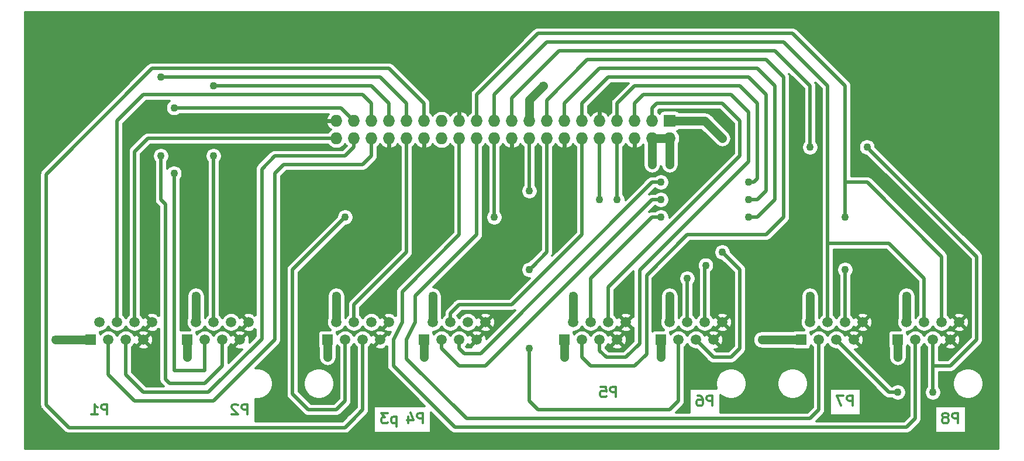
<source format=gbr>
G04 #@! TF.GenerationSoftware,KiCad,Pcbnew,(5.1.5-0-10_14)*
G04 #@! TF.CreationDate,2020-09-21T09:07:14+02:00*
G04 #@! TF.ProjectId,8xrj45,3878726a-3435-42e6-9b69-6361645f7063,rev?*
G04 #@! TF.SameCoordinates,PX621abf0PY26c1e00*
G04 #@! TF.FileFunction,Copper,L2,Bot*
G04 #@! TF.FilePolarity,Positive*
%FSLAX46Y46*%
G04 Gerber Fmt 4.6, Leading zero omitted, Abs format (unit mm)*
G04 Created by KiCad (PCBNEW (5.1.5-0-10_14)) date 2020-09-21 09:07:14*
%MOMM*%
%LPD*%
G04 APERTURE LIST*
%ADD10C,0.300000*%
%ADD11R,1.500000X1.500000*%
%ADD12C,1.500000*%
%ADD13O,1.727200X1.727200*%
%ADD14R,1.727200X1.727200*%
%ADD15C,1.250000*%
%ADD16C,1.100000*%
%ADD17C,1.250000*%
%ADD18C,0.500000*%
G04 APERTURE END LIST*
D10*
X86197142Y-56558571D02*
X86197142Y-55058571D01*
X85625714Y-55058571D01*
X85482857Y-55130000D01*
X85411428Y-55201428D01*
X85340000Y-55344285D01*
X85340000Y-55558571D01*
X85411428Y-55701428D01*
X85482857Y-55772857D01*
X85625714Y-55844285D01*
X86197142Y-55844285D01*
X83982857Y-55058571D02*
X84697142Y-55058571D01*
X84768571Y-55772857D01*
X84697142Y-55701428D01*
X84554285Y-55630000D01*
X84197142Y-55630000D01*
X84054285Y-55701428D01*
X83982857Y-55772857D01*
X83911428Y-55915714D01*
X83911428Y-56272857D01*
X83982857Y-56415714D01*
X84054285Y-56487142D01*
X84197142Y-56558571D01*
X84554285Y-56558571D01*
X84697142Y-56487142D01*
X84768571Y-56415714D01*
X135727142Y-60368571D02*
X135727142Y-58868571D01*
X135155714Y-58868571D01*
X135012857Y-58940000D01*
X134941428Y-59011428D01*
X134870000Y-59154285D01*
X134870000Y-59368571D01*
X134941428Y-59511428D01*
X135012857Y-59582857D01*
X135155714Y-59654285D01*
X135727142Y-59654285D01*
X134012857Y-59511428D02*
X134155714Y-59440000D01*
X134227142Y-59368571D01*
X134298571Y-59225714D01*
X134298571Y-59154285D01*
X134227142Y-59011428D01*
X134155714Y-58940000D01*
X134012857Y-58868571D01*
X133727142Y-58868571D01*
X133584285Y-58940000D01*
X133512857Y-59011428D01*
X133441428Y-59154285D01*
X133441428Y-59225714D01*
X133512857Y-59368571D01*
X133584285Y-59440000D01*
X133727142Y-59511428D01*
X134012857Y-59511428D01*
X134155714Y-59582857D01*
X134227142Y-59654285D01*
X134298571Y-59797142D01*
X134298571Y-60082857D01*
X134227142Y-60225714D01*
X134155714Y-60297142D01*
X134012857Y-60368571D01*
X133727142Y-60368571D01*
X133584285Y-60297142D01*
X133512857Y-60225714D01*
X133441428Y-60082857D01*
X133441428Y-59797142D01*
X133512857Y-59654285D01*
X133584285Y-59582857D01*
X133727142Y-59511428D01*
X54375714Y-59368571D02*
X54375714Y-60868571D01*
X54375714Y-59440000D02*
X54232857Y-59368571D01*
X53947142Y-59368571D01*
X53804285Y-59440000D01*
X53732857Y-59511428D01*
X53661428Y-59654285D01*
X53661428Y-60082857D01*
X53732857Y-60225714D01*
X53804285Y-60297142D01*
X53947142Y-60368571D01*
X54232857Y-60368571D01*
X54375714Y-60297142D01*
X53161428Y-58868571D02*
X52232857Y-58868571D01*
X52732857Y-59440000D01*
X52518571Y-59440000D01*
X52375714Y-59511428D01*
X52304285Y-59582857D01*
X52232857Y-59725714D01*
X52232857Y-60082857D01*
X52304285Y-60225714D01*
X52375714Y-60297142D01*
X52518571Y-60368571D01*
X52947142Y-60368571D01*
X53090000Y-60297142D01*
X53161428Y-60225714D01*
X100167142Y-57828571D02*
X100167142Y-56328571D01*
X99595714Y-56328571D01*
X99452857Y-56400000D01*
X99381428Y-56471428D01*
X99310000Y-56614285D01*
X99310000Y-56828571D01*
X99381428Y-56971428D01*
X99452857Y-57042857D01*
X99595714Y-57114285D01*
X100167142Y-57114285D01*
X98024285Y-56328571D02*
X98310000Y-56328571D01*
X98452857Y-56400000D01*
X98524285Y-56471428D01*
X98667142Y-56685714D01*
X98738571Y-56971428D01*
X98738571Y-57542857D01*
X98667142Y-57685714D01*
X98595714Y-57757142D01*
X98452857Y-57828571D01*
X98167142Y-57828571D01*
X98024285Y-57757142D01*
X97952857Y-57685714D01*
X97881428Y-57542857D01*
X97881428Y-57185714D01*
X97952857Y-57042857D01*
X98024285Y-56971428D01*
X98167142Y-56900000D01*
X98452857Y-56900000D01*
X98595714Y-56971428D01*
X98667142Y-57042857D01*
X98738571Y-57185714D01*
X12537142Y-59098571D02*
X12537142Y-57598571D01*
X11965714Y-57598571D01*
X11822857Y-57670000D01*
X11751428Y-57741428D01*
X11680000Y-57884285D01*
X11680000Y-58098571D01*
X11751428Y-58241428D01*
X11822857Y-58312857D01*
X11965714Y-58384285D01*
X12537142Y-58384285D01*
X10251428Y-59098571D02*
X11108571Y-59098571D01*
X10680000Y-59098571D02*
X10680000Y-57598571D01*
X10822857Y-57812857D01*
X10965714Y-57955714D01*
X11108571Y-58027142D01*
X32857142Y-59098571D02*
X32857142Y-57598571D01*
X32285714Y-57598571D01*
X32142857Y-57670000D01*
X32071428Y-57741428D01*
X32000000Y-57884285D01*
X32000000Y-58098571D01*
X32071428Y-58241428D01*
X32142857Y-58312857D01*
X32285714Y-58384285D01*
X32857142Y-58384285D01*
X31428571Y-57741428D02*
X31357142Y-57670000D01*
X31214285Y-57598571D01*
X30857142Y-57598571D01*
X30714285Y-57670000D01*
X30642857Y-57741428D01*
X30571428Y-57884285D01*
X30571428Y-58027142D01*
X30642857Y-58241428D01*
X31500000Y-59098571D01*
X30571428Y-59098571D01*
X58257142Y-60368571D02*
X58257142Y-58868571D01*
X57685714Y-58868571D01*
X57542857Y-58940000D01*
X57471428Y-59011428D01*
X57400000Y-59154285D01*
X57400000Y-59368571D01*
X57471428Y-59511428D01*
X57542857Y-59582857D01*
X57685714Y-59654285D01*
X58257142Y-59654285D01*
X56114285Y-59368571D02*
X56114285Y-60368571D01*
X56471428Y-58797142D02*
X56828571Y-59868571D01*
X55900000Y-59868571D01*
X120487142Y-57828571D02*
X120487142Y-56328571D01*
X119915714Y-56328571D01*
X119772857Y-56400000D01*
X119701428Y-56471428D01*
X119630000Y-56614285D01*
X119630000Y-56828571D01*
X119701428Y-56971428D01*
X119772857Y-57042857D01*
X119915714Y-57114285D01*
X120487142Y-57114285D01*
X119130000Y-56328571D02*
X118130000Y-56328571D01*
X118772857Y-57828571D01*
D11*
X127000000Y-48260000D03*
D12*
X128270000Y-45720000D03*
X129540000Y-48260000D03*
X130810000Y-45720000D03*
X132080000Y-48260000D03*
X133350000Y-45720000D03*
X134620000Y-48260000D03*
X135890000Y-45720000D03*
D11*
X113030000Y-48260000D03*
D12*
X114300000Y-45720000D03*
X115570000Y-48260000D03*
X116840000Y-45720000D03*
X118110000Y-48260000D03*
X119380000Y-45720000D03*
X120650000Y-48260000D03*
X121920000Y-45720000D03*
D11*
X92710000Y-48260000D03*
D12*
X93980000Y-45720000D03*
X95250000Y-48260000D03*
X96520000Y-45720000D03*
X97790000Y-48260000D03*
X99060000Y-45720000D03*
X100330000Y-48260000D03*
X101600000Y-45720000D03*
D11*
X78740000Y-48260000D03*
D12*
X80010000Y-45720000D03*
X81280000Y-48260000D03*
X82550000Y-45720000D03*
X83820000Y-48260000D03*
X85090000Y-45720000D03*
X86360000Y-48260000D03*
X87630000Y-45720000D03*
D11*
X24130000Y-48260000D03*
D12*
X25400000Y-45720000D03*
X26670000Y-48260000D03*
X27940000Y-45720000D03*
X29210000Y-48260000D03*
X30480000Y-45720000D03*
X31750000Y-48260000D03*
X33020000Y-45720000D03*
D11*
X10160000Y-48260000D03*
D12*
X11430000Y-45720000D03*
X12700000Y-48260000D03*
X13970000Y-45720000D03*
X15240000Y-48260000D03*
X16510000Y-45720000D03*
X17780000Y-48260000D03*
X19050000Y-45720000D03*
D13*
X45720000Y-19050000D03*
X45720000Y-16510000D03*
X48260000Y-19050000D03*
X48260000Y-16510000D03*
X50800000Y-19050000D03*
X50800000Y-16510000D03*
X53340000Y-19050000D03*
X53340000Y-16510000D03*
X55880000Y-19050000D03*
X55880000Y-16510000D03*
X58420000Y-19050000D03*
X58420000Y-16510000D03*
X60960000Y-19050000D03*
X60960000Y-16510000D03*
X63500000Y-19050000D03*
X63500000Y-16510000D03*
X66040000Y-19050000D03*
X66040000Y-16510000D03*
X68580000Y-19050000D03*
X68580000Y-16510000D03*
X71120000Y-19050000D03*
X71120000Y-16510000D03*
X73660000Y-19050000D03*
X73660000Y-16510000D03*
X76200000Y-19050000D03*
X76200000Y-16510000D03*
X78740000Y-19050000D03*
X78740000Y-16510000D03*
X81280000Y-19050000D03*
X81280000Y-16510000D03*
X83820000Y-19050000D03*
X83820000Y-16510000D03*
X86360000Y-19050000D03*
X86360000Y-16510000D03*
X88900000Y-19050000D03*
X88900000Y-16510000D03*
X91440000Y-19050000D03*
X91440000Y-16510000D03*
X93980000Y-19050000D03*
D14*
X93980000Y-16510000D03*
D11*
X58420000Y-48260000D03*
D12*
X59690000Y-45720000D03*
X60960000Y-48260000D03*
X62230000Y-45720000D03*
X63500000Y-48260000D03*
X64770000Y-45720000D03*
X66040000Y-48260000D03*
X67310000Y-45720000D03*
D11*
X44450000Y-48260000D03*
D12*
X45720000Y-45720000D03*
X46990000Y-48260000D03*
X48260000Y-45720000D03*
X49530000Y-48260000D03*
X50800000Y-45720000D03*
X52070000Y-48260000D03*
X53340000Y-45720000D03*
D15*
X91440000Y-22860000D03*
X93980000Y-22860000D03*
X5080000Y-48260000D03*
X24130000Y-50800000D03*
X44450000Y-50800000D03*
X58420000Y-50800000D03*
X78740000Y-50800000D03*
X92710000Y-50800000D03*
X127000000Y-50800000D03*
X107315000Y-48260000D03*
X101600000Y-19050000D03*
X128270000Y-41910000D03*
X114300000Y-41910000D03*
X93980000Y-41910000D03*
X80010000Y-41910000D03*
X59690000Y-41910000D03*
X45720000Y-41910000D03*
X25400000Y-41910000D03*
X75648585Y-11430000D03*
D16*
X22225000Y-24129984D03*
X22225006Y-14605000D03*
X27940000Y-21590000D03*
X27940000Y-11430000D03*
X20320000Y-21590008D03*
X20320000Y-10160000D03*
X92710000Y-27940000D03*
X105410000Y-27940000D03*
X92710000Y-25400000D03*
X105410000Y-25400000D03*
X68580000Y-30480000D03*
X46990000Y-30480000D03*
X73660000Y-49530000D03*
X73660000Y-38100000D03*
X73660000Y-26670000D03*
X96520000Y-39370008D03*
X86359994Y-27940000D03*
X101600000Y-35559996D03*
X83820000Y-27940000D03*
X99210091Y-37454941D03*
X105410000Y-30480000D03*
X92710000Y-30480000D03*
X114300000Y-20320000D03*
X132080000Y-55880000D03*
X126999990Y-55880012D03*
X122554994Y-20320000D03*
X119380000Y-38100000D03*
X119380000Y-30480000D03*
D17*
X5080000Y-48260000D02*
X5080000Y-48260000D01*
X91440000Y-19050000D02*
X91440000Y-22860000D01*
X93980000Y-19050000D02*
X93980000Y-22860000D01*
X93980000Y-19050000D02*
X91440000Y-19050000D01*
X5080000Y-48260000D02*
X10160000Y-48260000D01*
X24130000Y-48260000D02*
X24130000Y-50800000D01*
X44450000Y-48260000D02*
X44450000Y-50800000D01*
X58420000Y-48260000D02*
X58420000Y-50800000D01*
X78740000Y-48260000D02*
X78740000Y-50800000D01*
X92710000Y-48260000D02*
X92710000Y-50800000D01*
X127000000Y-48260000D02*
X127000000Y-50800000D01*
X113030000Y-48260000D02*
X107315000Y-48260000D01*
X45720000Y-45720000D02*
X45720000Y-41910000D01*
X25400000Y-41910000D02*
X25400000Y-45720000D01*
X80010000Y-45720000D02*
X80010000Y-41910000D01*
X93980000Y-45720000D02*
X93980000Y-41910000D01*
X128270000Y-45720000D02*
X128270000Y-41910000D01*
X114300000Y-45720000D02*
X114300000Y-41910000D01*
X93980000Y-16510000D02*
X99060000Y-16510000D01*
X99060000Y-16510000D02*
X101600000Y-19050000D01*
X59690000Y-45720000D02*
X59690000Y-41910000D01*
X73660000Y-13418585D02*
X75648585Y-11430000D01*
X73660000Y-16510000D02*
X73660000Y-13418585D01*
D18*
X26670000Y-52705000D02*
X22225000Y-52705000D01*
X22225000Y-52705000D02*
X22225000Y-24129984D01*
X26670000Y-48260000D02*
X26670000Y-52705000D01*
X46355000Y-14605000D02*
X22225006Y-14605000D01*
X48260000Y-16510000D02*
X46355000Y-14605000D01*
X27940000Y-45720000D02*
X27940000Y-21590000D01*
X28505685Y-11430000D02*
X27940000Y-11430000D01*
X50800000Y-11430000D02*
X28505685Y-11430000D01*
X53340000Y-13970000D02*
X50800000Y-11430000D01*
X53340000Y-16510000D02*
X53340000Y-13970000D01*
X52070000Y-10160000D02*
X20320000Y-10160000D01*
X55880000Y-13970000D02*
X52070000Y-10160000D01*
X55880000Y-16510000D02*
X55880000Y-13970000D01*
X20320000Y-27940000D02*
X20320000Y-21590008D01*
X20955000Y-28575000D02*
X20320000Y-27940000D01*
X20955000Y-53975000D02*
X20955000Y-28575000D01*
X26670000Y-54610000D02*
X21590000Y-54610000D01*
X29210000Y-52070000D02*
X26670000Y-54610000D01*
X21590000Y-54610000D02*
X20955000Y-53975000D01*
X29210000Y-48260000D02*
X29210000Y-52070000D01*
X50800000Y-21590000D02*
X50800000Y-19050000D01*
X49530000Y-22860000D02*
X50800000Y-21590000D01*
X38100000Y-22860000D02*
X49530000Y-22860000D01*
X12700000Y-48260000D02*
X12700000Y-53340000D01*
X36830000Y-48260000D02*
X36830000Y-24130000D01*
X27940000Y-57150000D02*
X36830000Y-48260000D01*
X16510000Y-57150000D02*
X27940000Y-57150000D01*
X36830000Y-24130000D02*
X38100000Y-22860000D01*
X12700000Y-53340000D02*
X16510000Y-57150000D01*
X17780000Y-12700000D02*
X49530000Y-12700000D01*
X50800000Y-13970000D02*
X50800000Y-16510000D01*
X49530000Y-12700000D02*
X50800000Y-13970000D01*
X13970000Y-16510000D02*
X17780000Y-12700000D01*
X13970000Y-45720000D02*
X13970000Y-16510000D01*
X46990000Y-21590000D02*
X48260000Y-20320000D01*
X36830000Y-21590000D02*
X46990000Y-21590000D01*
X34903887Y-23516113D02*
X36830000Y-21590000D01*
X34903887Y-48103172D02*
X34903887Y-23516113D01*
X48260000Y-20320000D02*
X48260000Y-19050000D01*
X27127059Y-55880000D02*
X34903887Y-48103172D01*
X15240000Y-53340000D02*
X17780000Y-55880000D01*
X17780000Y-55880000D02*
X27127059Y-55880000D01*
X15240000Y-48260000D02*
X15240000Y-53340000D01*
X16510000Y-20955000D02*
X16510000Y-45720000D01*
X18415000Y-19050000D02*
X16510000Y-20955000D01*
X45720000Y-19050000D02*
X18415000Y-19050000D01*
X106680000Y-27940000D02*
X105410000Y-27940000D01*
X107950000Y-12700000D02*
X107950000Y-26670000D01*
X105410000Y-10160000D02*
X107950000Y-12700000D01*
X107950000Y-26670000D02*
X106680000Y-27940000D01*
X85090000Y-10160000D02*
X105410000Y-10160000D01*
X81280000Y-13970000D02*
X85090000Y-10160000D01*
X81280000Y-16510000D02*
X81280000Y-13970000D01*
X63500000Y-52070000D02*
X67310000Y-52070000D01*
X91440000Y-27940000D02*
X92710000Y-27940000D01*
X60960000Y-49530000D02*
X63500000Y-52070000D01*
X67310000Y-52070000D02*
X91440000Y-27940000D01*
X60960000Y-48260000D02*
X60960000Y-49530000D01*
X71120000Y-43180000D02*
X63500000Y-43180000D01*
X62230000Y-44450000D02*
X62230000Y-45720000D01*
X81280000Y-33020000D02*
X71120000Y-43180000D01*
X63500000Y-43180000D02*
X62230000Y-44450000D01*
X81280000Y-19050000D02*
X81280000Y-33020000D01*
X106114315Y-25400000D02*
X105410000Y-25400000D01*
X106680000Y-24834315D02*
X106114315Y-25400000D01*
X104140000Y-11430000D02*
X106680000Y-13970000D01*
X86360000Y-16510000D02*
X86360000Y-13970000D01*
X86360000Y-13970000D02*
X88900000Y-11430000D01*
X106680000Y-13970000D02*
X106680000Y-24834315D01*
X88900000Y-11430000D02*
X104140000Y-11430000D01*
X66583730Y-50256270D02*
X91440000Y-25400000D01*
X92144315Y-25400000D02*
X92710000Y-25400000D01*
X91440000Y-25400000D02*
X92144315Y-25400000D01*
X64226270Y-50256270D02*
X66583730Y-50256270D01*
X63500000Y-49530000D02*
X64226270Y-50256270D01*
X63500000Y-48260000D02*
X63500000Y-49530000D01*
X68580000Y-19050000D02*
X68580000Y-30480000D01*
X45720000Y-58420000D02*
X46990000Y-57150000D01*
X46990000Y-57150000D02*
X46990000Y-48260000D01*
X41662999Y-58420000D02*
X45720000Y-58420000D01*
X46990000Y-30480000D02*
X39370000Y-38100000D01*
X39370000Y-38100000D02*
X39370000Y-56127001D01*
X39370000Y-56127001D02*
X41662999Y-58420000D01*
X55880000Y-19050000D02*
X55880000Y-35560000D01*
X55880000Y-35560000D02*
X48260000Y-43180000D01*
X48260000Y-43180000D02*
X48260000Y-45720000D01*
X49530000Y-48260000D02*
X49530000Y-58420000D01*
X46981419Y-60968581D02*
X47942500Y-60007500D01*
X6993581Y-60968581D02*
X46981419Y-60968581D01*
X19050000Y-8890000D02*
X3704990Y-24235010D01*
X53340000Y-8890000D02*
X19050000Y-8890000D01*
X3704990Y-57679990D02*
X6993581Y-60968581D01*
X58420000Y-13970000D02*
X53340000Y-8890000D01*
X49530000Y-58420000D02*
X47942500Y-60007500D01*
X58420000Y-16510000D02*
X58420000Y-13970000D01*
X3704990Y-24235010D02*
X3704990Y-57679990D01*
X47942500Y-60007500D02*
X47625000Y-60325000D01*
X76200000Y-35560000D02*
X74159999Y-37600001D01*
X76200000Y-19050000D02*
X76200000Y-35560000D01*
X74159999Y-37600001D02*
X73660000Y-38100000D01*
X93980000Y-58420000D02*
X95250000Y-57150000D01*
X74930000Y-58420000D02*
X93980000Y-58420000D01*
X95250000Y-57150000D02*
X95250000Y-48260000D01*
X73660000Y-57150000D02*
X74930000Y-58420000D01*
X73660000Y-49530000D02*
X73660000Y-57150000D01*
X73660000Y-19050000D02*
X73660000Y-26670000D01*
X96520000Y-44659340D02*
X96520000Y-39370008D01*
X96520000Y-45720000D02*
X96520000Y-44659340D01*
X86360000Y-27939994D02*
X86359994Y-27940000D01*
X86360000Y-19050000D02*
X86360000Y-27939994D01*
X97790000Y-48260000D02*
X100330000Y-50800000D01*
X104140000Y-49530000D02*
X104140000Y-38099996D01*
X104140000Y-38099996D02*
X102099999Y-36059995D01*
X102870000Y-50800000D02*
X104140000Y-49530000D01*
X102099999Y-36059995D02*
X101600000Y-35559996D01*
X100330000Y-50800000D02*
X102870000Y-50800000D01*
X83820000Y-20271314D02*
X83820000Y-27940000D01*
X83820000Y-19050000D02*
X83820000Y-20271314D01*
X99060000Y-37605032D02*
X99210091Y-37454941D01*
X99060000Y-45720000D02*
X99060000Y-37605032D01*
X81280000Y-50800000D02*
X81280000Y-48260000D01*
X82550000Y-52070000D02*
X81280000Y-50800000D01*
X88900000Y-52070000D02*
X82550000Y-52070000D01*
X107950000Y-7620000D02*
X110490000Y-10160000D01*
X76200000Y-13465002D02*
X82045002Y-7620000D01*
X82045002Y-7620000D02*
X107950000Y-7620000D01*
X96520000Y-33020000D02*
X90620010Y-38919990D01*
X110490000Y-30480000D02*
X107950000Y-33020000D01*
X110490000Y-10160000D02*
X110490000Y-30480000D01*
X76200000Y-16510000D02*
X76200000Y-13465002D01*
X107950000Y-33020000D02*
X96520000Y-33020000D01*
X90620010Y-50349990D02*
X88900000Y-52070000D01*
X90620010Y-38919990D02*
X90620010Y-50349990D01*
X91440000Y-30480000D02*
X92710000Y-30480000D01*
X82550000Y-39370000D02*
X91440000Y-30480000D01*
X82550000Y-45720000D02*
X82550000Y-39370000D01*
X106680000Y-30480000D02*
X105410000Y-30480000D01*
X109220000Y-11430000D02*
X109220000Y-27940000D01*
X78740000Y-13970000D02*
X83820000Y-8890000D01*
X106680000Y-8890000D02*
X109220000Y-11430000D01*
X109220000Y-27940000D02*
X106680000Y-30480000D01*
X83820000Y-8890000D02*
X106680000Y-8890000D01*
X78740000Y-16510000D02*
X78740000Y-13970000D01*
X84772500Y-50800000D02*
X83820000Y-49847500D01*
X83820000Y-49847500D02*
X83820000Y-48260000D01*
X87630000Y-50800000D02*
X84772500Y-50800000D01*
X105410000Y-22374460D02*
X89604601Y-38179859D01*
X88900000Y-16510000D02*
X88900000Y-13970000D01*
X105410000Y-15240000D02*
X105410000Y-22374460D01*
X90170000Y-12700000D02*
X102870000Y-12700000D01*
X102870000Y-12700000D02*
X105410000Y-15240000D01*
X88900000Y-13970000D02*
X90170000Y-12700000D01*
X89604601Y-48825399D02*
X87630000Y-50800000D01*
X89604601Y-38179859D02*
X89604601Y-48825399D01*
X101600000Y-13970000D02*
X92075000Y-13970000D01*
X104140000Y-21590000D02*
X104140000Y-16510000D01*
X91440000Y-14605000D02*
X91440000Y-16510000D01*
X85090000Y-40640000D02*
X104140000Y-21590000D01*
X92075000Y-13970000D02*
X91440000Y-14605000D01*
X104140000Y-16510000D02*
X101600000Y-13970000D01*
X85090000Y-45720000D02*
X85090000Y-40640000D01*
X62865000Y-60960000D02*
X128270000Y-60960000D01*
X53975000Y-52070000D02*
X62865000Y-60960000D01*
X53975000Y-48260000D02*
X53975000Y-52070000D01*
X55245000Y-41275000D02*
X55245000Y-45720000D01*
X63500000Y-33020000D02*
X55245000Y-41275000D01*
X55245000Y-45720000D02*
X53975000Y-48260000D01*
X129540000Y-59690000D02*
X129540000Y-48260000D01*
X128270000Y-60960000D02*
X129540000Y-59690000D01*
X63500000Y-19050000D02*
X63500000Y-33020000D01*
X125730000Y-34290000D02*
X130810000Y-39370000D01*
X130810000Y-39370000D02*
X130810000Y-45720000D01*
X116840000Y-34290000D02*
X125730000Y-34290000D01*
X116840000Y-45720000D02*
X116840000Y-34290000D01*
X110490000Y-5080000D02*
X116840000Y-11430000D01*
X68580000Y-12700000D02*
X76200000Y-5080000D01*
X116840000Y-11430000D02*
X116840000Y-45720000D01*
X76200000Y-5080000D02*
X110490000Y-5080000D01*
X68580000Y-16510000D02*
X68580000Y-12700000D01*
X117592752Y-48260000D02*
X118110000Y-48260000D01*
X132080000Y-48260000D02*
X132080000Y-55880000D01*
X125730012Y-55880012D02*
X126999990Y-55880012D01*
X118110000Y-48260000D02*
X125730012Y-55880012D01*
X114300000Y-19542183D02*
X114300000Y-20320000D01*
X114300000Y-11430000D02*
X114300000Y-19542183D01*
X71120000Y-16510000D02*
X71120000Y-13204998D01*
X77974998Y-6350000D02*
X109220000Y-6350000D01*
X71120000Y-13204998D02*
X77974998Y-6350000D01*
X109220000Y-6350000D02*
X114300000Y-11430000D01*
X132080000Y-52070000D02*
X134620000Y-52070000D01*
X134620000Y-52070000D02*
X138430000Y-48260000D01*
X138430000Y-48260000D02*
X138430000Y-36195006D01*
X138430000Y-36195006D02*
X123104993Y-20869999D01*
X123104993Y-20869999D02*
X122554994Y-20320000D01*
X119380000Y-45720000D02*
X119380000Y-38100000D01*
X111760000Y-3810000D02*
X119380000Y-11430000D01*
X74930000Y-3810000D02*
X111760000Y-3810000D01*
X119380000Y-11430000D02*
X119380000Y-29772894D01*
X66040000Y-12700000D02*
X74930000Y-3810000D01*
X119380000Y-29772894D02*
X119380000Y-30480000D01*
X66040000Y-16510000D02*
X66040000Y-12700000D01*
X121920000Y-25400000D02*
X119380000Y-25400000D01*
X122555000Y-25400000D02*
X121920000Y-25400000D01*
X133350000Y-36195000D02*
X122555000Y-25400000D01*
X133350000Y-45720000D02*
X133350000Y-36195000D01*
X115570000Y-58420000D02*
X115570000Y-48260000D01*
X114300000Y-59690000D02*
X115570000Y-58420000D01*
X64574616Y-59690000D02*
X114300000Y-59690000D01*
X55880000Y-50995384D02*
X64574616Y-59690000D01*
X55880000Y-48260000D02*
X55880000Y-50995384D01*
X57150000Y-41910000D02*
X57150000Y-45720000D01*
X57150000Y-45720000D02*
X55880000Y-48260000D01*
X66040000Y-33020000D02*
X57150000Y-41910000D01*
X66040000Y-19050000D02*
X66040000Y-33020000D01*
D10*
G36*
X141557001Y-64087000D02*
G01*
X683000Y-64087000D01*
X683000Y-24235010D01*
X2792598Y-24235010D01*
X2796990Y-24279604D01*
X2796991Y-57635386D01*
X2792598Y-57679990D01*
X2810129Y-57857989D01*
X2862049Y-58029147D01*
X2946363Y-58186888D01*
X3031398Y-58290503D01*
X3031402Y-58290507D01*
X3059832Y-58325149D01*
X3094474Y-58353579D01*
X6319992Y-61579098D01*
X6348422Y-61613740D01*
X6383064Y-61642170D01*
X6383067Y-61642173D01*
X6486682Y-61727208D01*
X6628369Y-61802941D01*
X6644423Y-61811522D01*
X6815582Y-61863443D01*
X6948977Y-61876581D01*
X6948987Y-61876581D01*
X6993581Y-61880973D01*
X7038175Y-61876581D01*
X46936825Y-61876581D01*
X46981419Y-61880973D01*
X47026013Y-61876581D01*
X47026023Y-61876581D01*
X47159418Y-61863443D01*
X47330577Y-61811522D01*
X47488317Y-61727208D01*
X47626578Y-61613740D01*
X47655012Y-61579093D01*
X48616092Y-60618014D01*
X48616096Y-60618009D01*
X50140517Y-59093589D01*
X50175159Y-59065159D01*
X50203589Y-59030517D01*
X50203592Y-59030514D01*
X50288627Y-58926899D01*
X50372941Y-58769158D01*
X50372941Y-58769157D01*
X50424862Y-58597999D01*
X50438000Y-58464604D01*
X50438000Y-58464595D01*
X50442392Y-58420001D01*
X50438000Y-58375407D01*
X50438000Y-49343213D01*
X50623665Y-49157548D01*
X50777754Y-48926938D01*
X50798608Y-48876593D01*
X50867360Y-49005218D01*
X51115420Y-49067502D01*
X51922922Y-48260000D01*
X51115420Y-47452498D01*
X50867360Y-47514782D01*
X50801157Y-47649563D01*
X50777754Y-47593062D01*
X50623665Y-47362452D01*
X50566633Y-47305420D01*
X51262498Y-47305420D01*
X52070000Y-48112922D01*
X52877502Y-47305420D01*
X52815218Y-47057360D01*
X52566276Y-46935083D01*
X52298262Y-46863722D01*
X52021476Y-46846020D01*
X51746555Y-46882656D01*
X51484062Y-46972222D01*
X51324782Y-47057360D01*
X51262498Y-47305420D01*
X50566633Y-47305420D01*
X50427548Y-47166335D01*
X50196938Y-47012246D01*
X49940699Y-46906108D01*
X49668676Y-46852000D01*
X49391324Y-46852000D01*
X49119301Y-46906108D01*
X48863062Y-47012246D01*
X48632452Y-47166335D01*
X48436335Y-47362452D01*
X48282246Y-47593062D01*
X48260000Y-47646768D01*
X48237754Y-47593062D01*
X48083665Y-47362452D01*
X47887548Y-47166335D01*
X47656938Y-47012246D01*
X47400699Y-46906108D01*
X47128676Y-46852000D01*
X46851324Y-46852000D01*
X46579301Y-46906108D01*
X46323062Y-47012246D01*
X46092452Y-47166335D01*
X45896335Y-47362452D01*
X45853034Y-47427257D01*
X45848479Y-47381010D01*
X45810853Y-47256976D01*
X45749754Y-47142666D01*
X45737718Y-47128000D01*
X45858676Y-47128000D01*
X46130699Y-47073892D01*
X46386938Y-46967754D01*
X46617548Y-46813665D01*
X46813665Y-46617548D01*
X46967754Y-46386938D01*
X46990000Y-46333232D01*
X47012246Y-46386938D01*
X47166335Y-46617548D01*
X47362452Y-46813665D01*
X47593062Y-46967754D01*
X47849301Y-47073892D01*
X48121324Y-47128000D01*
X48398676Y-47128000D01*
X48670699Y-47073892D01*
X48926938Y-46967754D01*
X49157548Y-46813665D01*
X49353665Y-46617548D01*
X49507754Y-46386938D01*
X49530000Y-46333232D01*
X49552246Y-46386938D01*
X49706335Y-46617548D01*
X49902452Y-46813665D01*
X50133062Y-46967754D01*
X50389301Y-47073892D01*
X50661324Y-47128000D01*
X50938676Y-47128000D01*
X51210699Y-47073892D01*
X51466938Y-46967754D01*
X51697548Y-46813665D01*
X51893665Y-46617548D01*
X52047754Y-46386938D01*
X52068608Y-46336593D01*
X52137360Y-46465218D01*
X52385420Y-46527502D01*
X53192922Y-45720000D01*
X52385420Y-44912498D01*
X52137360Y-44974782D01*
X52071157Y-45109563D01*
X52047754Y-45053062D01*
X51893665Y-44822452D01*
X51697548Y-44626335D01*
X51466938Y-44472246D01*
X51210699Y-44366108D01*
X50938676Y-44312000D01*
X50661324Y-44312000D01*
X50389301Y-44366108D01*
X50133062Y-44472246D01*
X49902452Y-44626335D01*
X49706335Y-44822452D01*
X49552246Y-45053062D01*
X49530000Y-45106768D01*
X49507754Y-45053062D01*
X49353665Y-44822452D01*
X49168000Y-44636787D01*
X49168000Y-43556105D01*
X56490517Y-36233589D01*
X56525159Y-36205159D01*
X56553589Y-36170517D01*
X56553592Y-36170514D01*
X56638627Y-36066899D01*
X56722941Y-35909158D01*
X56722943Y-35909153D01*
X56774862Y-35737999D01*
X56788000Y-35604604D01*
X56788000Y-35604595D01*
X56792392Y-35560001D01*
X56788000Y-35515407D01*
X56788000Y-20273306D01*
X56849963Y-20231904D01*
X57061904Y-20019963D01*
X57152667Y-19884126D01*
X57179993Y-19931851D01*
X57375860Y-20156820D01*
X57611853Y-20339254D01*
X57878902Y-20472143D01*
X58079806Y-20533083D01*
X58316000Y-20403109D01*
X58316000Y-19154000D01*
X58296000Y-19154000D01*
X58296000Y-18946000D01*
X58316000Y-18946000D01*
X58316000Y-18926000D01*
X58524000Y-18926000D01*
X58524000Y-18946000D01*
X58544000Y-18946000D01*
X58544000Y-19154000D01*
X58524000Y-19154000D01*
X58524000Y-20403109D01*
X58760194Y-20533083D01*
X58961098Y-20472143D01*
X59228147Y-20339254D01*
X59464140Y-20156820D01*
X59660007Y-19931851D01*
X59687333Y-19884126D01*
X59778096Y-20019963D01*
X59990037Y-20231904D01*
X60239252Y-20398424D01*
X60516166Y-20513125D01*
X60810136Y-20571600D01*
X61109864Y-20571600D01*
X61403834Y-20513125D01*
X61680748Y-20398424D01*
X61929963Y-20231904D01*
X62141904Y-20019963D01*
X62230000Y-19888118D01*
X62318096Y-20019963D01*
X62530037Y-20231904D01*
X62592000Y-20273306D01*
X62592001Y-32643893D01*
X54634488Y-40601407D01*
X54599841Y-40629841D01*
X54571408Y-40664487D01*
X54486373Y-40768102D01*
X54459703Y-40817999D01*
X54402059Y-40925843D01*
X54350138Y-41097002D01*
X54337000Y-41230397D01*
X54337000Y-41230406D01*
X54332608Y-41275000D01*
X54337000Y-41319594D01*
X54337001Y-44717180D01*
X54266370Y-44646549D01*
X54147501Y-44765418D01*
X54085218Y-44517360D01*
X53836276Y-44395083D01*
X53568262Y-44323722D01*
X53291476Y-44306020D01*
X53016555Y-44342656D01*
X52754062Y-44432222D01*
X52594782Y-44517360D01*
X52532498Y-44765420D01*
X53340000Y-45572922D01*
X53354143Y-45558780D01*
X53501221Y-45705858D01*
X53487078Y-45720000D01*
X53501221Y-45734143D01*
X53354143Y-45881221D01*
X53340000Y-45867078D01*
X52532498Y-46674580D01*
X52594782Y-46922640D01*
X52843724Y-47044917D01*
X53111738Y-47116278D01*
X53388524Y-47133980D01*
X53532424Y-47114804D01*
X53303535Y-47572582D01*
X53272640Y-47514782D01*
X53024580Y-47452498D01*
X52217078Y-48260000D01*
X52231221Y-48274143D01*
X52084143Y-48421221D01*
X52070000Y-48407078D01*
X51262498Y-49214580D01*
X51324782Y-49462640D01*
X51573724Y-49584917D01*
X51841738Y-49656278D01*
X52118524Y-49673980D01*
X52393445Y-49637344D01*
X52655938Y-49547778D01*
X52815218Y-49462640D01*
X52877501Y-49214582D01*
X52996370Y-49333451D01*
X53067000Y-49262821D01*
X53067001Y-52025396D01*
X53062608Y-52070000D01*
X53080139Y-52247999D01*
X53132059Y-52419157D01*
X53216373Y-52576898D01*
X53301408Y-52680513D01*
X53301412Y-52680517D01*
X53329842Y-52715159D01*
X53364484Y-52743589D01*
X58497894Y-57877000D01*
X51139143Y-57877000D01*
X51139143Y-61743000D01*
X59422286Y-61743000D01*
X59422286Y-58801392D01*
X62191411Y-61570517D01*
X62219841Y-61605159D01*
X62254483Y-61633589D01*
X62254487Y-61633593D01*
X62358101Y-61718627D01*
X62515842Y-61802941D01*
X62687001Y-61854862D01*
X62820396Y-61868000D01*
X62820406Y-61868000D01*
X62865000Y-61872392D01*
X62909594Y-61868000D01*
X128225406Y-61868000D01*
X128270000Y-61872392D01*
X128314594Y-61868000D01*
X128314604Y-61868000D01*
X128447999Y-61854862D01*
X128619158Y-61802941D01*
X128776898Y-61718627D01*
X128915159Y-61605159D01*
X128943593Y-61570512D01*
X130150518Y-60363588D01*
X130185159Y-60335159D01*
X130213589Y-60300517D01*
X130213592Y-60300514D01*
X130298627Y-60196899D01*
X130382941Y-60039158D01*
X130392544Y-60007500D01*
X130434862Y-59867999D01*
X130448000Y-59734604D01*
X130448000Y-59734595D01*
X130452392Y-59690001D01*
X130448000Y-59645407D01*
X130448000Y-57877000D01*
X132347715Y-57877000D01*
X132347715Y-61743000D01*
X136892286Y-61743000D01*
X136892286Y-57877000D01*
X132347715Y-57877000D01*
X130448000Y-57877000D01*
X130448000Y-49343213D01*
X130633665Y-49157548D01*
X130787754Y-48926938D01*
X130810000Y-48873232D01*
X130832246Y-48926938D01*
X130986335Y-49157548D01*
X131172000Y-49343213D01*
X131172000Y-52025391D01*
X131167607Y-52070000D01*
X131172001Y-52114609D01*
X131172001Y-55079629D01*
X131141685Y-55109945D01*
X131009484Y-55307797D01*
X130918423Y-55527639D01*
X130872000Y-55761022D01*
X130872000Y-55998978D01*
X130918423Y-56232361D01*
X131009484Y-56452203D01*
X131141685Y-56650055D01*
X131309945Y-56818315D01*
X131507797Y-56950516D01*
X131727639Y-57041577D01*
X131961022Y-57088000D01*
X132198978Y-57088000D01*
X132432361Y-57041577D01*
X132652203Y-56950516D01*
X132850055Y-56818315D01*
X133018315Y-56650055D01*
X133150516Y-56452203D01*
X133241577Y-56232361D01*
X133288000Y-55998978D01*
X133288000Y-55761022D01*
X133241577Y-55527639D01*
X133150516Y-55307797D01*
X133018315Y-55109945D01*
X132988000Y-55079630D01*
X132988000Y-54387606D01*
X134902000Y-54387606D01*
X134902000Y-54832394D01*
X134988774Y-55268634D01*
X135158987Y-55679564D01*
X135406097Y-56049391D01*
X135720609Y-56363903D01*
X136090436Y-56611013D01*
X136501366Y-56781226D01*
X136937606Y-56868000D01*
X137382394Y-56868000D01*
X137818634Y-56781226D01*
X138229564Y-56611013D01*
X138599391Y-56363903D01*
X138913903Y-56049391D01*
X139161013Y-55679564D01*
X139331226Y-55268634D01*
X139418000Y-54832394D01*
X139418000Y-54387606D01*
X139331226Y-53951366D01*
X139161013Y-53540436D01*
X138913903Y-53170609D01*
X138599391Y-52856097D01*
X138229564Y-52608987D01*
X137818634Y-52438774D01*
X137382394Y-52352000D01*
X136937606Y-52352000D01*
X136501366Y-52438774D01*
X136090436Y-52608987D01*
X135720609Y-52856097D01*
X135406097Y-53170609D01*
X135158987Y-53540436D01*
X134988774Y-53951366D01*
X134902000Y-54387606D01*
X132988000Y-54387606D01*
X132988000Y-52978000D01*
X134575406Y-52978000D01*
X134620000Y-52982392D01*
X134664594Y-52978000D01*
X134664604Y-52978000D01*
X134797999Y-52964862D01*
X134969158Y-52912941D01*
X135126898Y-52828627D01*
X135265159Y-52715159D01*
X135293594Y-52680511D01*
X139040513Y-48933592D01*
X139075159Y-48905159D01*
X139124636Y-48844871D01*
X139188627Y-48766899D01*
X139272941Y-48609158D01*
X139280741Y-48583445D01*
X139324862Y-48437999D01*
X139338000Y-48304604D01*
X139338000Y-48304594D01*
X139342392Y-48260000D01*
X139338000Y-48215406D01*
X139338000Y-36239600D01*
X139342392Y-36195006D01*
X139338000Y-36150412D01*
X139338000Y-36150402D01*
X139324862Y-36017007D01*
X139272941Y-35845848D01*
X139215295Y-35738000D01*
X139188627Y-35688107D01*
X139103592Y-35584493D01*
X139075159Y-35549847D01*
X139040511Y-35521412D01*
X123762994Y-20243895D01*
X123762994Y-20201022D01*
X123716571Y-19967639D01*
X123625510Y-19747797D01*
X123493309Y-19549945D01*
X123325049Y-19381685D01*
X123127197Y-19249484D01*
X122907355Y-19158423D01*
X122673972Y-19112000D01*
X122436016Y-19112000D01*
X122202633Y-19158423D01*
X121982791Y-19249484D01*
X121784939Y-19381685D01*
X121616679Y-19549945D01*
X121484478Y-19747797D01*
X121393417Y-19967639D01*
X121346994Y-20201022D01*
X121346994Y-20438978D01*
X121393417Y-20672361D01*
X121484478Y-20892203D01*
X121616679Y-21090055D01*
X121784939Y-21258315D01*
X121982791Y-21390516D01*
X122202633Y-21481577D01*
X122436016Y-21528000D01*
X122478889Y-21528000D01*
X137522001Y-36571112D01*
X137522000Y-47883895D01*
X134243895Y-51162000D01*
X132988000Y-51162000D01*
X132988000Y-49343213D01*
X133116633Y-49214580D01*
X133812498Y-49214580D01*
X133874782Y-49462640D01*
X134123724Y-49584917D01*
X134391738Y-49656278D01*
X134668524Y-49673980D01*
X134943445Y-49637344D01*
X135205938Y-49547778D01*
X135365218Y-49462640D01*
X135427502Y-49214580D01*
X134620000Y-48407078D01*
X133812498Y-49214580D01*
X133116633Y-49214580D01*
X133173665Y-49157548D01*
X133327754Y-48926938D01*
X133348608Y-48876593D01*
X133417360Y-49005218D01*
X133665420Y-49067502D01*
X134472922Y-48260000D01*
X134767078Y-48260000D01*
X135574580Y-49067502D01*
X135822640Y-49005218D01*
X135944917Y-48756276D01*
X136016278Y-48488262D01*
X136033980Y-48211476D01*
X135997344Y-47936555D01*
X135907778Y-47674062D01*
X135822640Y-47514782D01*
X135574580Y-47452498D01*
X134767078Y-48260000D01*
X134472922Y-48260000D01*
X133665420Y-47452498D01*
X133417360Y-47514782D01*
X133351157Y-47649563D01*
X133327754Y-47593062D01*
X133173665Y-47362452D01*
X133116633Y-47305420D01*
X133812498Y-47305420D01*
X134620000Y-48112922D01*
X135427502Y-47305420D01*
X135365218Y-47057360D01*
X135116276Y-46935083D01*
X134848262Y-46863722D01*
X134571476Y-46846020D01*
X134296555Y-46882656D01*
X134034062Y-46972222D01*
X133874782Y-47057360D01*
X133812498Y-47305420D01*
X133116633Y-47305420D01*
X132977548Y-47166335D01*
X132746938Y-47012246D01*
X132490699Y-46906108D01*
X132218676Y-46852000D01*
X131941324Y-46852000D01*
X131669301Y-46906108D01*
X131413062Y-47012246D01*
X131182452Y-47166335D01*
X130986335Y-47362452D01*
X130832246Y-47593062D01*
X130810000Y-47646768D01*
X130787754Y-47593062D01*
X130633665Y-47362452D01*
X130437548Y-47166335D01*
X130206938Y-47012246D01*
X129950699Y-46906108D01*
X129678676Y-46852000D01*
X129401324Y-46852000D01*
X129129301Y-46906108D01*
X128873062Y-47012246D01*
X128642452Y-47166335D01*
X128446335Y-47362452D01*
X128403034Y-47427257D01*
X128398479Y-47381010D01*
X128360853Y-47256976D01*
X128299754Y-47142666D01*
X128287718Y-47128000D01*
X128408676Y-47128000D01*
X128680699Y-47073892D01*
X128936938Y-46967754D01*
X129167548Y-46813665D01*
X129363665Y-46617548D01*
X129517754Y-46386938D01*
X129540000Y-46333232D01*
X129562246Y-46386938D01*
X129716335Y-46617548D01*
X129912452Y-46813665D01*
X130143062Y-46967754D01*
X130399301Y-47073892D01*
X130671324Y-47128000D01*
X130948676Y-47128000D01*
X131220699Y-47073892D01*
X131476938Y-46967754D01*
X131707548Y-46813665D01*
X131903665Y-46617548D01*
X132057754Y-46386938D01*
X132080000Y-46333232D01*
X132102246Y-46386938D01*
X132256335Y-46617548D01*
X132452452Y-46813665D01*
X132683062Y-46967754D01*
X132939301Y-47073892D01*
X133211324Y-47128000D01*
X133488676Y-47128000D01*
X133760699Y-47073892D01*
X134016938Y-46967754D01*
X134247548Y-46813665D01*
X134386633Y-46674580D01*
X135082498Y-46674580D01*
X135144782Y-46922640D01*
X135393724Y-47044917D01*
X135661738Y-47116278D01*
X135938524Y-47133980D01*
X136213445Y-47097344D01*
X136475938Y-47007778D01*
X136635218Y-46922640D01*
X136697502Y-46674580D01*
X135890000Y-45867078D01*
X135082498Y-46674580D01*
X134386633Y-46674580D01*
X134443665Y-46617548D01*
X134597754Y-46386938D01*
X134618608Y-46336593D01*
X134687360Y-46465218D01*
X134935420Y-46527502D01*
X135742922Y-45720000D01*
X136037078Y-45720000D01*
X136844580Y-46527502D01*
X137092640Y-46465218D01*
X137214917Y-46216276D01*
X137286278Y-45948262D01*
X137303980Y-45671476D01*
X137267344Y-45396555D01*
X137177778Y-45134062D01*
X137092640Y-44974782D01*
X136844580Y-44912498D01*
X136037078Y-45720000D01*
X135742922Y-45720000D01*
X134935420Y-44912498D01*
X134687360Y-44974782D01*
X134621157Y-45109563D01*
X134597754Y-45053062D01*
X134443665Y-44822452D01*
X134386633Y-44765420D01*
X135082498Y-44765420D01*
X135890000Y-45572922D01*
X136697502Y-44765420D01*
X136635218Y-44517360D01*
X136386276Y-44395083D01*
X136118262Y-44323722D01*
X135841476Y-44306020D01*
X135566555Y-44342656D01*
X135304062Y-44432222D01*
X135144782Y-44517360D01*
X135082498Y-44765420D01*
X134386633Y-44765420D01*
X134258000Y-44636787D01*
X134258000Y-36239593D01*
X134262392Y-36194999D01*
X134258000Y-36150402D01*
X134258000Y-36150396D01*
X134244862Y-36017001D01*
X134192941Y-35845842D01*
X134120779Y-35710837D01*
X134108627Y-35688101D01*
X134023592Y-35584486D01*
X134023589Y-35584483D01*
X133995159Y-35549841D01*
X133960517Y-35521411D01*
X123228592Y-24789487D01*
X123200159Y-24754841D01*
X123061898Y-24641373D01*
X122904158Y-24557059D01*
X122732999Y-24505138D01*
X122599604Y-24492000D01*
X122599594Y-24492000D01*
X122555000Y-24487608D01*
X122510406Y-24492000D01*
X120288000Y-24492000D01*
X120288000Y-11474593D01*
X120292392Y-11429999D01*
X120288000Y-11385405D01*
X120288000Y-11385396D01*
X120274862Y-11252001D01*
X120222941Y-11080842D01*
X120181302Y-11002941D01*
X120138627Y-10923101D01*
X120053592Y-10819486D01*
X120053589Y-10819483D01*
X120025159Y-10784841D01*
X119990518Y-10756412D01*
X112433593Y-3199488D01*
X112405159Y-3164841D01*
X112266898Y-3051373D01*
X112109158Y-2967059D01*
X111937999Y-2915138D01*
X111804604Y-2902000D01*
X111804594Y-2902000D01*
X111760000Y-2897608D01*
X111715406Y-2902000D01*
X74974594Y-2902000D01*
X74930000Y-2897608D01*
X74885406Y-2902000D01*
X74885396Y-2902000D01*
X74752001Y-2915138D01*
X74580842Y-2967059D01*
X74423101Y-3051373D01*
X74319487Y-3136407D01*
X74319483Y-3136411D01*
X74284841Y-3164841D01*
X74256411Y-3199483D01*
X65429484Y-12026411D01*
X65394842Y-12054841D01*
X65366412Y-12089483D01*
X65366408Y-12089487D01*
X65281373Y-12193102D01*
X65197059Y-12350843D01*
X65168081Y-12446371D01*
X65145139Y-12522001D01*
X65138287Y-12591577D01*
X65127608Y-12700000D01*
X65132001Y-12744604D01*
X65132000Y-15286693D01*
X65070037Y-15328096D01*
X64858096Y-15540037D01*
X64767333Y-15675874D01*
X64740007Y-15628149D01*
X64544140Y-15403180D01*
X64308147Y-15220746D01*
X64041098Y-15087857D01*
X63840194Y-15026917D01*
X63604000Y-15156891D01*
X63604000Y-16406000D01*
X63624000Y-16406000D01*
X63624000Y-16614000D01*
X63604000Y-16614000D01*
X63604000Y-16634000D01*
X63396000Y-16634000D01*
X63396000Y-16614000D01*
X63376000Y-16614000D01*
X63376000Y-16406000D01*
X63396000Y-16406000D01*
X63396000Y-15156891D01*
X63159806Y-15026917D01*
X62958902Y-15087857D01*
X62691853Y-15220746D01*
X62455860Y-15403180D01*
X62259993Y-15628149D01*
X62232667Y-15675874D01*
X62141904Y-15540037D01*
X61929963Y-15328096D01*
X61680748Y-15161576D01*
X61403834Y-15046875D01*
X61109864Y-14988400D01*
X60810136Y-14988400D01*
X60516166Y-15046875D01*
X60239252Y-15161576D01*
X59990037Y-15328096D01*
X59778096Y-15540037D01*
X59690000Y-15671882D01*
X59601904Y-15540037D01*
X59389963Y-15328096D01*
X59328000Y-15286694D01*
X59328000Y-14014594D01*
X59332392Y-13970000D01*
X59328000Y-13925406D01*
X59328000Y-13925396D01*
X59314862Y-13792001D01*
X59262941Y-13620842D01*
X59221302Y-13542941D01*
X59178627Y-13463101D01*
X59093592Y-13359486D01*
X59093589Y-13359483D01*
X59065159Y-13324841D01*
X59030517Y-13296411D01*
X54013593Y-8279488D01*
X53985159Y-8244841D01*
X53846898Y-8131373D01*
X53689158Y-8047059D01*
X53517999Y-7995138D01*
X53384604Y-7982000D01*
X53384594Y-7982000D01*
X53340000Y-7977608D01*
X53295406Y-7982000D01*
X19094593Y-7982000D01*
X19049999Y-7977608D01*
X19005405Y-7982000D01*
X19005396Y-7982000D01*
X18872001Y-7995138D01*
X18700842Y-8047059D01*
X18543101Y-8131373D01*
X18439486Y-8216408D01*
X18439483Y-8216411D01*
X18404841Y-8244841D01*
X18376411Y-8279483D01*
X3094478Y-23561417D01*
X3059831Y-23589851D01*
X3031398Y-23624497D01*
X2946363Y-23728112D01*
X2873051Y-23865270D01*
X2862049Y-23885853D01*
X2810128Y-24057012D01*
X2796990Y-24190407D01*
X2796990Y-24190416D01*
X2792598Y-24235010D01*
X683000Y-24235010D01*
X683000Y-683000D01*
X141557000Y-683000D01*
X141557001Y-64087000D01*
G37*
X141557001Y-64087000D02*
X683000Y-64087000D01*
X683000Y-24235010D01*
X2792598Y-24235010D01*
X2796990Y-24279604D01*
X2796991Y-57635386D01*
X2792598Y-57679990D01*
X2810129Y-57857989D01*
X2862049Y-58029147D01*
X2946363Y-58186888D01*
X3031398Y-58290503D01*
X3031402Y-58290507D01*
X3059832Y-58325149D01*
X3094474Y-58353579D01*
X6319992Y-61579098D01*
X6348422Y-61613740D01*
X6383064Y-61642170D01*
X6383067Y-61642173D01*
X6486682Y-61727208D01*
X6628369Y-61802941D01*
X6644423Y-61811522D01*
X6815582Y-61863443D01*
X6948977Y-61876581D01*
X6948987Y-61876581D01*
X6993581Y-61880973D01*
X7038175Y-61876581D01*
X46936825Y-61876581D01*
X46981419Y-61880973D01*
X47026013Y-61876581D01*
X47026023Y-61876581D01*
X47159418Y-61863443D01*
X47330577Y-61811522D01*
X47488317Y-61727208D01*
X47626578Y-61613740D01*
X47655012Y-61579093D01*
X48616092Y-60618014D01*
X48616096Y-60618009D01*
X50140517Y-59093589D01*
X50175159Y-59065159D01*
X50203589Y-59030517D01*
X50203592Y-59030514D01*
X50288627Y-58926899D01*
X50372941Y-58769158D01*
X50372941Y-58769157D01*
X50424862Y-58597999D01*
X50438000Y-58464604D01*
X50438000Y-58464595D01*
X50442392Y-58420001D01*
X50438000Y-58375407D01*
X50438000Y-49343213D01*
X50623665Y-49157548D01*
X50777754Y-48926938D01*
X50798608Y-48876593D01*
X50867360Y-49005218D01*
X51115420Y-49067502D01*
X51922922Y-48260000D01*
X51115420Y-47452498D01*
X50867360Y-47514782D01*
X50801157Y-47649563D01*
X50777754Y-47593062D01*
X50623665Y-47362452D01*
X50566633Y-47305420D01*
X51262498Y-47305420D01*
X52070000Y-48112922D01*
X52877502Y-47305420D01*
X52815218Y-47057360D01*
X52566276Y-46935083D01*
X52298262Y-46863722D01*
X52021476Y-46846020D01*
X51746555Y-46882656D01*
X51484062Y-46972222D01*
X51324782Y-47057360D01*
X51262498Y-47305420D01*
X50566633Y-47305420D01*
X50427548Y-47166335D01*
X50196938Y-47012246D01*
X49940699Y-46906108D01*
X49668676Y-46852000D01*
X49391324Y-46852000D01*
X49119301Y-46906108D01*
X48863062Y-47012246D01*
X48632452Y-47166335D01*
X48436335Y-47362452D01*
X48282246Y-47593062D01*
X48260000Y-47646768D01*
X48237754Y-47593062D01*
X48083665Y-47362452D01*
X47887548Y-47166335D01*
X47656938Y-47012246D01*
X47400699Y-46906108D01*
X47128676Y-46852000D01*
X46851324Y-46852000D01*
X46579301Y-46906108D01*
X46323062Y-47012246D01*
X46092452Y-47166335D01*
X45896335Y-47362452D01*
X45853034Y-47427257D01*
X45848479Y-47381010D01*
X45810853Y-47256976D01*
X45749754Y-47142666D01*
X45737718Y-47128000D01*
X45858676Y-47128000D01*
X46130699Y-47073892D01*
X46386938Y-46967754D01*
X46617548Y-46813665D01*
X46813665Y-46617548D01*
X46967754Y-46386938D01*
X46990000Y-46333232D01*
X47012246Y-46386938D01*
X47166335Y-46617548D01*
X47362452Y-46813665D01*
X47593062Y-46967754D01*
X47849301Y-47073892D01*
X48121324Y-47128000D01*
X48398676Y-47128000D01*
X48670699Y-47073892D01*
X48926938Y-46967754D01*
X49157548Y-46813665D01*
X49353665Y-46617548D01*
X49507754Y-46386938D01*
X49530000Y-46333232D01*
X49552246Y-46386938D01*
X49706335Y-46617548D01*
X49902452Y-46813665D01*
X50133062Y-46967754D01*
X50389301Y-47073892D01*
X50661324Y-47128000D01*
X50938676Y-47128000D01*
X51210699Y-47073892D01*
X51466938Y-46967754D01*
X51697548Y-46813665D01*
X51893665Y-46617548D01*
X52047754Y-46386938D01*
X52068608Y-46336593D01*
X52137360Y-46465218D01*
X52385420Y-46527502D01*
X53192922Y-45720000D01*
X52385420Y-44912498D01*
X52137360Y-44974782D01*
X52071157Y-45109563D01*
X52047754Y-45053062D01*
X51893665Y-44822452D01*
X51697548Y-44626335D01*
X51466938Y-44472246D01*
X51210699Y-44366108D01*
X50938676Y-44312000D01*
X50661324Y-44312000D01*
X50389301Y-44366108D01*
X50133062Y-44472246D01*
X49902452Y-44626335D01*
X49706335Y-44822452D01*
X49552246Y-45053062D01*
X49530000Y-45106768D01*
X49507754Y-45053062D01*
X49353665Y-44822452D01*
X49168000Y-44636787D01*
X49168000Y-43556105D01*
X56490517Y-36233589D01*
X56525159Y-36205159D01*
X56553589Y-36170517D01*
X56553592Y-36170514D01*
X56638627Y-36066899D01*
X56722941Y-35909158D01*
X56722943Y-35909153D01*
X56774862Y-35737999D01*
X56788000Y-35604604D01*
X56788000Y-35604595D01*
X56792392Y-35560001D01*
X56788000Y-35515407D01*
X56788000Y-20273306D01*
X56849963Y-20231904D01*
X57061904Y-20019963D01*
X57152667Y-19884126D01*
X57179993Y-19931851D01*
X57375860Y-20156820D01*
X57611853Y-20339254D01*
X57878902Y-20472143D01*
X58079806Y-20533083D01*
X58316000Y-20403109D01*
X58316000Y-19154000D01*
X58296000Y-19154000D01*
X58296000Y-18946000D01*
X58316000Y-18946000D01*
X58316000Y-18926000D01*
X58524000Y-18926000D01*
X58524000Y-18946000D01*
X58544000Y-18946000D01*
X58544000Y-19154000D01*
X58524000Y-19154000D01*
X58524000Y-20403109D01*
X58760194Y-20533083D01*
X58961098Y-20472143D01*
X59228147Y-20339254D01*
X59464140Y-20156820D01*
X59660007Y-19931851D01*
X59687333Y-19884126D01*
X59778096Y-20019963D01*
X59990037Y-20231904D01*
X60239252Y-20398424D01*
X60516166Y-20513125D01*
X60810136Y-20571600D01*
X61109864Y-20571600D01*
X61403834Y-20513125D01*
X61680748Y-20398424D01*
X61929963Y-20231904D01*
X62141904Y-20019963D01*
X62230000Y-19888118D01*
X62318096Y-20019963D01*
X62530037Y-20231904D01*
X62592000Y-20273306D01*
X62592001Y-32643893D01*
X54634488Y-40601407D01*
X54599841Y-40629841D01*
X54571408Y-40664487D01*
X54486373Y-40768102D01*
X54459703Y-40817999D01*
X54402059Y-40925843D01*
X54350138Y-41097002D01*
X54337000Y-41230397D01*
X54337000Y-41230406D01*
X54332608Y-41275000D01*
X54337000Y-41319594D01*
X54337001Y-44717180D01*
X54266370Y-44646549D01*
X54147501Y-44765418D01*
X54085218Y-44517360D01*
X53836276Y-44395083D01*
X53568262Y-44323722D01*
X53291476Y-44306020D01*
X53016555Y-44342656D01*
X52754062Y-44432222D01*
X52594782Y-44517360D01*
X52532498Y-44765420D01*
X53340000Y-45572922D01*
X53354143Y-45558780D01*
X53501221Y-45705858D01*
X53487078Y-45720000D01*
X53501221Y-45734143D01*
X53354143Y-45881221D01*
X53340000Y-45867078D01*
X52532498Y-46674580D01*
X52594782Y-46922640D01*
X52843724Y-47044917D01*
X53111738Y-47116278D01*
X53388524Y-47133980D01*
X53532424Y-47114804D01*
X53303535Y-47572582D01*
X53272640Y-47514782D01*
X53024580Y-47452498D01*
X52217078Y-48260000D01*
X52231221Y-48274143D01*
X52084143Y-48421221D01*
X52070000Y-48407078D01*
X51262498Y-49214580D01*
X51324782Y-49462640D01*
X51573724Y-49584917D01*
X51841738Y-49656278D01*
X52118524Y-49673980D01*
X52393445Y-49637344D01*
X52655938Y-49547778D01*
X52815218Y-49462640D01*
X52877501Y-49214582D01*
X52996370Y-49333451D01*
X53067000Y-49262821D01*
X53067001Y-52025396D01*
X53062608Y-52070000D01*
X53080139Y-52247999D01*
X53132059Y-52419157D01*
X53216373Y-52576898D01*
X53301408Y-52680513D01*
X53301412Y-52680517D01*
X53329842Y-52715159D01*
X53364484Y-52743589D01*
X58497894Y-57877000D01*
X51139143Y-57877000D01*
X51139143Y-61743000D01*
X59422286Y-61743000D01*
X59422286Y-58801392D01*
X62191411Y-61570517D01*
X62219841Y-61605159D01*
X62254483Y-61633589D01*
X62254487Y-61633593D01*
X62358101Y-61718627D01*
X62515842Y-61802941D01*
X62687001Y-61854862D01*
X62820396Y-61868000D01*
X62820406Y-61868000D01*
X62865000Y-61872392D01*
X62909594Y-61868000D01*
X128225406Y-61868000D01*
X128270000Y-61872392D01*
X128314594Y-61868000D01*
X128314604Y-61868000D01*
X128447999Y-61854862D01*
X128619158Y-61802941D01*
X128776898Y-61718627D01*
X128915159Y-61605159D01*
X128943593Y-61570512D01*
X130150518Y-60363588D01*
X130185159Y-60335159D01*
X130213589Y-60300517D01*
X130213592Y-60300514D01*
X130298627Y-60196899D01*
X130382941Y-60039158D01*
X130392544Y-60007500D01*
X130434862Y-59867999D01*
X130448000Y-59734604D01*
X130448000Y-59734595D01*
X130452392Y-59690001D01*
X130448000Y-59645407D01*
X130448000Y-57877000D01*
X132347715Y-57877000D01*
X132347715Y-61743000D01*
X136892286Y-61743000D01*
X136892286Y-57877000D01*
X132347715Y-57877000D01*
X130448000Y-57877000D01*
X130448000Y-49343213D01*
X130633665Y-49157548D01*
X130787754Y-48926938D01*
X130810000Y-48873232D01*
X130832246Y-48926938D01*
X130986335Y-49157548D01*
X131172000Y-49343213D01*
X131172000Y-52025391D01*
X131167607Y-52070000D01*
X131172001Y-52114609D01*
X131172001Y-55079629D01*
X131141685Y-55109945D01*
X131009484Y-55307797D01*
X130918423Y-55527639D01*
X130872000Y-55761022D01*
X130872000Y-55998978D01*
X130918423Y-56232361D01*
X131009484Y-56452203D01*
X131141685Y-56650055D01*
X131309945Y-56818315D01*
X131507797Y-56950516D01*
X131727639Y-57041577D01*
X131961022Y-57088000D01*
X132198978Y-57088000D01*
X132432361Y-57041577D01*
X132652203Y-56950516D01*
X132850055Y-56818315D01*
X133018315Y-56650055D01*
X133150516Y-56452203D01*
X133241577Y-56232361D01*
X133288000Y-55998978D01*
X133288000Y-55761022D01*
X133241577Y-55527639D01*
X133150516Y-55307797D01*
X133018315Y-55109945D01*
X132988000Y-55079630D01*
X132988000Y-54387606D01*
X134902000Y-54387606D01*
X134902000Y-54832394D01*
X134988774Y-55268634D01*
X135158987Y-55679564D01*
X135406097Y-56049391D01*
X135720609Y-56363903D01*
X136090436Y-56611013D01*
X136501366Y-56781226D01*
X136937606Y-56868000D01*
X137382394Y-56868000D01*
X137818634Y-56781226D01*
X138229564Y-56611013D01*
X138599391Y-56363903D01*
X138913903Y-56049391D01*
X139161013Y-55679564D01*
X139331226Y-55268634D01*
X139418000Y-54832394D01*
X139418000Y-54387606D01*
X139331226Y-53951366D01*
X139161013Y-53540436D01*
X138913903Y-53170609D01*
X138599391Y-52856097D01*
X138229564Y-52608987D01*
X137818634Y-52438774D01*
X137382394Y-52352000D01*
X136937606Y-52352000D01*
X136501366Y-52438774D01*
X136090436Y-52608987D01*
X135720609Y-52856097D01*
X135406097Y-53170609D01*
X135158987Y-53540436D01*
X134988774Y-53951366D01*
X134902000Y-54387606D01*
X132988000Y-54387606D01*
X132988000Y-52978000D01*
X134575406Y-52978000D01*
X134620000Y-52982392D01*
X134664594Y-52978000D01*
X134664604Y-52978000D01*
X134797999Y-52964862D01*
X134969158Y-52912941D01*
X135126898Y-52828627D01*
X135265159Y-52715159D01*
X135293594Y-52680511D01*
X139040513Y-48933592D01*
X139075159Y-48905159D01*
X139124636Y-48844871D01*
X139188627Y-48766899D01*
X139272941Y-48609158D01*
X139280741Y-48583445D01*
X139324862Y-48437999D01*
X139338000Y-48304604D01*
X139338000Y-48304594D01*
X139342392Y-48260000D01*
X139338000Y-48215406D01*
X139338000Y-36239600D01*
X139342392Y-36195006D01*
X139338000Y-36150412D01*
X139338000Y-36150402D01*
X139324862Y-36017007D01*
X139272941Y-35845848D01*
X139215295Y-35738000D01*
X139188627Y-35688107D01*
X139103592Y-35584493D01*
X139075159Y-35549847D01*
X139040511Y-35521412D01*
X123762994Y-20243895D01*
X123762994Y-20201022D01*
X123716571Y-19967639D01*
X123625510Y-19747797D01*
X123493309Y-19549945D01*
X123325049Y-19381685D01*
X123127197Y-19249484D01*
X122907355Y-19158423D01*
X122673972Y-19112000D01*
X122436016Y-19112000D01*
X122202633Y-19158423D01*
X121982791Y-19249484D01*
X121784939Y-19381685D01*
X121616679Y-19549945D01*
X121484478Y-19747797D01*
X121393417Y-19967639D01*
X121346994Y-20201022D01*
X121346994Y-20438978D01*
X121393417Y-20672361D01*
X121484478Y-20892203D01*
X121616679Y-21090055D01*
X121784939Y-21258315D01*
X121982791Y-21390516D01*
X122202633Y-21481577D01*
X122436016Y-21528000D01*
X122478889Y-21528000D01*
X137522001Y-36571112D01*
X137522000Y-47883895D01*
X134243895Y-51162000D01*
X132988000Y-51162000D01*
X132988000Y-49343213D01*
X133116633Y-49214580D01*
X133812498Y-49214580D01*
X133874782Y-49462640D01*
X134123724Y-49584917D01*
X134391738Y-49656278D01*
X134668524Y-49673980D01*
X134943445Y-49637344D01*
X135205938Y-49547778D01*
X135365218Y-49462640D01*
X135427502Y-49214580D01*
X134620000Y-48407078D01*
X133812498Y-49214580D01*
X133116633Y-49214580D01*
X133173665Y-49157548D01*
X133327754Y-48926938D01*
X133348608Y-48876593D01*
X133417360Y-49005218D01*
X133665420Y-49067502D01*
X134472922Y-48260000D01*
X134767078Y-48260000D01*
X135574580Y-49067502D01*
X135822640Y-49005218D01*
X135944917Y-48756276D01*
X136016278Y-48488262D01*
X136033980Y-48211476D01*
X135997344Y-47936555D01*
X135907778Y-47674062D01*
X135822640Y-47514782D01*
X135574580Y-47452498D01*
X134767078Y-48260000D01*
X134472922Y-48260000D01*
X133665420Y-47452498D01*
X133417360Y-47514782D01*
X133351157Y-47649563D01*
X133327754Y-47593062D01*
X133173665Y-47362452D01*
X133116633Y-47305420D01*
X133812498Y-47305420D01*
X134620000Y-48112922D01*
X135427502Y-47305420D01*
X135365218Y-47057360D01*
X135116276Y-46935083D01*
X134848262Y-46863722D01*
X134571476Y-46846020D01*
X134296555Y-46882656D01*
X134034062Y-46972222D01*
X133874782Y-47057360D01*
X133812498Y-47305420D01*
X133116633Y-47305420D01*
X132977548Y-47166335D01*
X132746938Y-47012246D01*
X132490699Y-46906108D01*
X132218676Y-46852000D01*
X131941324Y-46852000D01*
X131669301Y-46906108D01*
X131413062Y-47012246D01*
X131182452Y-47166335D01*
X130986335Y-47362452D01*
X130832246Y-47593062D01*
X130810000Y-47646768D01*
X130787754Y-47593062D01*
X130633665Y-47362452D01*
X130437548Y-47166335D01*
X130206938Y-47012246D01*
X129950699Y-46906108D01*
X129678676Y-46852000D01*
X129401324Y-46852000D01*
X129129301Y-46906108D01*
X128873062Y-47012246D01*
X128642452Y-47166335D01*
X128446335Y-47362452D01*
X128403034Y-47427257D01*
X128398479Y-47381010D01*
X128360853Y-47256976D01*
X128299754Y-47142666D01*
X128287718Y-47128000D01*
X128408676Y-47128000D01*
X128680699Y-47073892D01*
X128936938Y-46967754D01*
X129167548Y-46813665D01*
X129363665Y-46617548D01*
X129517754Y-46386938D01*
X129540000Y-46333232D01*
X129562246Y-46386938D01*
X129716335Y-46617548D01*
X129912452Y-46813665D01*
X130143062Y-46967754D01*
X130399301Y-47073892D01*
X130671324Y-47128000D01*
X130948676Y-47128000D01*
X131220699Y-47073892D01*
X131476938Y-46967754D01*
X131707548Y-46813665D01*
X131903665Y-46617548D01*
X132057754Y-46386938D01*
X132080000Y-46333232D01*
X132102246Y-46386938D01*
X132256335Y-46617548D01*
X132452452Y-46813665D01*
X132683062Y-46967754D01*
X132939301Y-47073892D01*
X133211324Y-47128000D01*
X133488676Y-47128000D01*
X133760699Y-47073892D01*
X134016938Y-46967754D01*
X134247548Y-46813665D01*
X134386633Y-46674580D01*
X135082498Y-46674580D01*
X135144782Y-46922640D01*
X135393724Y-47044917D01*
X135661738Y-47116278D01*
X135938524Y-47133980D01*
X136213445Y-47097344D01*
X136475938Y-47007778D01*
X136635218Y-46922640D01*
X136697502Y-46674580D01*
X135890000Y-45867078D01*
X135082498Y-46674580D01*
X134386633Y-46674580D01*
X134443665Y-46617548D01*
X134597754Y-46386938D01*
X134618608Y-46336593D01*
X134687360Y-46465218D01*
X134935420Y-46527502D01*
X135742922Y-45720000D01*
X136037078Y-45720000D01*
X136844580Y-46527502D01*
X137092640Y-46465218D01*
X137214917Y-46216276D01*
X137286278Y-45948262D01*
X137303980Y-45671476D01*
X137267344Y-45396555D01*
X137177778Y-45134062D01*
X137092640Y-44974782D01*
X136844580Y-44912498D01*
X136037078Y-45720000D01*
X135742922Y-45720000D01*
X134935420Y-44912498D01*
X134687360Y-44974782D01*
X134621157Y-45109563D01*
X134597754Y-45053062D01*
X134443665Y-44822452D01*
X134386633Y-44765420D01*
X135082498Y-44765420D01*
X135890000Y-45572922D01*
X136697502Y-44765420D01*
X136635218Y-44517360D01*
X136386276Y-44395083D01*
X136118262Y-44323722D01*
X135841476Y-44306020D01*
X135566555Y-44342656D01*
X135304062Y-44432222D01*
X135144782Y-44517360D01*
X135082498Y-44765420D01*
X134386633Y-44765420D01*
X134258000Y-44636787D01*
X134258000Y-36239593D01*
X134262392Y-36194999D01*
X134258000Y-36150402D01*
X134258000Y-36150396D01*
X134244862Y-36017001D01*
X134192941Y-35845842D01*
X134120779Y-35710837D01*
X134108627Y-35688101D01*
X134023592Y-35584486D01*
X134023589Y-35584483D01*
X133995159Y-35549841D01*
X133960517Y-35521411D01*
X123228592Y-24789487D01*
X123200159Y-24754841D01*
X123061898Y-24641373D01*
X122904158Y-24557059D01*
X122732999Y-24505138D01*
X122599604Y-24492000D01*
X122599594Y-24492000D01*
X122555000Y-24487608D01*
X122510406Y-24492000D01*
X120288000Y-24492000D01*
X120288000Y-11474593D01*
X120292392Y-11429999D01*
X120288000Y-11385405D01*
X120288000Y-11385396D01*
X120274862Y-11252001D01*
X120222941Y-11080842D01*
X120181302Y-11002941D01*
X120138627Y-10923101D01*
X120053592Y-10819486D01*
X120053589Y-10819483D01*
X120025159Y-10784841D01*
X119990518Y-10756412D01*
X112433593Y-3199488D01*
X112405159Y-3164841D01*
X112266898Y-3051373D01*
X112109158Y-2967059D01*
X111937999Y-2915138D01*
X111804604Y-2902000D01*
X111804594Y-2902000D01*
X111760000Y-2897608D01*
X111715406Y-2902000D01*
X74974594Y-2902000D01*
X74930000Y-2897608D01*
X74885406Y-2902000D01*
X74885396Y-2902000D01*
X74752001Y-2915138D01*
X74580842Y-2967059D01*
X74423101Y-3051373D01*
X74319487Y-3136407D01*
X74319483Y-3136411D01*
X74284841Y-3164841D01*
X74256411Y-3199483D01*
X65429484Y-12026411D01*
X65394842Y-12054841D01*
X65366412Y-12089483D01*
X65366408Y-12089487D01*
X65281373Y-12193102D01*
X65197059Y-12350843D01*
X65168081Y-12446371D01*
X65145139Y-12522001D01*
X65138287Y-12591577D01*
X65127608Y-12700000D01*
X65132001Y-12744604D01*
X65132000Y-15286693D01*
X65070037Y-15328096D01*
X64858096Y-15540037D01*
X64767333Y-15675874D01*
X64740007Y-15628149D01*
X64544140Y-15403180D01*
X64308147Y-15220746D01*
X64041098Y-15087857D01*
X63840194Y-15026917D01*
X63604000Y-15156891D01*
X63604000Y-16406000D01*
X63624000Y-16406000D01*
X63624000Y-16614000D01*
X63604000Y-16614000D01*
X63604000Y-16634000D01*
X63396000Y-16634000D01*
X63396000Y-16614000D01*
X63376000Y-16614000D01*
X63376000Y-16406000D01*
X63396000Y-16406000D01*
X63396000Y-15156891D01*
X63159806Y-15026917D01*
X62958902Y-15087857D01*
X62691853Y-15220746D01*
X62455860Y-15403180D01*
X62259993Y-15628149D01*
X62232667Y-15675874D01*
X62141904Y-15540037D01*
X61929963Y-15328096D01*
X61680748Y-15161576D01*
X61403834Y-15046875D01*
X61109864Y-14988400D01*
X60810136Y-14988400D01*
X60516166Y-15046875D01*
X60239252Y-15161576D01*
X59990037Y-15328096D01*
X59778096Y-15540037D01*
X59690000Y-15671882D01*
X59601904Y-15540037D01*
X59389963Y-15328096D01*
X59328000Y-15286694D01*
X59328000Y-14014594D01*
X59332392Y-13970000D01*
X59328000Y-13925406D01*
X59328000Y-13925396D01*
X59314862Y-13792001D01*
X59262941Y-13620842D01*
X59221302Y-13542941D01*
X59178627Y-13463101D01*
X59093592Y-13359486D01*
X59093589Y-13359483D01*
X59065159Y-13324841D01*
X59030517Y-13296411D01*
X54013593Y-8279488D01*
X53985159Y-8244841D01*
X53846898Y-8131373D01*
X53689158Y-8047059D01*
X53517999Y-7995138D01*
X53384604Y-7982000D01*
X53384594Y-7982000D01*
X53340000Y-7977608D01*
X53295406Y-7982000D01*
X19094593Y-7982000D01*
X19049999Y-7977608D01*
X19005405Y-7982000D01*
X19005396Y-7982000D01*
X18872001Y-7995138D01*
X18700842Y-8047059D01*
X18543101Y-8131373D01*
X18439486Y-8216408D01*
X18439483Y-8216411D01*
X18404841Y-8244841D01*
X18376411Y-8279483D01*
X3094478Y-23561417D01*
X3059831Y-23589851D01*
X3031398Y-23624497D01*
X2946363Y-23728112D01*
X2873051Y-23865270D01*
X2862049Y-23885853D01*
X2810128Y-24057012D01*
X2796990Y-24190407D01*
X2796990Y-24190416D01*
X2792598Y-24235010D01*
X683000Y-24235010D01*
X683000Y-683000D01*
X141557000Y-683000D01*
X141557001Y-64087000D01*
G36*
X53444000Y-18946000D02*
G01*
X53464000Y-18946000D01*
X53464000Y-19154000D01*
X53444000Y-19154000D01*
X53444000Y-20403109D01*
X53680194Y-20533083D01*
X53881098Y-20472143D01*
X54148147Y-20339254D01*
X54384140Y-20156820D01*
X54580007Y-19931851D01*
X54607333Y-19884126D01*
X54698096Y-20019963D01*
X54910037Y-20231904D01*
X54972000Y-20273306D01*
X54972001Y-35183893D01*
X47649488Y-42506407D01*
X47614841Y-42534841D01*
X47586408Y-42569487D01*
X47501373Y-42673102D01*
X47430947Y-42804861D01*
X47417059Y-42830843D01*
X47365138Y-43002002D01*
X47352000Y-43135397D01*
X47352000Y-43135406D01*
X47347608Y-43180000D01*
X47352000Y-43224594D01*
X47352001Y-44636786D01*
X47166335Y-44822452D01*
X47012246Y-45053062D01*
X47003000Y-45075384D01*
X47003000Y-41783636D01*
X46990642Y-41721508D01*
X46984435Y-41658488D01*
X46966053Y-41597890D01*
X46953695Y-41535763D01*
X46929455Y-41477241D01*
X46911072Y-41416642D01*
X46881221Y-41360794D01*
X46856980Y-41302272D01*
X46821787Y-41249601D01*
X46791936Y-41193755D01*
X46751764Y-41144805D01*
X46716571Y-41092135D01*
X46671780Y-41047344D01*
X46631607Y-40998393D01*
X46582656Y-40958220D01*
X46537865Y-40913429D01*
X46485195Y-40878236D01*
X46436245Y-40838064D01*
X46380399Y-40808213D01*
X46327728Y-40773020D01*
X46269206Y-40748779D01*
X46213358Y-40718928D01*
X46152759Y-40700545D01*
X46094237Y-40676305D01*
X46032110Y-40663947D01*
X45971512Y-40645565D01*
X45908492Y-40639358D01*
X45846364Y-40627000D01*
X45783020Y-40627000D01*
X45720000Y-40620793D01*
X45656980Y-40627000D01*
X45593636Y-40627000D01*
X45531507Y-40639358D01*
X45468489Y-40645565D01*
X45407893Y-40663947D01*
X45345763Y-40676305D01*
X45287239Y-40700547D01*
X45226643Y-40718928D01*
X45170799Y-40748777D01*
X45112272Y-40773020D01*
X45059597Y-40808216D01*
X45003756Y-40838064D01*
X44954811Y-40878232D01*
X44902135Y-40913429D01*
X44857339Y-40958225D01*
X44808394Y-40998393D01*
X44768226Y-41047338D01*
X44723429Y-41092135D01*
X44688231Y-41144812D01*
X44648065Y-41193755D01*
X44618218Y-41249594D01*
X44583020Y-41302272D01*
X44558776Y-41360803D01*
X44528929Y-41416642D01*
X44510549Y-41477232D01*
X44486305Y-41535763D01*
X44473945Y-41597899D01*
X44455566Y-41658488D01*
X44449360Y-41721498D01*
X44437000Y-41783636D01*
X44437000Y-42036364D01*
X44437001Y-42036369D01*
X44437000Y-45138153D01*
X44366108Y-45309301D01*
X44312000Y-45581324D01*
X44312000Y-45858676D01*
X44366108Y-46130699D01*
X44472246Y-46386938D01*
X44626335Y-46617548D01*
X44822452Y-46813665D01*
X44875061Y-46848817D01*
X43700000Y-46848817D01*
X43571010Y-46861521D01*
X43446976Y-46899147D01*
X43332666Y-46960246D01*
X43232473Y-47042473D01*
X43150246Y-47142666D01*
X43089147Y-47256976D01*
X43051521Y-47381010D01*
X43038817Y-47510000D01*
X43038817Y-49010000D01*
X43051521Y-49138990D01*
X43089147Y-49263024D01*
X43150246Y-49377334D01*
X43167000Y-49397749D01*
X43167001Y-50673631D01*
X43167000Y-50673636D01*
X43167000Y-50926364D01*
X43179360Y-50988502D01*
X43185566Y-51051512D01*
X43203945Y-51112101D01*
X43216305Y-51174237D01*
X43240549Y-51232768D01*
X43258929Y-51293358D01*
X43288776Y-51349197D01*
X43313020Y-51407728D01*
X43348218Y-51460406D01*
X43378065Y-51516245D01*
X43418231Y-51565188D01*
X43453429Y-51617865D01*
X43498226Y-51662662D01*
X43538394Y-51711607D01*
X43587339Y-51751775D01*
X43632135Y-51796571D01*
X43684811Y-51831768D01*
X43733756Y-51871936D01*
X43789597Y-51901784D01*
X43842272Y-51936980D01*
X43900799Y-51961223D01*
X43956643Y-51991072D01*
X44017239Y-52009453D01*
X44075763Y-52033695D01*
X44137893Y-52046053D01*
X44198489Y-52064435D01*
X44261507Y-52070642D01*
X44323636Y-52083000D01*
X44386980Y-52083000D01*
X44450000Y-52089207D01*
X44513020Y-52083000D01*
X44576364Y-52083000D01*
X44638492Y-52070642D01*
X44701512Y-52064435D01*
X44762110Y-52046053D01*
X44824237Y-52033695D01*
X44882759Y-52009455D01*
X44943358Y-51991072D01*
X44999206Y-51961221D01*
X45057728Y-51936980D01*
X45110399Y-51901787D01*
X45166245Y-51871936D01*
X45215195Y-51831764D01*
X45267865Y-51796571D01*
X45312656Y-51751780D01*
X45361607Y-51711607D01*
X45401780Y-51662656D01*
X45446571Y-51617865D01*
X45481764Y-51565195D01*
X45521936Y-51516245D01*
X45551787Y-51460399D01*
X45586980Y-51407728D01*
X45611221Y-51349206D01*
X45641072Y-51293358D01*
X45659455Y-51232759D01*
X45683695Y-51174237D01*
X45696053Y-51112110D01*
X45714435Y-51051512D01*
X45720642Y-50988492D01*
X45733000Y-50926364D01*
X45733000Y-49397749D01*
X45749754Y-49377334D01*
X45810853Y-49263024D01*
X45848479Y-49138990D01*
X45853034Y-49092743D01*
X45896335Y-49157548D01*
X46082001Y-49343214D01*
X46082000Y-56773894D01*
X45343895Y-57512000D01*
X42039105Y-57512000D01*
X40278000Y-55750896D01*
X40278000Y-54387606D01*
X40922000Y-54387606D01*
X40922000Y-54832394D01*
X41008774Y-55268634D01*
X41178987Y-55679564D01*
X41426097Y-56049391D01*
X41740609Y-56363903D01*
X42110436Y-56611013D01*
X42521366Y-56781226D01*
X42957606Y-56868000D01*
X43402394Y-56868000D01*
X43838634Y-56781226D01*
X44249564Y-56611013D01*
X44619391Y-56363903D01*
X44933903Y-56049391D01*
X45181013Y-55679564D01*
X45351226Y-55268634D01*
X45438000Y-54832394D01*
X45438000Y-54387606D01*
X45351226Y-53951366D01*
X45181013Y-53540436D01*
X44933903Y-53170609D01*
X44619391Y-52856097D01*
X44249564Y-52608987D01*
X43838634Y-52438774D01*
X43402394Y-52352000D01*
X42957606Y-52352000D01*
X42521366Y-52438774D01*
X42110436Y-52608987D01*
X41740609Y-52856097D01*
X41426097Y-53170609D01*
X41178987Y-53540436D01*
X41008774Y-53951366D01*
X40922000Y-54387606D01*
X40278000Y-54387606D01*
X40278000Y-38476105D01*
X47066106Y-31688000D01*
X47108978Y-31688000D01*
X47342361Y-31641577D01*
X47562203Y-31550516D01*
X47760055Y-31418315D01*
X47928315Y-31250055D01*
X48060516Y-31052203D01*
X48151577Y-30832361D01*
X48198000Y-30598978D01*
X48198000Y-30361022D01*
X48151577Y-30127639D01*
X48060516Y-29907797D01*
X47928315Y-29709945D01*
X47760055Y-29541685D01*
X47562203Y-29409484D01*
X47342361Y-29318423D01*
X47108978Y-29272000D01*
X46871022Y-29272000D01*
X46637639Y-29318423D01*
X46417797Y-29409484D01*
X46219945Y-29541685D01*
X46051685Y-29709945D01*
X45919484Y-29907797D01*
X45828423Y-30127639D01*
X45782000Y-30361022D01*
X45782000Y-30403894D01*
X38759488Y-37426407D01*
X38724841Y-37454841D01*
X38696408Y-37489487D01*
X38611373Y-37593102D01*
X38568688Y-37672961D01*
X38527059Y-37750843D01*
X38475138Y-37922002D01*
X38462000Y-38055397D01*
X38462000Y-38055406D01*
X38457608Y-38100000D01*
X38462000Y-38144594D01*
X38462001Y-56082397D01*
X38457608Y-56127001D01*
X38475139Y-56305000D01*
X38527059Y-56476158D01*
X38611373Y-56633899D01*
X38696408Y-56737514D01*
X38696412Y-56737518D01*
X38724842Y-56772160D01*
X38759484Y-56800590D01*
X40989410Y-59030517D01*
X41017840Y-59065159D01*
X41052482Y-59093589D01*
X41052485Y-59093592D01*
X41156100Y-59178627D01*
X41287522Y-59248873D01*
X41313841Y-59262941D01*
X41485000Y-59314862D01*
X41618395Y-59328000D01*
X41618404Y-59328000D01*
X41662998Y-59332392D01*
X41707592Y-59328000D01*
X45675406Y-59328000D01*
X45720000Y-59332392D01*
X45764594Y-59328000D01*
X45764604Y-59328000D01*
X45897999Y-59314862D01*
X46069158Y-59262941D01*
X46226898Y-59178627D01*
X46365159Y-59065159D01*
X46393593Y-59030512D01*
X47600518Y-57823588D01*
X47635159Y-57795159D01*
X47663589Y-57760517D01*
X47663592Y-57760514D01*
X47748627Y-57656899D01*
X47832941Y-57499158D01*
X47884002Y-57330833D01*
X47884862Y-57327999D01*
X47898000Y-57194604D01*
X47898000Y-57194595D01*
X47902392Y-57150001D01*
X47898000Y-57105407D01*
X47898000Y-49343213D01*
X48083665Y-49157548D01*
X48237754Y-48926938D01*
X48260000Y-48873232D01*
X48282246Y-48926938D01*
X48436335Y-49157548D01*
X48622000Y-49343213D01*
X48622001Y-58043893D01*
X47331991Y-59333904D01*
X47331986Y-59333908D01*
X46605314Y-60060581D01*
X34022286Y-60060581D01*
X34022286Y-56858985D01*
X34067606Y-56868000D01*
X34512394Y-56868000D01*
X34948634Y-56781226D01*
X35359564Y-56611013D01*
X35729391Y-56363903D01*
X36043903Y-56049391D01*
X36291013Y-55679564D01*
X36461226Y-55268634D01*
X36548000Y-54832394D01*
X36548000Y-54387606D01*
X36461226Y-53951366D01*
X36291013Y-53540436D01*
X36043903Y-53170609D01*
X35729391Y-52856097D01*
X35359564Y-52608987D01*
X34948634Y-52438774D01*
X34512394Y-52352000D01*
X34067606Y-52352000D01*
X34010808Y-52363298D01*
X37440518Y-48933588D01*
X37475159Y-48905159D01*
X37503589Y-48870517D01*
X37503593Y-48870513D01*
X37588627Y-48766899D01*
X37672941Y-48609158D01*
X37680741Y-48583445D01*
X37724862Y-48437999D01*
X37738000Y-48304604D01*
X37738000Y-48304594D01*
X37742392Y-48260000D01*
X37738000Y-48215406D01*
X37738000Y-24506105D01*
X38476106Y-23768000D01*
X49485406Y-23768000D01*
X49530000Y-23772392D01*
X49574594Y-23768000D01*
X49574604Y-23768000D01*
X49707999Y-23754862D01*
X49879158Y-23702941D01*
X50036898Y-23618627D01*
X50175159Y-23505159D01*
X50203593Y-23470512D01*
X51410518Y-22263588D01*
X51445159Y-22235159D01*
X51473589Y-22200517D01*
X51473592Y-22200514D01*
X51558627Y-22096899D01*
X51642941Y-21939158D01*
X51642941Y-21939157D01*
X51694862Y-21767999D01*
X51708000Y-21634604D01*
X51708000Y-21634595D01*
X51712392Y-21590001D01*
X51708000Y-21545404D01*
X51708000Y-20273306D01*
X51769963Y-20231904D01*
X51981904Y-20019963D01*
X52072667Y-19884126D01*
X52099993Y-19931851D01*
X52295860Y-20156820D01*
X52531853Y-20339254D01*
X52798902Y-20472143D01*
X52999806Y-20533083D01*
X53236000Y-20403109D01*
X53236000Y-19154000D01*
X53216000Y-19154000D01*
X53216000Y-18946000D01*
X53236000Y-18946000D01*
X53236000Y-18926000D01*
X53444000Y-18926000D01*
X53444000Y-18946000D01*
G37*
X53444000Y-18946000D02*
X53464000Y-18946000D01*
X53464000Y-19154000D01*
X53444000Y-19154000D01*
X53444000Y-20403109D01*
X53680194Y-20533083D01*
X53881098Y-20472143D01*
X54148147Y-20339254D01*
X54384140Y-20156820D01*
X54580007Y-19931851D01*
X54607333Y-19884126D01*
X54698096Y-20019963D01*
X54910037Y-20231904D01*
X54972000Y-20273306D01*
X54972001Y-35183893D01*
X47649488Y-42506407D01*
X47614841Y-42534841D01*
X47586408Y-42569487D01*
X47501373Y-42673102D01*
X47430947Y-42804861D01*
X47417059Y-42830843D01*
X47365138Y-43002002D01*
X47352000Y-43135397D01*
X47352000Y-43135406D01*
X47347608Y-43180000D01*
X47352000Y-43224594D01*
X47352001Y-44636786D01*
X47166335Y-44822452D01*
X47012246Y-45053062D01*
X47003000Y-45075384D01*
X47003000Y-41783636D01*
X46990642Y-41721508D01*
X46984435Y-41658488D01*
X46966053Y-41597890D01*
X46953695Y-41535763D01*
X46929455Y-41477241D01*
X46911072Y-41416642D01*
X46881221Y-41360794D01*
X46856980Y-41302272D01*
X46821787Y-41249601D01*
X46791936Y-41193755D01*
X46751764Y-41144805D01*
X46716571Y-41092135D01*
X46671780Y-41047344D01*
X46631607Y-40998393D01*
X46582656Y-40958220D01*
X46537865Y-40913429D01*
X46485195Y-40878236D01*
X46436245Y-40838064D01*
X46380399Y-40808213D01*
X46327728Y-40773020D01*
X46269206Y-40748779D01*
X46213358Y-40718928D01*
X46152759Y-40700545D01*
X46094237Y-40676305D01*
X46032110Y-40663947D01*
X45971512Y-40645565D01*
X45908492Y-40639358D01*
X45846364Y-40627000D01*
X45783020Y-40627000D01*
X45720000Y-40620793D01*
X45656980Y-40627000D01*
X45593636Y-40627000D01*
X45531507Y-40639358D01*
X45468489Y-40645565D01*
X45407893Y-40663947D01*
X45345763Y-40676305D01*
X45287239Y-40700547D01*
X45226643Y-40718928D01*
X45170799Y-40748777D01*
X45112272Y-40773020D01*
X45059597Y-40808216D01*
X45003756Y-40838064D01*
X44954811Y-40878232D01*
X44902135Y-40913429D01*
X44857339Y-40958225D01*
X44808394Y-40998393D01*
X44768226Y-41047338D01*
X44723429Y-41092135D01*
X44688231Y-41144812D01*
X44648065Y-41193755D01*
X44618218Y-41249594D01*
X44583020Y-41302272D01*
X44558776Y-41360803D01*
X44528929Y-41416642D01*
X44510549Y-41477232D01*
X44486305Y-41535763D01*
X44473945Y-41597899D01*
X44455566Y-41658488D01*
X44449360Y-41721498D01*
X44437000Y-41783636D01*
X44437000Y-42036364D01*
X44437001Y-42036369D01*
X44437000Y-45138153D01*
X44366108Y-45309301D01*
X44312000Y-45581324D01*
X44312000Y-45858676D01*
X44366108Y-46130699D01*
X44472246Y-46386938D01*
X44626335Y-46617548D01*
X44822452Y-46813665D01*
X44875061Y-46848817D01*
X43700000Y-46848817D01*
X43571010Y-46861521D01*
X43446976Y-46899147D01*
X43332666Y-46960246D01*
X43232473Y-47042473D01*
X43150246Y-47142666D01*
X43089147Y-47256976D01*
X43051521Y-47381010D01*
X43038817Y-47510000D01*
X43038817Y-49010000D01*
X43051521Y-49138990D01*
X43089147Y-49263024D01*
X43150246Y-49377334D01*
X43167000Y-49397749D01*
X43167001Y-50673631D01*
X43167000Y-50673636D01*
X43167000Y-50926364D01*
X43179360Y-50988502D01*
X43185566Y-51051512D01*
X43203945Y-51112101D01*
X43216305Y-51174237D01*
X43240549Y-51232768D01*
X43258929Y-51293358D01*
X43288776Y-51349197D01*
X43313020Y-51407728D01*
X43348218Y-51460406D01*
X43378065Y-51516245D01*
X43418231Y-51565188D01*
X43453429Y-51617865D01*
X43498226Y-51662662D01*
X43538394Y-51711607D01*
X43587339Y-51751775D01*
X43632135Y-51796571D01*
X43684811Y-51831768D01*
X43733756Y-51871936D01*
X43789597Y-51901784D01*
X43842272Y-51936980D01*
X43900799Y-51961223D01*
X43956643Y-51991072D01*
X44017239Y-52009453D01*
X44075763Y-52033695D01*
X44137893Y-52046053D01*
X44198489Y-52064435D01*
X44261507Y-52070642D01*
X44323636Y-52083000D01*
X44386980Y-52083000D01*
X44450000Y-52089207D01*
X44513020Y-52083000D01*
X44576364Y-52083000D01*
X44638492Y-52070642D01*
X44701512Y-52064435D01*
X44762110Y-52046053D01*
X44824237Y-52033695D01*
X44882759Y-52009455D01*
X44943358Y-51991072D01*
X44999206Y-51961221D01*
X45057728Y-51936980D01*
X45110399Y-51901787D01*
X45166245Y-51871936D01*
X45215195Y-51831764D01*
X45267865Y-51796571D01*
X45312656Y-51751780D01*
X45361607Y-51711607D01*
X45401780Y-51662656D01*
X45446571Y-51617865D01*
X45481764Y-51565195D01*
X45521936Y-51516245D01*
X45551787Y-51460399D01*
X45586980Y-51407728D01*
X45611221Y-51349206D01*
X45641072Y-51293358D01*
X45659455Y-51232759D01*
X45683695Y-51174237D01*
X45696053Y-51112110D01*
X45714435Y-51051512D01*
X45720642Y-50988492D01*
X45733000Y-50926364D01*
X45733000Y-49397749D01*
X45749754Y-49377334D01*
X45810853Y-49263024D01*
X45848479Y-49138990D01*
X45853034Y-49092743D01*
X45896335Y-49157548D01*
X46082001Y-49343214D01*
X46082000Y-56773894D01*
X45343895Y-57512000D01*
X42039105Y-57512000D01*
X40278000Y-55750896D01*
X40278000Y-54387606D01*
X40922000Y-54387606D01*
X40922000Y-54832394D01*
X41008774Y-55268634D01*
X41178987Y-55679564D01*
X41426097Y-56049391D01*
X41740609Y-56363903D01*
X42110436Y-56611013D01*
X42521366Y-56781226D01*
X42957606Y-56868000D01*
X43402394Y-56868000D01*
X43838634Y-56781226D01*
X44249564Y-56611013D01*
X44619391Y-56363903D01*
X44933903Y-56049391D01*
X45181013Y-55679564D01*
X45351226Y-55268634D01*
X45438000Y-54832394D01*
X45438000Y-54387606D01*
X45351226Y-53951366D01*
X45181013Y-53540436D01*
X44933903Y-53170609D01*
X44619391Y-52856097D01*
X44249564Y-52608987D01*
X43838634Y-52438774D01*
X43402394Y-52352000D01*
X42957606Y-52352000D01*
X42521366Y-52438774D01*
X42110436Y-52608987D01*
X41740609Y-52856097D01*
X41426097Y-53170609D01*
X41178987Y-53540436D01*
X41008774Y-53951366D01*
X40922000Y-54387606D01*
X40278000Y-54387606D01*
X40278000Y-38476105D01*
X47066106Y-31688000D01*
X47108978Y-31688000D01*
X47342361Y-31641577D01*
X47562203Y-31550516D01*
X47760055Y-31418315D01*
X47928315Y-31250055D01*
X48060516Y-31052203D01*
X48151577Y-30832361D01*
X48198000Y-30598978D01*
X48198000Y-30361022D01*
X48151577Y-30127639D01*
X48060516Y-29907797D01*
X47928315Y-29709945D01*
X47760055Y-29541685D01*
X47562203Y-29409484D01*
X47342361Y-29318423D01*
X47108978Y-29272000D01*
X46871022Y-29272000D01*
X46637639Y-29318423D01*
X46417797Y-29409484D01*
X46219945Y-29541685D01*
X46051685Y-29709945D01*
X45919484Y-29907797D01*
X45828423Y-30127639D01*
X45782000Y-30361022D01*
X45782000Y-30403894D01*
X38759488Y-37426407D01*
X38724841Y-37454841D01*
X38696408Y-37489487D01*
X38611373Y-37593102D01*
X38568688Y-37672961D01*
X38527059Y-37750843D01*
X38475138Y-37922002D01*
X38462000Y-38055397D01*
X38462000Y-38055406D01*
X38457608Y-38100000D01*
X38462000Y-38144594D01*
X38462001Y-56082397D01*
X38457608Y-56127001D01*
X38475139Y-56305000D01*
X38527059Y-56476158D01*
X38611373Y-56633899D01*
X38696408Y-56737514D01*
X38696412Y-56737518D01*
X38724842Y-56772160D01*
X38759484Y-56800590D01*
X40989410Y-59030517D01*
X41017840Y-59065159D01*
X41052482Y-59093589D01*
X41052485Y-59093592D01*
X41156100Y-59178627D01*
X41287522Y-59248873D01*
X41313841Y-59262941D01*
X41485000Y-59314862D01*
X41618395Y-59328000D01*
X41618404Y-59328000D01*
X41662998Y-59332392D01*
X41707592Y-59328000D01*
X45675406Y-59328000D01*
X45720000Y-59332392D01*
X45764594Y-59328000D01*
X45764604Y-59328000D01*
X45897999Y-59314862D01*
X46069158Y-59262941D01*
X46226898Y-59178627D01*
X46365159Y-59065159D01*
X46393593Y-59030512D01*
X47600518Y-57823588D01*
X47635159Y-57795159D01*
X47663589Y-57760517D01*
X47663592Y-57760514D01*
X47748627Y-57656899D01*
X47832941Y-57499158D01*
X47884002Y-57330833D01*
X47884862Y-57327999D01*
X47898000Y-57194604D01*
X47898000Y-57194595D01*
X47902392Y-57150001D01*
X47898000Y-57105407D01*
X47898000Y-49343213D01*
X48083665Y-49157548D01*
X48237754Y-48926938D01*
X48260000Y-48873232D01*
X48282246Y-48926938D01*
X48436335Y-49157548D01*
X48622000Y-49343213D01*
X48622001Y-58043893D01*
X47331991Y-59333904D01*
X47331986Y-59333908D01*
X46605314Y-60060581D01*
X34022286Y-60060581D01*
X34022286Y-56858985D01*
X34067606Y-56868000D01*
X34512394Y-56868000D01*
X34948634Y-56781226D01*
X35359564Y-56611013D01*
X35729391Y-56363903D01*
X36043903Y-56049391D01*
X36291013Y-55679564D01*
X36461226Y-55268634D01*
X36548000Y-54832394D01*
X36548000Y-54387606D01*
X36461226Y-53951366D01*
X36291013Y-53540436D01*
X36043903Y-53170609D01*
X35729391Y-52856097D01*
X35359564Y-52608987D01*
X34948634Y-52438774D01*
X34512394Y-52352000D01*
X34067606Y-52352000D01*
X34010808Y-52363298D01*
X37440518Y-48933588D01*
X37475159Y-48905159D01*
X37503589Y-48870517D01*
X37503593Y-48870513D01*
X37588627Y-48766899D01*
X37672941Y-48609158D01*
X37680741Y-48583445D01*
X37724862Y-48437999D01*
X37738000Y-48304604D01*
X37738000Y-48304594D01*
X37742392Y-48260000D01*
X37738000Y-48215406D01*
X37738000Y-24506105D01*
X38476106Y-23768000D01*
X49485406Y-23768000D01*
X49530000Y-23772392D01*
X49574594Y-23768000D01*
X49574604Y-23768000D01*
X49707999Y-23754862D01*
X49879158Y-23702941D01*
X50036898Y-23618627D01*
X50175159Y-23505159D01*
X50203593Y-23470512D01*
X51410518Y-22263588D01*
X51445159Y-22235159D01*
X51473589Y-22200517D01*
X51473592Y-22200514D01*
X51558627Y-22096899D01*
X51642941Y-21939158D01*
X51642941Y-21939157D01*
X51694862Y-21767999D01*
X51708000Y-21634604D01*
X51708000Y-21634595D01*
X51712392Y-21590001D01*
X51708000Y-21545404D01*
X51708000Y-20273306D01*
X51769963Y-20231904D01*
X51981904Y-20019963D01*
X52072667Y-19884126D01*
X52099993Y-19931851D01*
X52295860Y-20156820D01*
X52531853Y-20339254D01*
X52798902Y-20472143D01*
X52999806Y-20533083D01*
X53236000Y-20403109D01*
X53236000Y-19154000D01*
X53216000Y-19154000D01*
X53216000Y-18946000D01*
X53236000Y-18946000D01*
X53236000Y-18926000D01*
X53444000Y-18926000D01*
X53444000Y-18946000D01*
G36*
X129902000Y-39746106D02*
G01*
X129902001Y-44636786D01*
X129716335Y-44822452D01*
X129562246Y-45053062D01*
X129553000Y-45075384D01*
X129553000Y-41783636D01*
X129540642Y-41721508D01*
X129534435Y-41658488D01*
X129516053Y-41597890D01*
X129503695Y-41535763D01*
X129479455Y-41477241D01*
X129461072Y-41416642D01*
X129431221Y-41360794D01*
X129406980Y-41302272D01*
X129371787Y-41249601D01*
X129341936Y-41193755D01*
X129301764Y-41144805D01*
X129266571Y-41092135D01*
X129221780Y-41047344D01*
X129181607Y-40998393D01*
X129132656Y-40958220D01*
X129087865Y-40913429D01*
X129035195Y-40878236D01*
X128986245Y-40838064D01*
X128930399Y-40808213D01*
X128877728Y-40773020D01*
X128819206Y-40748779D01*
X128763358Y-40718928D01*
X128702759Y-40700545D01*
X128644237Y-40676305D01*
X128582110Y-40663947D01*
X128521512Y-40645565D01*
X128458492Y-40639358D01*
X128396364Y-40627000D01*
X128333020Y-40627000D01*
X128270000Y-40620793D01*
X128206980Y-40627000D01*
X128143636Y-40627000D01*
X128081507Y-40639358D01*
X128018489Y-40645565D01*
X127957893Y-40663947D01*
X127895763Y-40676305D01*
X127837239Y-40700547D01*
X127776643Y-40718928D01*
X127720799Y-40748777D01*
X127662272Y-40773020D01*
X127609597Y-40808216D01*
X127553756Y-40838064D01*
X127504811Y-40878232D01*
X127452135Y-40913429D01*
X127407339Y-40958225D01*
X127358394Y-40998393D01*
X127318226Y-41047338D01*
X127273429Y-41092135D01*
X127238231Y-41144812D01*
X127198065Y-41193755D01*
X127168218Y-41249594D01*
X127133020Y-41302272D01*
X127108776Y-41360803D01*
X127078929Y-41416642D01*
X127060549Y-41477232D01*
X127036305Y-41535763D01*
X127023945Y-41597899D01*
X127005566Y-41658488D01*
X126999360Y-41721498D01*
X126987000Y-41783636D01*
X126987000Y-42036364D01*
X126987001Y-42036369D01*
X126987000Y-45138153D01*
X126916108Y-45309301D01*
X126862000Y-45581324D01*
X126862000Y-45858676D01*
X126916108Y-46130699D01*
X127022246Y-46386938D01*
X127176335Y-46617548D01*
X127372452Y-46813665D01*
X127425061Y-46848817D01*
X126250000Y-46848817D01*
X126121010Y-46861521D01*
X125996976Y-46899147D01*
X125882666Y-46960246D01*
X125782473Y-47042473D01*
X125700246Y-47142666D01*
X125639147Y-47256976D01*
X125601521Y-47381010D01*
X125588817Y-47510000D01*
X125588817Y-49010000D01*
X125601521Y-49138990D01*
X125639147Y-49263024D01*
X125700246Y-49377334D01*
X125717000Y-49397749D01*
X125717001Y-50673631D01*
X125717000Y-50673636D01*
X125717000Y-50926364D01*
X125729360Y-50988502D01*
X125735566Y-51051512D01*
X125753945Y-51112101D01*
X125766305Y-51174237D01*
X125790549Y-51232768D01*
X125808929Y-51293358D01*
X125838776Y-51349197D01*
X125863020Y-51407728D01*
X125898218Y-51460406D01*
X125928065Y-51516245D01*
X125968231Y-51565188D01*
X126003429Y-51617865D01*
X126048226Y-51662662D01*
X126088394Y-51711607D01*
X126137339Y-51751775D01*
X126182135Y-51796571D01*
X126234811Y-51831768D01*
X126283756Y-51871936D01*
X126339597Y-51901784D01*
X126392272Y-51936980D01*
X126450799Y-51961223D01*
X126506643Y-51991072D01*
X126567239Y-52009453D01*
X126625763Y-52033695D01*
X126687893Y-52046053D01*
X126748489Y-52064435D01*
X126811507Y-52070642D01*
X126873636Y-52083000D01*
X126936980Y-52083000D01*
X127000000Y-52089207D01*
X127063020Y-52083000D01*
X127126364Y-52083000D01*
X127188492Y-52070642D01*
X127251512Y-52064435D01*
X127312110Y-52046053D01*
X127374237Y-52033695D01*
X127432759Y-52009455D01*
X127493358Y-51991072D01*
X127549206Y-51961221D01*
X127607728Y-51936980D01*
X127660399Y-51901787D01*
X127716245Y-51871936D01*
X127765195Y-51831764D01*
X127817865Y-51796571D01*
X127862656Y-51751780D01*
X127911607Y-51711607D01*
X127951780Y-51662656D01*
X127996571Y-51617865D01*
X128031764Y-51565195D01*
X128071936Y-51516245D01*
X128101787Y-51460399D01*
X128136980Y-51407728D01*
X128161221Y-51349206D01*
X128191072Y-51293358D01*
X128209455Y-51232759D01*
X128233695Y-51174237D01*
X128246053Y-51112110D01*
X128264435Y-51051512D01*
X128270642Y-50988492D01*
X128283000Y-50926364D01*
X128283000Y-49397749D01*
X128299754Y-49377334D01*
X128360853Y-49263024D01*
X128398479Y-49138990D01*
X128403034Y-49092743D01*
X128446335Y-49157548D01*
X128632001Y-49343214D01*
X128632000Y-59313894D01*
X127893895Y-60052000D01*
X115222105Y-60052000D01*
X116180518Y-59093588D01*
X116215159Y-59065159D01*
X116243589Y-59030517D01*
X116243592Y-59030514D01*
X116328627Y-58926899D01*
X116412941Y-58769158D01*
X116412941Y-58769157D01*
X116464862Y-58597999D01*
X116478000Y-58464604D01*
X116478000Y-58464595D01*
X116482392Y-58420001D01*
X116478000Y-58375407D01*
X116478000Y-55337000D01*
X117107715Y-55337000D01*
X117107715Y-59203000D01*
X121652286Y-59203000D01*
X121652286Y-55337000D01*
X117107715Y-55337000D01*
X116478000Y-55337000D01*
X116478000Y-49343213D01*
X116663665Y-49157548D01*
X116817754Y-48926938D01*
X116840000Y-48873232D01*
X116862246Y-48926938D01*
X117016335Y-49157548D01*
X117212452Y-49353665D01*
X117443062Y-49507754D01*
X117699301Y-49613892D01*
X117971324Y-49668000D01*
X118233895Y-49668000D01*
X125056423Y-56490529D01*
X125084853Y-56525171D01*
X125119495Y-56553601D01*
X125119498Y-56553604D01*
X125223113Y-56638639D01*
X125380830Y-56722940D01*
X125380854Y-56722953D01*
X125552013Y-56774874D01*
X125685408Y-56788012D01*
X125685417Y-56788012D01*
X125730011Y-56792404D01*
X125774605Y-56788012D01*
X126199620Y-56788012D01*
X126229935Y-56818327D01*
X126427787Y-56950528D01*
X126647629Y-57041589D01*
X126881012Y-57088012D01*
X127118968Y-57088012D01*
X127352351Y-57041589D01*
X127572193Y-56950528D01*
X127770045Y-56818327D01*
X127938305Y-56650067D01*
X128070506Y-56452215D01*
X128161567Y-56232373D01*
X128207990Y-55998990D01*
X128207990Y-55761034D01*
X128161567Y-55527651D01*
X128070506Y-55307809D01*
X127938305Y-55109957D01*
X127770045Y-54941697D01*
X127572193Y-54809496D01*
X127352351Y-54718435D01*
X127118968Y-54672012D01*
X126881012Y-54672012D01*
X126647629Y-54718435D01*
X126427787Y-54809496D01*
X126229935Y-54941697D01*
X126199620Y-54972012D01*
X126106118Y-54972012D01*
X120795202Y-49661097D01*
X120973445Y-49637344D01*
X121235938Y-49547778D01*
X121395218Y-49462640D01*
X121457502Y-49214580D01*
X120650000Y-48407078D01*
X120635858Y-48421221D01*
X120488780Y-48274143D01*
X120502922Y-48260000D01*
X120797078Y-48260000D01*
X121604580Y-49067502D01*
X121852640Y-49005218D01*
X121974917Y-48756276D01*
X122046278Y-48488262D01*
X122063980Y-48211476D01*
X122027344Y-47936555D01*
X121937778Y-47674062D01*
X121852640Y-47514782D01*
X121604580Y-47452498D01*
X120797078Y-48260000D01*
X120502922Y-48260000D01*
X119695420Y-47452498D01*
X119447360Y-47514782D01*
X119381157Y-47649563D01*
X119357754Y-47593062D01*
X119203665Y-47362452D01*
X119146633Y-47305420D01*
X119842498Y-47305420D01*
X120650000Y-48112922D01*
X121457502Y-47305420D01*
X121395218Y-47057360D01*
X121146276Y-46935083D01*
X120878262Y-46863722D01*
X120601476Y-46846020D01*
X120326555Y-46882656D01*
X120064062Y-46972222D01*
X119904782Y-47057360D01*
X119842498Y-47305420D01*
X119146633Y-47305420D01*
X119007548Y-47166335D01*
X118776938Y-47012246D01*
X118520699Y-46906108D01*
X118248676Y-46852000D01*
X117971324Y-46852000D01*
X117699301Y-46906108D01*
X117443062Y-47012246D01*
X117212452Y-47166335D01*
X117016335Y-47362452D01*
X116862246Y-47593062D01*
X116840000Y-47646768D01*
X116817754Y-47593062D01*
X116663665Y-47362452D01*
X116467548Y-47166335D01*
X116236938Y-47012246D01*
X115980699Y-46906108D01*
X115708676Y-46852000D01*
X115431324Y-46852000D01*
X115159301Y-46906108D01*
X114903062Y-47012246D01*
X114672452Y-47166335D01*
X114476335Y-47362452D01*
X114433034Y-47427257D01*
X114428479Y-47381010D01*
X114390853Y-47256976D01*
X114329754Y-47142666D01*
X114317718Y-47128000D01*
X114438676Y-47128000D01*
X114710699Y-47073892D01*
X114966938Y-46967754D01*
X115197548Y-46813665D01*
X115393665Y-46617548D01*
X115547754Y-46386938D01*
X115570000Y-46333232D01*
X115592246Y-46386938D01*
X115746335Y-46617548D01*
X115942452Y-46813665D01*
X116173062Y-46967754D01*
X116429301Y-47073892D01*
X116701324Y-47128000D01*
X116978676Y-47128000D01*
X117250699Y-47073892D01*
X117506938Y-46967754D01*
X117737548Y-46813665D01*
X117933665Y-46617548D01*
X118087754Y-46386938D01*
X118110000Y-46333232D01*
X118132246Y-46386938D01*
X118286335Y-46617548D01*
X118482452Y-46813665D01*
X118713062Y-46967754D01*
X118969301Y-47073892D01*
X119241324Y-47128000D01*
X119518676Y-47128000D01*
X119790699Y-47073892D01*
X120046938Y-46967754D01*
X120277548Y-46813665D01*
X120416633Y-46674580D01*
X121112498Y-46674580D01*
X121174782Y-46922640D01*
X121423724Y-47044917D01*
X121691738Y-47116278D01*
X121968524Y-47133980D01*
X122243445Y-47097344D01*
X122505938Y-47007778D01*
X122665218Y-46922640D01*
X122727502Y-46674580D01*
X121920000Y-45867078D01*
X121112498Y-46674580D01*
X120416633Y-46674580D01*
X120473665Y-46617548D01*
X120627754Y-46386938D01*
X120648608Y-46336593D01*
X120717360Y-46465218D01*
X120965420Y-46527502D01*
X121772922Y-45720000D01*
X122067078Y-45720000D01*
X122874580Y-46527502D01*
X123122640Y-46465218D01*
X123244917Y-46216276D01*
X123316278Y-45948262D01*
X123333980Y-45671476D01*
X123297344Y-45396555D01*
X123207778Y-45134062D01*
X123122640Y-44974782D01*
X122874580Y-44912498D01*
X122067078Y-45720000D01*
X121772922Y-45720000D01*
X120965420Y-44912498D01*
X120717360Y-44974782D01*
X120651157Y-45109563D01*
X120627754Y-45053062D01*
X120473665Y-44822452D01*
X120416633Y-44765420D01*
X121112498Y-44765420D01*
X121920000Y-45572922D01*
X122727502Y-44765420D01*
X122665218Y-44517360D01*
X122416276Y-44395083D01*
X122148262Y-44323722D01*
X121871476Y-44306020D01*
X121596555Y-44342656D01*
X121334062Y-44432222D01*
X121174782Y-44517360D01*
X121112498Y-44765420D01*
X120416633Y-44765420D01*
X120288000Y-44636787D01*
X120288000Y-38900370D01*
X120318315Y-38870055D01*
X120450516Y-38672203D01*
X120541577Y-38452361D01*
X120588000Y-38218978D01*
X120588000Y-37981022D01*
X120541577Y-37747639D01*
X120450516Y-37527797D01*
X120318315Y-37329945D01*
X120150055Y-37161685D01*
X119952203Y-37029484D01*
X119732361Y-36938423D01*
X119498978Y-36892000D01*
X119261022Y-36892000D01*
X119027639Y-36938423D01*
X118807797Y-37029484D01*
X118609945Y-37161685D01*
X118441685Y-37329945D01*
X118309484Y-37527797D01*
X118218423Y-37747639D01*
X118172000Y-37981022D01*
X118172000Y-38218978D01*
X118218423Y-38452361D01*
X118309484Y-38672203D01*
X118441685Y-38870055D01*
X118472001Y-38900371D01*
X118472000Y-44636787D01*
X118286335Y-44822452D01*
X118132246Y-45053062D01*
X118110000Y-45106768D01*
X118087754Y-45053062D01*
X117933665Y-44822452D01*
X117748000Y-44636787D01*
X117748000Y-35198000D01*
X125353895Y-35198000D01*
X129902000Y-39746106D01*
G37*
X129902000Y-39746106D02*
X129902001Y-44636786D01*
X129716335Y-44822452D01*
X129562246Y-45053062D01*
X129553000Y-45075384D01*
X129553000Y-41783636D01*
X129540642Y-41721508D01*
X129534435Y-41658488D01*
X129516053Y-41597890D01*
X129503695Y-41535763D01*
X129479455Y-41477241D01*
X129461072Y-41416642D01*
X129431221Y-41360794D01*
X129406980Y-41302272D01*
X129371787Y-41249601D01*
X129341936Y-41193755D01*
X129301764Y-41144805D01*
X129266571Y-41092135D01*
X129221780Y-41047344D01*
X129181607Y-40998393D01*
X129132656Y-40958220D01*
X129087865Y-40913429D01*
X129035195Y-40878236D01*
X128986245Y-40838064D01*
X128930399Y-40808213D01*
X128877728Y-40773020D01*
X128819206Y-40748779D01*
X128763358Y-40718928D01*
X128702759Y-40700545D01*
X128644237Y-40676305D01*
X128582110Y-40663947D01*
X128521512Y-40645565D01*
X128458492Y-40639358D01*
X128396364Y-40627000D01*
X128333020Y-40627000D01*
X128270000Y-40620793D01*
X128206980Y-40627000D01*
X128143636Y-40627000D01*
X128081507Y-40639358D01*
X128018489Y-40645565D01*
X127957893Y-40663947D01*
X127895763Y-40676305D01*
X127837239Y-40700547D01*
X127776643Y-40718928D01*
X127720799Y-40748777D01*
X127662272Y-40773020D01*
X127609597Y-40808216D01*
X127553756Y-40838064D01*
X127504811Y-40878232D01*
X127452135Y-40913429D01*
X127407339Y-40958225D01*
X127358394Y-40998393D01*
X127318226Y-41047338D01*
X127273429Y-41092135D01*
X127238231Y-41144812D01*
X127198065Y-41193755D01*
X127168218Y-41249594D01*
X127133020Y-41302272D01*
X127108776Y-41360803D01*
X127078929Y-41416642D01*
X127060549Y-41477232D01*
X127036305Y-41535763D01*
X127023945Y-41597899D01*
X127005566Y-41658488D01*
X126999360Y-41721498D01*
X126987000Y-41783636D01*
X126987000Y-42036364D01*
X126987001Y-42036369D01*
X126987000Y-45138153D01*
X126916108Y-45309301D01*
X126862000Y-45581324D01*
X126862000Y-45858676D01*
X126916108Y-46130699D01*
X127022246Y-46386938D01*
X127176335Y-46617548D01*
X127372452Y-46813665D01*
X127425061Y-46848817D01*
X126250000Y-46848817D01*
X126121010Y-46861521D01*
X125996976Y-46899147D01*
X125882666Y-46960246D01*
X125782473Y-47042473D01*
X125700246Y-47142666D01*
X125639147Y-47256976D01*
X125601521Y-47381010D01*
X125588817Y-47510000D01*
X125588817Y-49010000D01*
X125601521Y-49138990D01*
X125639147Y-49263024D01*
X125700246Y-49377334D01*
X125717000Y-49397749D01*
X125717001Y-50673631D01*
X125717000Y-50673636D01*
X125717000Y-50926364D01*
X125729360Y-50988502D01*
X125735566Y-51051512D01*
X125753945Y-51112101D01*
X125766305Y-51174237D01*
X125790549Y-51232768D01*
X125808929Y-51293358D01*
X125838776Y-51349197D01*
X125863020Y-51407728D01*
X125898218Y-51460406D01*
X125928065Y-51516245D01*
X125968231Y-51565188D01*
X126003429Y-51617865D01*
X126048226Y-51662662D01*
X126088394Y-51711607D01*
X126137339Y-51751775D01*
X126182135Y-51796571D01*
X126234811Y-51831768D01*
X126283756Y-51871936D01*
X126339597Y-51901784D01*
X126392272Y-51936980D01*
X126450799Y-51961223D01*
X126506643Y-51991072D01*
X126567239Y-52009453D01*
X126625763Y-52033695D01*
X126687893Y-52046053D01*
X126748489Y-52064435D01*
X126811507Y-52070642D01*
X126873636Y-52083000D01*
X126936980Y-52083000D01*
X127000000Y-52089207D01*
X127063020Y-52083000D01*
X127126364Y-52083000D01*
X127188492Y-52070642D01*
X127251512Y-52064435D01*
X127312110Y-52046053D01*
X127374237Y-52033695D01*
X127432759Y-52009455D01*
X127493358Y-51991072D01*
X127549206Y-51961221D01*
X127607728Y-51936980D01*
X127660399Y-51901787D01*
X127716245Y-51871936D01*
X127765195Y-51831764D01*
X127817865Y-51796571D01*
X127862656Y-51751780D01*
X127911607Y-51711607D01*
X127951780Y-51662656D01*
X127996571Y-51617865D01*
X128031764Y-51565195D01*
X128071936Y-51516245D01*
X128101787Y-51460399D01*
X128136980Y-51407728D01*
X128161221Y-51349206D01*
X128191072Y-51293358D01*
X128209455Y-51232759D01*
X128233695Y-51174237D01*
X128246053Y-51112110D01*
X128264435Y-51051512D01*
X128270642Y-50988492D01*
X128283000Y-50926364D01*
X128283000Y-49397749D01*
X128299754Y-49377334D01*
X128360853Y-49263024D01*
X128398479Y-49138990D01*
X128403034Y-49092743D01*
X128446335Y-49157548D01*
X128632001Y-49343214D01*
X128632000Y-59313894D01*
X127893895Y-60052000D01*
X115222105Y-60052000D01*
X116180518Y-59093588D01*
X116215159Y-59065159D01*
X116243589Y-59030517D01*
X116243592Y-59030514D01*
X116328627Y-58926899D01*
X116412941Y-58769158D01*
X116412941Y-58769157D01*
X116464862Y-58597999D01*
X116478000Y-58464604D01*
X116478000Y-58464595D01*
X116482392Y-58420001D01*
X116478000Y-58375407D01*
X116478000Y-55337000D01*
X117107715Y-55337000D01*
X117107715Y-59203000D01*
X121652286Y-59203000D01*
X121652286Y-55337000D01*
X117107715Y-55337000D01*
X116478000Y-55337000D01*
X116478000Y-49343213D01*
X116663665Y-49157548D01*
X116817754Y-48926938D01*
X116840000Y-48873232D01*
X116862246Y-48926938D01*
X117016335Y-49157548D01*
X117212452Y-49353665D01*
X117443062Y-49507754D01*
X117699301Y-49613892D01*
X117971324Y-49668000D01*
X118233895Y-49668000D01*
X125056423Y-56490529D01*
X125084853Y-56525171D01*
X125119495Y-56553601D01*
X125119498Y-56553604D01*
X125223113Y-56638639D01*
X125380830Y-56722940D01*
X125380854Y-56722953D01*
X125552013Y-56774874D01*
X125685408Y-56788012D01*
X125685417Y-56788012D01*
X125730011Y-56792404D01*
X125774605Y-56788012D01*
X126199620Y-56788012D01*
X126229935Y-56818327D01*
X126427787Y-56950528D01*
X126647629Y-57041589D01*
X126881012Y-57088012D01*
X127118968Y-57088012D01*
X127352351Y-57041589D01*
X127572193Y-56950528D01*
X127770045Y-56818327D01*
X127938305Y-56650067D01*
X128070506Y-56452215D01*
X128161567Y-56232373D01*
X128207990Y-55998990D01*
X128207990Y-55761034D01*
X128161567Y-55527651D01*
X128070506Y-55307809D01*
X127938305Y-55109957D01*
X127770045Y-54941697D01*
X127572193Y-54809496D01*
X127352351Y-54718435D01*
X127118968Y-54672012D01*
X126881012Y-54672012D01*
X126647629Y-54718435D01*
X126427787Y-54809496D01*
X126229935Y-54941697D01*
X126199620Y-54972012D01*
X126106118Y-54972012D01*
X120795202Y-49661097D01*
X120973445Y-49637344D01*
X121235938Y-49547778D01*
X121395218Y-49462640D01*
X121457502Y-49214580D01*
X120650000Y-48407078D01*
X120635858Y-48421221D01*
X120488780Y-48274143D01*
X120502922Y-48260000D01*
X120797078Y-48260000D01*
X121604580Y-49067502D01*
X121852640Y-49005218D01*
X121974917Y-48756276D01*
X122046278Y-48488262D01*
X122063980Y-48211476D01*
X122027344Y-47936555D01*
X121937778Y-47674062D01*
X121852640Y-47514782D01*
X121604580Y-47452498D01*
X120797078Y-48260000D01*
X120502922Y-48260000D01*
X119695420Y-47452498D01*
X119447360Y-47514782D01*
X119381157Y-47649563D01*
X119357754Y-47593062D01*
X119203665Y-47362452D01*
X119146633Y-47305420D01*
X119842498Y-47305420D01*
X120650000Y-48112922D01*
X121457502Y-47305420D01*
X121395218Y-47057360D01*
X121146276Y-46935083D01*
X120878262Y-46863722D01*
X120601476Y-46846020D01*
X120326555Y-46882656D01*
X120064062Y-46972222D01*
X119904782Y-47057360D01*
X119842498Y-47305420D01*
X119146633Y-47305420D01*
X119007548Y-47166335D01*
X118776938Y-47012246D01*
X118520699Y-46906108D01*
X118248676Y-46852000D01*
X117971324Y-46852000D01*
X117699301Y-46906108D01*
X117443062Y-47012246D01*
X117212452Y-47166335D01*
X117016335Y-47362452D01*
X116862246Y-47593062D01*
X116840000Y-47646768D01*
X116817754Y-47593062D01*
X116663665Y-47362452D01*
X116467548Y-47166335D01*
X116236938Y-47012246D01*
X115980699Y-46906108D01*
X115708676Y-46852000D01*
X115431324Y-46852000D01*
X115159301Y-46906108D01*
X114903062Y-47012246D01*
X114672452Y-47166335D01*
X114476335Y-47362452D01*
X114433034Y-47427257D01*
X114428479Y-47381010D01*
X114390853Y-47256976D01*
X114329754Y-47142666D01*
X114317718Y-47128000D01*
X114438676Y-47128000D01*
X114710699Y-47073892D01*
X114966938Y-46967754D01*
X115197548Y-46813665D01*
X115393665Y-46617548D01*
X115547754Y-46386938D01*
X115570000Y-46333232D01*
X115592246Y-46386938D01*
X115746335Y-46617548D01*
X115942452Y-46813665D01*
X116173062Y-46967754D01*
X116429301Y-47073892D01*
X116701324Y-47128000D01*
X116978676Y-47128000D01*
X117250699Y-47073892D01*
X117506938Y-46967754D01*
X117737548Y-46813665D01*
X117933665Y-46617548D01*
X118087754Y-46386938D01*
X118110000Y-46333232D01*
X118132246Y-46386938D01*
X118286335Y-46617548D01*
X118482452Y-46813665D01*
X118713062Y-46967754D01*
X118969301Y-47073892D01*
X119241324Y-47128000D01*
X119518676Y-47128000D01*
X119790699Y-47073892D01*
X120046938Y-46967754D01*
X120277548Y-46813665D01*
X120416633Y-46674580D01*
X121112498Y-46674580D01*
X121174782Y-46922640D01*
X121423724Y-47044917D01*
X121691738Y-47116278D01*
X121968524Y-47133980D01*
X122243445Y-47097344D01*
X122505938Y-47007778D01*
X122665218Y-46922640D01*
X122727502Y-46674580D01*
X121920000Y-45867078D01*
X121112498Y-46674580D01*
X120416633Y-46674580D01*
X120473665Y-46617548D01*
X120627754Y-46386938D01*
X120648608Y-46336593D01*
X120717360Y-46465218D01*
X120965420Y-46527502D01*
X121772922Y-45720000D01*
X122067078Y-45720000D01*
X122874580Y-46527502D01*
X123122640Y-46465218D01*
X123244917Y-46216276D01*
X123316278Y-45948262D01*
X123333980Y-45671476D01*
X123297344Y-45396555D01*
X123207778Y-45134062D01*
X123122640Y-44974782D01*
X122874580Y-44912498D01*
X122067078Y-45720000D01*
X121772922Y-45720000D01*
X120965420Y-44912498D01*
X120717360Y-44974782D01*
X120651157Y-45109563D01*
X120627754Y-45053062D01*
X120473665Y-44822452D01*
X120416633Y-44765420D01*
X121112498Y-44765420D01*
X121920000Y-45572922D01*
X122727502Y-44765420D01*
X122665218Y-44517360D01*
X122416276Y-44395083D01*
X122148262Y-44323722D01*
X121871476Y-44306020D01*
X121596555Y-44342656D01*
X121334062Y-44432222D01*
X121174782Y-44517360D01*
X121112498Y-44765420D01*
X120416633Y-44765420D01*
X120288000Y-44636787D01*
X120288000Y-38900370D01*
X120318315Y-38870055D01*
X120450516Y-38672203D01*
X120541577Y-38452361D01*
X120588000Y-38218978D01*
X120588000Y-37981022D01*
X120541577Y-37747639D01*
X120450516Y-37527797D01*
X120318315Y-37329945D01*
X120150055Y-37161685D01*
X119952203Y-37029484D01*
X119732361Y-36938423D01*
X119498978Y-36892000D01*
X119261022Y-36892000D01*
X119027639Y-36938423D01*
X118807797Y-37029484D01*
X118609945Y-37161685D01*
X118441685Y-37329945D01*
X118309484Y-37527797D01*
X118218423Y-37747639D01*
X118172000Y-37981022D01*
X118172000Y-38218978D01*
X118218423Y-38452361D01*
X118309484Y-38672203D01*
X118441685Y-38870055D01*
X118472001Y-38900371D01*
X118472000Y-44636787D01*
X118286335Y-44822452D01*
X118132246Y-45053062D01*
X118110000Y-45106768D01*
X118087754Y-45053062D01*
X117933665Y-44822452D01*
X117748000Y-44636787D01*
X117748000Y-35198000D01*
X125353895Y-35198000D01*
X129902000Y-39746106D01*
G36*
X113392000Y-11806106D02*
G01*
X113392001Y-19497570D01*
X113392000Y-19497580D01*
X113392000Y-19519630D01*
X113361685Y-19549945D01*
X113229484Y-19747797D01*
X113138423Y-19967639D01*
X113092000Y-20201022D01*
X113092000Y-20438978D01*
X113138423Y-20672361D01*
X113229484Y-20892203D01*
X113361685Y-21090055D01*
X113529945Y-21258315D01*
X113727797Y-21390516D01*
X113947639Y-21481577D01*
X114181022Y-21528000D01*
X114418978Y-21528000D01*
X114652361Y-21481577D01*
X114872203Y-21390516D01*
X115070055Y-21258315D01*
X115238315Y-21090055D01*
X115370516Y-20892203D01*
X115461577Y-20672361D01*
X115508000Y-20438978D01*
X115508000Y-20201022D01*
X115461577Y-19967639D01*
X115370516Y-19747797D01*
X115238315Y-19549945D01*
X115208000Y-19519630D01*
X115208000Y-11474594D01*
X115212392Y-11430000D01*
X115208000Y-11385406D01*
X115208000Y-11385396D01*
X115194862Y-11252001D01*
X115142941Y-11080842D01*
X115101302Y-11002941D01*
X115069687Y-10943793D01*
X115932000Y-11806106D01*
X115932001Y-34245389D01*
X115927607Y-34290000D01*
X115932001Y-34334614D01*
X115932000Y-44636787D01*
X115746335Y-44822452D01*
X115592246Y-45053062D01*
X115583000Y-45075384D01*
X115583000Y-41783636D01*
X115570642Y-41721508D01*
X115564435Y-41658488D01*
X115546053Y-41597890D01*
X115533695Y-41535763D01*
X115509455Y-41477241D01*
X115491072Y-41416642D01*
X115461221Y-41360794D01*
X115436980Y-41302272D01*
X115401787Y-41249601D01*
X115371936Y-41193755D01*
X115331764Y-41144805D01*
X115296571Y-41092135D01*
X115251780Y-41047344D01*
X115211607Y-40998393D01*
X115162656Y-40958220D01*
X115117865Y-40913429D01*
X115065195Y-40878236D01*
X115016245Y-40838064D01*
X114960399Y-40808213D01*
X114907728Y-40773020D01*
X114849206Y-40748779D01*
X114793358Y-40718928D01*
X114732759Y-40700545D01*
X114674237Y-40676305D01*
X114612110Y-40663947D01*
X114551512Y-40645565D01*
X114488492Y-40639358D01*
X114426364Y-40627000D01*
X114363020Y-40627000D01*
X114300000Y-40620793D01*
X114236980Y-40627000D01*
X114173636Y-40627000D01*
X114111507Y-40639358D01*
X114048489Y-40645565D01*
X113987893Y-40663947D01*
X113925763Y-40676305D01*
X113867239Y-40700547D01*
X113806643Y-40718928D01*
X113750799Y-40748777D01*
X113692272Y-40773020D01*
X113639597Y-40808216D01*
X113583756Y-40838064D01*
X113534811Y-40878232D01*
X113482135Y-40913429D01*
X113437339Y-40958225D01*
X113388394Y-40998393D01*
X113348226Y-41047338D01*
X113303429Y-41092135D01*
X113268231Y-41144812D01*
X113228065Y-41193755D01*
X113198218Y-41249594D01*
X113163020Y-41302272D01*
X113138776Y-41360803D01*
X113108929Y-41416642D01*
X113090549Y-41477232D01*
X113066305Y-41535763D01*
X113053945Y-41597899D01*
X113035566Y-41658488D01*
X113029360Y-41721498D01*
X113017000Y-41783636D01*
X113017000Y-42036364D01*
X113017001Y-42036369D01*
X113017000Y-45138153D01*
X112946108Y-45309301D01*
X112892000Y-45581324D01*
X112892000Y-45858676D01*
X112946108Y-46130699D01*
X113052246Y-46386938D01*
X113206335Y-46617548D01*
X113402452Y-46813665D01*
X113455061Y-46848817D01*
X112280000Y-46848817D01*
X112151010Y-46861521D01*
X112026976Y-46899147D01*
X111912666Y-46960246D01*
X111892251Y-46977000D01*
X107188636Y-46977000D01*
X107126508Y-46989358D01*
X107063488Y-46995565D01*
X107002890Y-47013947D01*
X106940763Y-47026305D01*
X106882241Y-47050545D01*
X106821642Y-47068928D01*
X106765794Y-47098779D01*
X106707272Y-47123020D01*
X106654601Y-47158213D01*
X106598755Y-47188064D01*
X106549805Y-47228236D01*
X106497135Y-47263429D01*
X106452344Y-47308220D01*
X106403393Y-47348393D01*
X106363220Y-47397344D01*
X106318429Y-47442135D01*
X106283236Y-47494805D01*
X106243064Y-47543755D01*
X106213213Y-47599601D01*
X106178020Y-47652272D01*
X106153779Y-47710794D01*
X106123928Y-47766642D01*
X106105545Y-47827241D01*
X106081305Y-47885763D01*
X106068947Y-47947890D01*
X106050565Y-48008488D01*
X106044358Y-48071508D01*
X106032000Y-48133636D01*
X106032000Y-48196980D01*
X106025793Y-48260000D01*
X106032000Y-48323020D01*
X106032000Y-48386364D01*
X106044358Y-48448492D01*
X106050565Y-48511512D01*
X106068947Y-48572110D01*
X106081305Y-48634237D01*
X106105545Y-48692759D01*
X106123928Y-48753358D01*
X106153779Y-48809206D01*
X106178020Y-48867728D01*
X106213213Y-48920399D01*
X106243064Y-48976245D01*
X106283236Y-49025195D01*
X106318429Y-49077865D01*
X106363220Y-49122656D01*
X106403393Y-49171607D01*
X106452344Y-49211780D01*
X106497135Y-49256571D01*
X106549805Y-49291764D01*
X106598755Y-49331936D01*
X106654601Y-49361787D01*
X106707272Y-49396980D01*
X106765794Y-49421221D01*
X106821642Y-49451072D01*
X106882241Y-49469455D01*
X106940763Y-49493695D01*
X107002890Y-49506053D01*
X107063488Y-49524435D01*
X107126508Y-49530642D01*
X107188636Y-49543000D01*
X111892251Y-49543000D01*
X111912666Y-49559754D01*
X112026976Y-49620853D01*
X112151010Y-49658479D01*
X112280000Y-49671183D01*
X113780000Y-49671183D01*
X113908990Y-49658479D01*
X114033024Y-49620853D01*
X114147334Y-49559754D01*
X114247527Y-49477527D01*
X114329754Y-49377334D01*
X114390853Y-49263024D01*
X114428479Y-49138990D01*
X114433034Y-49092743D01*
X114476335Y-49157548D01*
X114662001Y-49343214D01*
X114662000Y-58043894D01*
X113923895Y-58782000D01*
X101332286Y-58782000D01*
X101332286Y-56265580D01*
X101430609Y-56363903D01*
X101800436Y-56611013D01*
X102211366Y-56781226D01*
X102647606Y-56868000D01*
X103092394Y-56868000D01*
X103528634Y-56781226D01*
X103939564Y-56611013D01*
X104309391Y-56363903D01*
X104623903Y-56049391D01*
X104871013Y-55679564D01*
X105041226Y-55268634D01*
X105128000Y-54832394D01*
X105128000Y-54387606D01*
X109502000Y-54387606D01*
X109502000Y-54832394D01*
X109588774Y-55268634D01*
X109758987Y-55679564D01*
X110006097Y-56049391D01*
X110320609Y-56363903D01*
X110690436Y-56611013D01*
X111101366Y-56781226D01*
X111537606Y-56868000D01*
X111982394Y-56868000D01*
X112418634Y-56781226D01*
X112829564Y-56611013D01*
X113199391Y-56363903D01*
X113513903Y-56049391D01*
X113761013Y-55679564D01*
X113931226Y-55268634D01*
X114018000Y-54832394D01*
X114018000Y-54387606D01*
X113931226Y-53951366D01*
X113761013Y-53540436D01*
X113513903Y-53170609D01*
X113199391Y-52856097D01*
X112829564Y-52608987D01*
X112418634Y-52438774D01*
X111982394Y-52352000D01*
X111537606Y-52352000D01*
X111101366Y-52438774D01*
X110690436Y-52608987D01*
X110320609Y-52856097D01*
X110006097Y-53170609D01*
X109758987Y-53540436D01*
X109588774Y-53951366D01*
X109502000Y-54387606D01*
X105128000Y-54387606D01*
X105041226Y-53951366D01*
X104871013Y-53540436D01*
X104623903Y-53170609D01*
X104309391Y-52856097D01*
X103939564Y-52608987D01*
X103528634Y-52438774D01*
X103092394Y-52352000D01*
X102647606Y-52352000D01*
X102211366Y-52438774D01*
X101800436Y-52608987D01*
X101430609Y-52856097D01*
X101116097Y-53170609D01*
X100868987Y-53540436D01*
X100698774Y-53951366D01*
X100612000Y-54387606D01*
X100612000Y-54832394D01*
X100698774Y-55268634D01*
X100727092Y-55337000D01*
X96787715Y-55337000D01*
X96787715Y-58782000D01*
X94902105Y-58782000D01*
X95860518Y-57823588D01*
X95895159Y-57795159D01*
X95923589Y-57760517D01*
X95923592Y-57760514D01*
X96008627Y-57656899D01*
X96092941Y-57499158D01*
X96144002Y-57330833D01*
X96144862Y-57327999D01*
X96158000Y-57194604D01*
X96158000Y-57194595D01*
X96162392Y-57150001D01*
X96158000Y-57105407D01*
X96158000Y-49343213D01*
X96343665Y-49157548D01*
X96497754Y-48926938D01*
X96520000Y-48873232D01*
X96542246Y-48926938D01*
X96696335Y-49157548D01*
X96892452Y-49353665D01*
X97123062Y-49507754D01*
X97379301Y-49613892D01*
X97651324Y-49668000D01*
X97913895Y-49668000D01*
X99656411Y-51410517D01*
X99684841Y-51445159D01*
X99719483Y-51473589D01*
X99719486Y-51473592D01*
X99823100Y-51558626D01*
X99823102Y-51558627D01*
X99980842Y-51642941D01*
X100152001Y-51694862D01*
X100285396Y-51708000D01*
X100285408Y-51708000D01*
X100329999Y-51712392D01*
X100374590Y-51708000D01*
X102825406Y-51708000D01*
X102870000Y-51712392D01*
X102914594Y-51708000D01*
X102914604Y-51708000D01*
X103047999Y-51694862D01*
X103219158Y-51642941D01*
X103376898Y-51558627D01*
X103515159Y-51445159D01*
X103543593Y-51410512D01*
X104750518Y-50203588D01*
X104785159Y-50175159D01*
X104813589Y-50140517D01*
X104813592Y-50140514D01*
X104898627Y-50036899D01*
X104982941Y-49879158D01*
X104992544Y-49847500D01*
X105034862Y-49707999D01*
X105048000Y-49574604D01*
X105048000Y-49574595D01*
X105052392Y-49530001D01*
X105048000Y-49485407D01*
X105048000Y-38144589D01*
X105052392Y-38099995D01*
X105048000Y-38055397D01*
X105048000Y-38055392D01*
X105034862Y-37921997D01*
X104982941Y-37750838D01*
X104981231Y-37747639D01*
X104898627Y-37593097D01*
X104813592Y-37489482D01*
X104813589Y-37489479D01*
X104785159Y-37454837D01*
X104750517Y-37426407D01*
X102808000Y-35483891D01*
X102808000Y-35441018D01*
X102761577Y-35207635D01*
X102670516Y-34987793D01*
X102538315Y-34789941D01*
X102370055Y-34621681D01*
X102172203Y-34489480D01*
X101952361Y-34398419D01*
X101718978Y-34351996D01*
X101481022Y-34351996D01*
X101247639Y-34398419D01*
X101027797Y-34489480D01*
X100829945Y-34621681D01*
X100661685Y-34789941D01*
X100529484Y-34987793D01*
X100438423Y-35207635D01*
X100392000Y-35441018D01*
X100392000Y-35678974D01*
X100438423Y-35912357D01*
X100529484Y-36132199D01*
X100661685Y-36330051D01*
X100829945Y-36498311D01*
X101027797Y-36630512D01*
X101247639Y-36721573D01*
X101481022Y-36767996D01*
X101523895Y-36767996D01*
X103232001Y-38476103D01*
X103232000Y-49153894D01*
X102493895Y-49892000D01*
X100706106Y-49892000D01*
X100475202Y-49661097D01*
X100653445Y-49637344D01*
X100915938Y-49547778D01*
X101075218Y-49462640D01*
X101137502Y-49214580D01*
X100330000Y-48407078D01*
X100315858Y-48421221D01*
X100168780Y-48274143D01*
X100182922Y-48260000D01*
X100477078Y-48260000D01*
X101284580Y-49067502D01*
X101532640Y-49005218D01*
X101654917Y-48756276D01*
X101726278Y-48488262D01*
X101743980Y-48211476D01*
X101707344Y-47936555D01*
X101617778Y-47674062D01*
X101532640Y-47514782D01*
X101284580Y-47452498D01*
X100477078Y-48260000D01*
X100182922Y-48260000D01*
X99375420Y-47452498D01*
X99127360Y-47514782D01*
X99061157Y-47649563D01*
X99037754Y-47593062D01*
X98883665Y-47362452D01*
X98826633Y-47305420D01*
X99522498Y-47305420D01*
X100330000Y-48112922D01*
X101137502Y-47305420D01*
X101075218Y-47057360D01*
X100826276Y-46935083D01*
X100558262Y-46863722D01*
X100281476Y-46846020D01*
X100006555Y-46882656D01*
X99744062Y-46972222D01*
X99584782Y-47057360D01*
X99522498Y-47305420D01*
X98826633Y-47305420D01*
X98687548Y-47166335D01*
X98456938Y-47012246D01*
X98200699Y-46906108D01*
X97928676Y-46852000D01*
X97651324Y-46852000D01*
X97379301Y-46906108D01*
X97123062Y-47012246D01*
X96892452Y-47166335D01*
X96696335Y-47362452D01*
X96542246Y-47593062D01*
X96520000Y-47646768D01*
X96497754Y-47593062D01*
X96343665Y-47362452D01*
X96147548Y-47166335D01*
X95916938Y-47012246D01*
X95660699Y-46906108D01*
X95388676Y-46852000D01*
X95111324Y-46852000D01*
X94839301Y-46906108D01*
X94583062Y-47012246D01*
X94352452Y-47166335D01*
X94156335Y-47362452D01*
X94113034Y-47427257D01*
X94108479Y-47381010D01*
X94070853Y-47256976D01*
X94009754Y-47142666D01*
X93997718Y-47128000D01*
X94118676Y-47128000D01*
X94390699Y-47073892D01*
X94646938Y-46967754D01*
X94877548Y-46813665D01*
X95073665Y-46617548D01*
X95227754Y-46386938D01*
X95250000Y-46333232D01*
X95272246Y-46386938D01*
X95426335Y-46617548D01*
X95622452Y-46813665D01*
X95853062Y-46967754D01*
X96109301Y-47073892D01*
X96381324Y-47128000D01*
X96658676Y-47128000D01*
X96930699Y-47073892D01*
X97186938Y-46967754D01*
X97417548Y-46813665D01*
X97613665Y-46617548D01*
X97767754Y-46386938D01*
X97790000Y-46333232D01*
X97812246Y-46386938D01*
X97966335Y-46617548D01*
X98162452Y-46813665D01*
X98393062Y-46967754D01*
X98649301Y-47073892D01*
X98921324Y-47128000D01*
X99198676Y-47128000D01*
X99470699Y-47073892D01*
X99726938Y-46967754D01*
X99957548Y-46813665D01*
X100096633Y-46674580D01*
X100792498Y-46674580D01*
X100854782Y-46922640D01*
X101103724Y-47044917D01*
X101371738Y-47116278D01*
X101648524Y-47133980D01*
X101923445Y-47097344D01*
X102185938Y-47007778D01*
X102345218Y-46922640D01*
X102407502Y-46674580D01*
X101600000Y-45867078D01*
X100792498Y-46674580D01*
X100096633Y-46674580D01*
X100153665Y-46617548D01*
X100307754Y-46386938D01*
X100328608Y-46336593D01*
X100397360Y-46465218D01*
X100645420Y-46527502D01*
X101452922Y-45720000D01*
X101747078Y-45720000D01*
X102554580Y-46527502D01*
X102802640Y-46465218D01*
X102924917Y-46216276D01*
X102996278Y-45948262D01*
X103013980Y-45671476D01*
X102977344Y-45396555D01*
X102887778Y-45134062D01*
X102802640Y-44974782D01*
X102554580Y-44912498D01*
X101747078Y-45720000D01*
X101452922Y-45720000D01*
X100645420Y-44912498D01*
X100397360Y-44974782D01*
X100331157Y-45109563D01*
X100307754Y-45053062D01*
X100153665Y-44822452D01*
X100096633Y-44765420D01*
X100792498Y-44765420D01*
X101600000Y-45572922D01*
X102407502Y-44765420D01*
X102345218Y-44517360D01*
X102096276Y-44395083D01*
X101828262Y-44323722D01*
X101551476Y-44306020D01*
X101276555Y-44342656D01*
X101014062Y-44432222D01*
X100854782Y-44517360D01*
X100792498Y-44765420D01*
X100096633Y-44765420D01*
X99968000Y-44636787D01*
X99968000Y-38401372D01*
X99980146Y-38393256D01*
X100148406Y-38224996D01*
X100280607Y-38027144D01*
X100371668Y-37807302D01*
X100418091Y-37573919D01*
X100418091Y-37335963D01*
X100371668Y-37102580D01*
X100280607Y-36882738D01*
X100148406Y-36684886D01*
X99980146Y-36516626D01*
X99782294Y-36384425D01*
X99562452Y-36293364D01*
X99329069Y-36246941D01*
X99091113Y-36246941D01*
X98857730Y-36293364D01*
X98637888Y-36384425D01*
X98440036Y-36516626D01*
X98271776Y-36684886D01*
X98139575Y-36882738D01*
X98048514Y-37102580D01*
X98002091Y-37335963D01*
X98002091Y-37573919D01*
X98048514Y-37807302D01*
X98139575Y-38027144D01*
X98152001Y-38045741D01*
X98152000Y-44636787D01*
X97966335Y-44822452D01*
X97812246Y-45053062D01*
X97790000Y-45106768D01*
X97767754Y-45053062D01*
X97613665Y-44822452D01*
X97428000Y-44636787D01*
X97428000Y-40170378D01*
X97458315Y-40140063D01*
X97590516Y-39942211D01*
X97681577Y-39722369D01*
X97728000Y-39488986D01*
X97728000Y-39251030D01*
X97681577Y-39017647D01*
X97590516Y-38797805D01*
X97458315Y-38599953D01*
X97290055Y-38431693D01*
X97092203Y-38299492D01*
X96872361Y-38208431D01*
X96638978Y-38162008D01*
X96401022Y-38162008D01*
X96167639Y-38208431D01*
X95947797Y-38299492D01*
X95749945Y-38431693D01*
X95581685Y-38599953D01*
X95449484Y-38797805D01*
X95358423Y-39017647D01*
X95312000Y-39251030D01*
X95312000Y-39488986D01*
X95358423Y-39722369D01*
X95449484Y-39942211D01*
X95581685Y-40140063D01*
X95612001Y-40170379D01*
X95612000Y-44636787D01*
X95426335Y-44822452D01*
X95272246Y-45053062D01*
X95263000Y-45075384D01*
X95263000Y-41783636D01*
X95250642Y-41721508D01*
X95244435Y-41658488D01*
X95226053Y-41597890D01*
X95213695Y-41535763D01*
X95189455Y-41477241D01*
X95171072Y-41416642D01*
X95141221Y-41360794D01*
X95116980Y-41302272D01*
X95081787Y-41249601D01*
X95051936Y-41193755D01*
X95011764Y-41144805D01*
X94976571Y-41092135D01*
X94931780Y-41047344D01*
X94891607Y-40998393D01*
X94842656Y-40958220D01*
X94797865Y-40913429D01*
X94745195Y-40878236D01*
X94696245Y-40838064D01*
X94640399Y-40808213D01*
X94587728Y-40773020D01*
X94529206Y-40748779D01*
X94473358Y-40718928D01*
X94412759Y-40700545D01*
X94354237Y-40676305D01*
X94292110Y-40663947D01*
X94231512Y-40645565D01*
X94168492Y-40639358D01*
X94106364Y-40627000D01*
X94043020Y-40627000D01*
X93980000Y-40620793D01*
X93916980Y-40627000D01*
X93853636Y-40627000D01*
X93791507Y-40639358D01*
X93728489Y-40645565D01*
X93667893Y-40663947D01*
X93605763Y-40676305D01*
X93547239Y-40700547D01*
X93486643Y-40718928D01*
X93430799Y-40748777D01*
X93372272Y-40773020D01*
X93319597Y-40808216D01*
X93263756Y-40838064D01*
X93214811Y-40878232D01*
X93162135Y-40913429D01*
X93117339Y-40958225D01*
X93068394Y-40998393D01*
X93028226Y-41047338D01*
X92983429Y-41092135D01*
X92948231Y-41144812D01*
X92908065Y-41193755D01*
X92878218Y-41249594D01*
X92843020Y-41302272D01*
X92818776Y-41360803D01*
X92788929Y-41416642D01*
X92770549Y-41477232D01*
X92746305Y-41535763D01*
X92733945Y-41597899D01*
X92715566Y-41658488D01*
X92709360Y-41721498D01*
X92697000Y-41783636D01*
X92697000Y-42036364D01*
X92697001Y-42036369D01*
X92697000Y-45138153D01*
X92626108Y-45309301D01*
X92572000Y-45581324D01*
X92572000Y-45858676D01*
X92626108Y-46130699D01*
X92732246Y-46386938D01*
X92886335Y-46617548D01*
X93082452Y-46813665D01*
X93135061Y-46848817D01*
X91960000Y-46848817D01*
X91831010Y-46861521D01*
X91706976Y-46899147D01*
X91592666Y-46960246D01*
X91528010Y-47013308D01*
X91528010Y-39296095D01*
X96896106Y-33928000D01*
X107905406Y-33928000D01*
X107950000Y-33932392D01*
X107994594Y-33928000D01*
X107994604Y-33928000D01*
X108127999Y-33914862D01*
X108299158Y-33862941D01*
X108456898Y-33778627D01*
X108595159Y-33665159D01*
X108623593Y-33630512D01*
X111100517Y-31153589D01*
X111135159Y-31125159D01*
X111163589Y-31090517D01*
X111163592Y-31090514D01*
X111248626Y-30986900D01*
X111254070Y-30976715D01*
X111332941Y-30829158D01*
X111384862Y-30657999D01*
X111398000Y-30524604D01*
X111398000Y-30524592D01*
X111402392Y-30480001D01*
X111398000Y-30435410D01*
X111398000Y-10204590D01*
X111402392Y-10159999D01*
X111398000Y-10115408D01*
X111398000Y-10115396D01*
X111384862Y-9982001D01*
X111332941Y-9810842D01*
X111259686Y-9673791D01*
X113392000Y-11806106D01*
G37*
X113392000Y-11806106D02*
X113392001Y-19497570D01*
X113392000Y-19497580D01*
X113392000Y-19519630D01*
X113361685Y-19549945D01*
X113229484Y-19747797D01*
X113138423Y-19967639D01*
X113092000Y-20201022D01*
X113092000Y-20438978D01*
X113138423Y-20672361D01*
X113229484Y-20892203D01*
X113361685Y-21090055D01*
X113529945Y-21258315D01*
X113727797Y-21390516D01*
X113947639Y-21481577D01*
X114181022Y-21528000D01*
X114418978Y-21528000D01*
X114652361Y-21481577D01*
X114872203Y-21390516D01*
X115070055Y-21258315D01*
X115238315Y-21090055D01*
X115370516Y-20892203D01*
X115461577Y-20672361D01*
X115508000Y-20438978D01*
X115508000Y-20201022D01*
X115461577Y-19967639D01*
X115370516Y-19747797D01*
X115238315Y-19549945D01*
X115208000Y-19519630D01*
X115208000Y-11474594D01*
X115212392Y-11430000D01*
X115208000Y-11385406D01*
X115208000Y-11385396D01*
X115194862Y-11252001D01*
X115142941Y-11080842D01*
X115101302Y-11002941D01*
X115069687Y-10943793D01*
X115932000Y-11806106D01*
X115932001Y-34245389D01*
X115927607Y-34290000D01*
X115932001Y-34334614D01*
X115932000Y-44636787D01*
X115746335Y-44822452D01*
X115592246Y-45053062D01*
X115583000Y-45075384D01*
X115583000Y-41783636D01*
X115570642Y-41721508D01*
X115564435Y-41658488D01*
X115546053Y-41597890D01*
X115533695Y-41535763D01*
X115509455Y-41477241D01*
X115491072Y-41416642D01*
X115461221Y-41360794D01*
X115436980Y-41302272D01*
X115401787Y-41249601D01*
X115371936Y-41193755D01*
X115331764Y-41144805D01*
X115296571Y-41092135D01*
X115251780Y-41047344D01*
X115211607Y-40998393D01*
X115162656Y-40958220D01*
X115117865Y-40913429D01*
X115065195Y-40878236D01*
X115016245Y-40838064D01*
X114960399Y-40808213D01*
X114907728Y-40773020D01*
X114849206Y-40748779D01*
X114793358Y-40718928D01*
X114732759Y-40700545D01*
X114674237Y-40676305D01*
X114612110Y-40663947D01*
X114551512Y-40645565D01*
X114488492Y-40639358D01*
X114426364Y-40627000D01*
X114363020Y-40627000D01*
X114300000Y-40620793D01*
X114236980Y-40627000D01*
X114173636Y-40627000D01*
X114111507Y-40639358D01*
X114048489Y-40645565D01*
X113987893Y-40663947D01*
X113925763Y-40676305D01*
X113867239Y-40700547D01*
X113806643Y-40718928D01*
X113750799Y-40748777D01*
X113692272Y-40773020D01*
X113639597Y-40808216D01*
X113583756Y-40838064D01*
X113534811Y-40878232D01*
X113482135Y-40913429D01*
X113437339Y-40958225D01*
X113388394Y-40998393D01*
X113348226Y-41047338D01*
X113303429Y-41092135D01*
X113268231Y-41144812D01*
X113228065Y-41193755D01*
X113198218Y-41249594D01*
X113163020Y-41302272D01*
X113138776Y-41360803D01*
X113108929Y-41416642D01*
X113090549Y-41477232D01*
X113066305Y-41535763D01*
X113053945Y-41597899D01*
X113035566Y-41658488D01*
X113029360Y-41721498D01*
X113017000Y-41783636D01*
X113017000Y-42036364D01*
X113017001Y-42036369D01*
X113017000Y-45138153D01*
X112946108Y-45309301D01*
X112892000Y-45581324D01*
X112892000Y-45858676D01*
X112946108Y-46130699D01*
X113052246Y-46386938D01*
X113206335Y-46617548D01*
X113402452Y-46813665D01*
X113455061Y-46848817D01*
X112280000Y-46848817D01*
X112151010Y-46861521D01*
X112026976Y-46899147D01*
X111912666Y-46960246D01*
X111892251Y-46977000D01*
X107188636Y-46977000D01*
X107126508Y-46989358D01*
X107063488Y-46995565D01*
X107002890Y-47013947D01*
X106940763Y-47026305D01*
X106882241Y-47050545D01*
X106821642Y-47068928D01*
X106765794Y-47098779D01*
X106707272Y-47123020D01*
X106654601Y-47158213D01*
X106598755Y-47188064D01*
X106549805Y-47228236D01*
X106497135Y-47263429D01*
X106452344Y-47308220D01*
X106403393Y-47348393D01*
X106363220Y-47397344D01*
X106318429Y-47442135D01*
X106283236Y-47494805D01*
X106243064Y-47543755D01*
X106213213Y-47599601D01*
X106178020Y-47652272D01*
X106153779Y-47710794D01*
X106123928Y-47766642D01*
X106105545Y-47827241D01*
X106081305Y-47885763D01*
X106068947Y-47947890D01*
X106050565Y-48008488D01*
X106044358Y-48071508D01*
X106032000Y-48133636D01*
X106032000Y-48196980D01*
X106025793Y-48260000D01*
X106032000Y-48323020D01*
X106032000Y-48386364D01*
X106044358Y-48448492D01*
X106050565Y-48511512D01*
X106068947Y-48572110D01*
X106081305Y-48634237D01*
X106105545Y-48692759D01*
X106123928Y-48753358D01*
X106153779Y-48809206D01*
X106178020Y-48867728D01*
X106213213Y-48920399D01*
X106243064Y-48976245D01*
X106283236Y-49025195D01*
X106318429Y-49077865D01*
X106363220Y-49122656D01*
X106403393Y-49171607D01*
X106452344Y-49211780D01*
X106497135Y-49256571D01*
X106549805Y-49291764D01*
X106598755Y-49331936D01*
X106654601Y-49361787D01*
X106707272Y-49396980D01*
X106765794Y-49421221D01*
X106821642Y-49451072D01*
X106882241Y-49469455D01*
X106940763Y-49493695D01*
X107002890Y-49506053D01*
X107063488Y-49524435D01*
X107126508Y-49530642D01*
X107188636Y-49543000D01*
X111892251Y-49543000D01*
X111912666Y-49559754D01*
X112026976Y-49620853D01*
X112151010Y-49658479D01*
X112280000Y-49671183D01*
X113780000Y-49671183D01*
X113908990Y-49658479D01*
X114033024Y-49620853D01*
X114147334Y-49559754D01*
X114247527Y-49477527D01*
X114329754Y-49377334D01*
X114390853Y-49263024D01*
X114428479Y-49138990D01*
X114433034Y-49092743D01*
X114476335Y-49157548D01*
X114662001Y-49343214D01*
X114662000Y-58043894D01*
X113923895Y-58782000D01*
X101332286Y-58782000D01*
X101332286Y-56265580D01*
X101430609Y-56363903D01*
X101800436Y-56611013D01*
X102211366Y-56781226D01*
X102647606Y-56868000D01*
X103092394Y-56868000D01*
X103528634Y-56781226D01*
X103939564Y-56611013D01*
X104309391Y-56363903D01*
X104623903Y-56049391D01*
X104871013Y-55679564D01*
X105041226Y-55268634D01*
X105128000Y-54832394D01*
X105128000Y-54387606D01*
X109502000Y-54387606D01*
X109502000Y-54832394D01*
X109588774Y-55268634D01*
X109758987Y-55679564D01*
X110006097Y-56049391D01*
X110320609Y-56363903D01*
X110690436Y-56611013D01*
X111101366Y-56781226D01*
X111537606Y-56868000D01*
X111982394Y-56868000D01*
X112418634Y-56781226D01*
X112829564Y-56611013D01*
X113199391Y-56363903D01*
X113513903Y-56049391D01*
X113761013Y-55679564D01*
X113931226Y-55268634D01*
X114018000Y-54832394D01*
X114018000Y-54387606D01*
X113931226Y-53951366D01*
X113761013Y-53540436D01*
X113513903Y-53170609D01*
X113199391Y-52856097D01*
X112829564Y-52608987D01*
X112418634Y-52438774D01*
X111982394Y-52352000D01*
X111537606Y-52352000D01*
X111101366Y-52438774D01*
X110690436Y-52608987D01*
X110320609Y-52856097D01*
X110006097Y-53170609D01*
X109758987Y-53540436D01*
X109588774Y-53951366D01*
X109502000Y-54387606D01*
X105128000Y-54387606D01*
X105041226Y-53951366D01*
X104871013Y-53540436D01*
X104623903Y-53170609D01*
X104309391Y-52856097D01*
X103939564Y-52608987D01*
X103528634Y-52438774D01*
X103092394Y-52352000D01*
X102647606Y-52352000D01*
X102211366Y-52438774D01*
X101800436Y-52608987D01*
X101430609Y-52856097D01*
X101116097Y-53170609D01*
X100868987Y-53540436D01*
X100698774Y-53951366D01*
X100612000Y-54387606D01*
X100612000Y-54832394D01*
X100698774Y-55268634D01*
X100727092Y-55337000D01*
X96787715Y-55337000D01*
X96787715Y-58782000D01*
X94902105Y-58782000D01*
X95860518Y-57823588D01*
X95895159Y-57795159D01*
X95923589Y-57760517D01*
X95923592Y-57760514D01*
X96008627Y-57656899D01*
X96092941Y-57499158D01*
X96144002Y-57330833D01*
X96144862Y-57327999D01*
X96158000Y-57194604D01*
X96158000Y-57194595D01*
X96162392Y-57150001D01*
X96158000Y-57105407D01*
X96158000Y-49343213D01*
X96343665Y-49157548D01*
X96497754Y-48926938D01*
X96520000Y-48873232D01*
X96542246Y-48926938D01*
X96696335Y-49157548D01*
X96892452Y-49353665D01*
X97123062Y-49507754D01*
X97379301Y-49613892D01*
X97651324Y-49668000D01*
X97913895Y-49668000D01*
X99656411Y-51410517D01*
X99684841Y-51445159D01*
X99719483Y-51473589D01*
X99719486Y-51473592D01*
X99823100Y-51558626D01*
X99823102Y-51558627D01*
X99980842Y-51642941D01*
X100152001Y-51694862D01*
X100285396Y-51708000D01*
X100285408Y-51708000D01*
X100329999Y-51712392D01*
X100374590Y-51708000D01*
X102825406Y-51708000D01*
X102870000Y-51712392D01*
X102914594Y-51708000D01*
X102914604Y-51708000D01*
X103047999Y-51694862D01*
X103219158Y-51642941D01*
X103376898Y-51558627D01*
X103515159Y-51445159D01*
X103543593Y-51410512D01*
X104750518Y-50203588D01*
X104785159Y-50175159D01*
X104813589Y-50140517D01*
X104813592Y-50140514D01*
X104898627Y-50036899D01*
X104982941Y-49879158D01*
X104992544Y-49847500D01*
X105034862Y-49707999D01*
X105048000Y-49574604D01*
X105048000Y-49574595D01*
X105052392Y-49530001D01*
X105048000Y-49485407D01*
X105048000Y-38144589D01*
X105052392Y-38099995D01*
X105048000Y-38055397D01*
X105048000Y-38055392D01*
X105034862Y-37921997D01*
X104982941Y-37750838D01*
X104981231Y-37747639D01*
X104898627Y-37593097D01*
X104813592Y-37489482D01*
X104813589Y-37489479D01*
X104785159Y-37454837D01*
X104750517Y-37426407D01*
X102808000Y-35483891D01*
X102808000Y-35441018D01*
X102761577Y-35207635D01*
X102670516Y-34987793D01*
X102538315Y-34789941D01*
X102370055Y-34621681D01*
X102172203Y-34489480D01*
X101952361Y-34398419D01*
X101718978Y-34351996D01*
X101481022Y-34351996D01*
X101247639Y-34398419D01*
X101027797Y-34489480D01*
X100829945Y-34621681D01*
X100661685Y-34789941D01*
X100529484Y-34987793D01*
X100438423Y-35207635D01*
X100392000Y-35441018D01*
X100392000Y-35678974D01*
X100438423Y-35912357D01*
X100529484Y-36132199D01*
X100661685Y-36330051D01*
X100829945Y-36498311D01*
X101027797Y-36630512D01*
X101247639Y-36721573D01*
X101481022Y-36767996D01*
X101523895Y-36767996D01*
X103232001Y-38476103D01*
X103232000Y-49153894D01*
X102493895Y-49892000D01*
X100706106Y-49892000D01*
X100475202Y-49661097D01*
X100653445Y-49637344D01*
X100915938Y-49547778D01*
X101075218Y-49462640D01*
X101137502Y-49214580D01*
X100330000Y-48407078D01*
X100315858Y-48421221D01*
X100168780Y-48274143D01*
X100182922Y-48260000D01*
X100477078Y-48260000D01*
X101284580Y-49067502D01*
X101532640Y-49005218D01*
X101654917Y-48756276D01*
X101726278Y-48488262D01*
X101743980Y-48211476D01*
X101707344Y-47936555D01*
X101617778Y-47674062D01*
X101532640Y-47514782D01*
X101284580Y-47452498D01*
X100477078Y-48260000D01*
X100182922Y-48260000D01*
X99375420Y-47452498D01*
X99127360Y-47514782D01*
X99061157Y-47649563D01*
X99037754Y-47593062D01*
X98883665Y-47362452D01*
X98826633Y-47305420D01*
X99522498Y-47305420D01*
X100330000Y-48112922D01*
X101137502Y-47305420D01*
X101075218Y-47057360D01*
X100826276Y-46935083D01*
X100558262Y-46863722D01*
X100281476Y-46846020D01*
X100006555Y-46882656D01*
X99744062Y-46972222D01*
X99584782Y-47057360D01*
X99522498Y-47305420D01*
X98826633Y-47305420D01*
X98687548Y-47166335D01*
X98456938Y-47012246D01*
X98200699Y-46906108D01*
X97928676Y-46852000D01*
X97651324Y-46852000D01*
X97379301Y-46906108D01*
X97123062Y-47012246D01*
X96892452Y-47166335D01*
X96696335Y-47362452D01*
X96542246Y-47593062D01*
X96520000Y-47646768D01*
X96497754Y-47593062D01*
X96343665Y-47362452D01*
X96147548Y-47166335D01*
X95916938Y-47012246D01*
X95660699Y-46906108D01*
X95388676Y-46852000D01*
X95111324Y-46852000D01*
X94839301Y-46906108D01*
X94583062Y-47012246D01*
X94352452Y-47166335D01*
X94156335Y-47362452D01*
X94113034Y-47427257D01*
X94108479Y-47381010D01*
X94070853Y-47256976D01*
X94009754Y-47142666D01*
X93997718Y-47128000D01*
X94118676Y-47128000D01*
X94390699Y-47073892D01*
X94646938Y-46967754D01*
X94877548Y-46813665D01*
X95073665Y-46617548D01*
X95227754Y-46386938D01*
X95250000Y-46333232D01*
X95272246Y-46386938D01*
X95426335Y-46617548D01*
X95622452Y-46813665D01*
X95853062Y-46967754D01*
X96109301Y-47073892D01*
X96381324Y-47128000D01*
X96658676Y-47128000D01*
X96930699Y-47073892D01*
X97186938Y-46967754D01*
X97417548Y-46813665D01*
X97613665Y-46617548D01*
X97767754Y-46386938D01*
X97790000Y-46333232D01*
X97812246Y-46386938D01*
X97966335Y-46617548D01*
X98162452Y-46813665D01*
X98393062Y-46967754D01*
X98649301Y-47073892D01*
X98921324Y-47128000D01*
X99198676Y-47128000D01*
X99470699Y-47073892D01*
X99726938Y-46967754D01*
X99957548Y-46813665D01*
X100096633Y-46674580D01*
X100792498Y-46674580D01*
X100854782Y-46922640D01*
X101103724Y-47044917D01*
X101371738Y-47116278D01*
X101648524Y-47133980D01*
X101923445Y-47097344D01*
X102185938Y-47007778D01*
X102345218Y-46922640D01*
X102407502Y-46674580D01*
X101600000Y-45867078D01*
X100792498Y-46674580D01*
X100096633Y-46674580D01*
X100153665Y-46617548D01*
X100307754Y-46386938D01*
X100328608Y-46336593D01*
X100397360Y-46465218D01*
X100645420Y-46527502D01*
X101452922Y-45720000D01*
X101747078Y-45720000D01*
X102554580Y-46527502D01*
X102802640Y-46465218D01*
X102924917Y-46216276D01*
X102996278Y-45948262D01*
X103013980Y-45671476D01*
X102977344Y-45396555D01*
X102887778Y-45134062D01*
X102802640Y-44974782D01*
X102554580Y-44912498D01*
X101747078Y-45720000D01*
X101452922Y-45720000D01*
X100645420Y-44912498D01*
X100397360Y-44974782D01*
X100331157Y-45109563D01*
X100307754Y-45053062D01*
X100153665Y-44822452D01*
X100096633Y-44765420D01*
X100792498Y-44765420D01*
X101600000Y-45572922D01*
X102407502Y-44765420D01*
X102345218Y-44517360D01*
X102096276Y-44395083D01*
X101828262Y-44323722D01*
X101551476Y-44306020D01*
X101276555Y-44342656D01*
X101014062Y-44432222D01*
X100854782Y-44517360D01*
X100792498Y-44765420D01*
X100096633Y-44765420D01*
X99968000Y-44636787D01*
X99968000Y-38401372D01*
X99980146Y-38393256D01*
X100148406Y-38224996D01*
X100280607Y-38027144D01*
X100371668Y-37807302D01*
X100418091Y-37573919D01*
X100418091Y-37335963D01*
X100371668Y-37102580D01*
X100280607Y-36882738D01*
X100148406Y-36684886D01*
X99980146Y-36516626D01*
X99782294Y-36384425D01*
X99562452Y-36293364D01*
X99329069Y-36246941D01*
X99091113Y-36246941D01*
X98857730Y-36293364D01*
X98637888Y-36384425D01*
X98440036Y-36516626D01*
X98271776Y-36684886D01*
X98139575Y-36882738D01*
X98048514Y-37102580D01*
X98002091Y-37335963D01*
X98002091Y-37573919D01*
X98048514Y-37807302D01*
X98139575Y-38027144D01*
X98152001Y-38045741D01*
X98152000Y-44636787D01*
X97966335Y-44822452D01*
X97812246Y-45053062D01*
X97790000Y-45106768D01*
X97767754Y-45053062D01*
X97613665Y-44822452D01*
X97428000Y-44636787D01*
X97428000Y-40170378D01*
X97458315Y-40140063D01*
X97590516Y-39942211D01*
X97681577Y-39722369D01*
X97728000Y-39488986D01*
X97728000Y-39251030D01*
X97681577Y-39017647D01*
X97590516Y-38797805D01*
X97458315Y-38599953D01*
X97290055Y-38431693D01*
X97092203Y-38299492D01*
X96872361Y-38208431D01*
X96638978Y-38162008D01*
X96401022Y-38162008D01*
X96167639Y-38208431D01*
X95947797Y-38299492D01*
X95749945Y-38431693D01*
X95581685Y-38599953D01*
X95449484Y-38797805D01*
X95358423Y-39017647D01*
X95312000Y-39251030D01*
X95312000Y-39488986D01*
X95358423Y-39722369D01*
X95449484Y-39942211D01*
X95581685Y-40140063D01*
X95612001Y-40170379D01*
X95612000Y-44636787D01*
X95426335Y-44822452D01*
X95272246Y-45053062D01*
X95263000Y-45075384D01*
X95263000Y-41783636D01*
X95250642Y-41721508D01*
X95244435Y-41658488D01*
X95226053Y-41597890D01*
X95213695Y-41535763D01*
X95189455Y-41477241D01*
X95171072Y-41416642D01*
X95141221Y-41360794D01*
X95116980Y-41302272D01*
X95081787Y-41249601D01*
X95051936Y-41193755D01*
X95011764Y-41144805D01*
X94976571Y-41092135D01*
X94931780Y-41047344D01*
X94891607Y-40998393D01*
X94842656Y-40958220D01*
X94797865Y-40913429D01*
X94745195Y-40878236D01*
X94696245Y-40838064D01*
X94640399Y-40808213D01*
X94587728Y-40773020D01*
X94529206Y-40748779D01*
X94473358Y-40718928D01*
X94412759Y-40700545D01*
X94354237Y-40676305D01*
X94292110Y-40663947D01*
X94231512Y-40645565D01*
X94168492Y-40639358D01*
X94106364Y-40627000D01*
X94043020Y-40627000D01*
X93980000Y-40620793D01*
X93916980Y-40627000D01*
X93853636Y-40627000D01*
X93791507Y-40639358D01*
X93728489Y-40645565D01*
X93667893Y-40663947D01*
X93605763Y-40676305D01*
X93547239Y-40700547D01*
X93486643Y-40718928D01*
X93430799Y-40748777D01*
X93372272Y-40773020D01*
X93319597Y-40808216D01*
X93263756Y-40838064D01*
X93214811Y-40878232D01*
X93162135Y-40913429D01*
X93117339Y-40958225D01*
X93068394Y-40998393D01*
X93028226Y-41047338D01*
X92983429Y-41092135D01*
X92948231Y-41144812D01*
X92908065Y-41193755D01*
X92878218Y-41249594D01*
X92843020Y-41302272D01*
X92818776Y-41360803D01*
X92788929Y-41416642D01*
X92770549Y-41477232D01*
X92746305Y-41535763D01*
X92733945Y-41597899D01*
X92715566Y-41658488D01*
X92709360Y-41721498D01*
X92697000Y-41783636D01*
X92697000Y-42036364D01*
X92697001Y-42036369D01*
X92697000Y-45138153D01*
X92626108Y-45309301D01*
X92572000Y-45581324D01*
X92572000Y-45858676D01*
X92626108Y-46130699D01*
X92732246Y-46386938D01*
X92886335Y-46617548D01*
X93082452Y-46813665D01*
X93135061Y-46848817D01*
X91960000Y-46848817D01*
X91831010Y-46861521D01*
X91706976Y-46899147D01*
X91592666Y-46960246D01*
X91528010Y-47013308D01*
X91528010Y-39296095D01*
X96896106Y-33928000D01*
X107905406Y-33928000D01*
X107950000Y-33932392D01*
X107994594Y-33928000D01*
X107994604Y-33928000D01*
X108127999Y-33914862D01*
X108299158Y-33862941D01*
X108456898Y-33778627D01*
X108595159Y-33665159D01*
X108623593Y-33630512D01*
X111100517Y-31153589D01*
X111135159Y-31125159D01*
X111163589Y-31090517D01*
X111163592Y-31090514D01*
X111248626Y-30986900D01*
X111254070Y-30976715D01*
X111332941Y-30829158D01*
X111384862Y-30657999D01*
X111398000Y-30524604D01*
X111398000Y-30524592D01*
X111402392Y-30480001D01*
X111398000Y-30435410D01*
X111398000Y-10204590D01*
X111402392Y-10159999D01*
X111398000Y-10115408D01*
X111398000Y-10115396D01*
X111384862Y-9982001D01*
X111332941Y-9810842D01*
X111259686Y-9673791D01*
X113392000Y-11806106D01*
G36*
X47078096Y-20019963D02*
G01*
X47177014Y-20118881D01*
X46613895Y-20682000D01*
X36874593Y-20682000D01*
X36829999Y-20677608D01*
X36785405Y-20682000D01*
X36785396Y-20682000D01*
X36652001Y-20695138D01*
X36480842Y-20747059D01*
X36323101Y-20831373D01*
X36219486Y-20916408D01*
X36219483Y-20916411D01*
X36184841Y-20944841D01*
X36156411Y-20979483D01*
X34293371Y-22842524D01*
X34258729Y-22870954D01*
X34230299Y-22905596D01*
X34230295Y-22905600D01*
X34145260Y-23009215D01*
X34060946Y-23166956D01*
X34009026Y-23338114D01*
X33991495Y-23516113D01*
X33995888Y-23560717D01*
X33995887Y-44696066D01*
X33946370Y-44646549D01*
X33827501Y-44765418D01*
X33765218Y-44517360D01*
X33516276Y-44395083D01*
X33248262Y-44323722D01*
X32971476Y-44306020D01*
X32696555Y-44342656D01*
X32434062Y-44432222D01*
X32274782Y-44517360D01*
X32212498Y-44765420D01*
X33020000Y-45572922D01*
X33034143Y-45558780D01*
X33181221Y-45705858D01*
X33167078Y-45720000D01*
X33181221Y-45734143D01*
X33034143Y-45881221D01*
X33020000Y-45867078D01*
X32212498Y-46674580D01*
X32274782Y-46922640D01*
X32523724Y-47044917D01*
X32791738Y-47116278D01*
X33068524Y-47133980D01*
X33343445Y-47097344D01*
X33605938Y-47007778D01*
X33765218Y-46922640D01*
X33827501Y-46674582D01*
X33946370Y-46793451D01*
X33995887Y-46743934D01*
X33995887Y-47727066D01*
X33114195Y-48608758D01*
X33146278Y-48488262D01*
X33163980Y-48211476D01*
X33127344Y-47936555D01*
X33037778Y-47674062D01*
X32952640Y-47514782D01*
X32704580Y-47452498D01*
X31897078Y-48260000D01*
X31911221Y-48274143D01*
X31764143Y-48421221D01*
X31750000Y-48407078D01*
X30942498Y-49214580D01*
X31004782Y-49462640D01*
X31253724Y-49584917D01*
X31521738Y-49656278D01*
X31798524Y-49673980D01*
X32073445Y-49637344D01*
X32091910Y-49631044D01*
X30118000Y-51604954D01*
X30118000Y-49343213D01*
X30303665Y-49157548D01*
X30457754Y-48926938D01*
X30478608Y-48876593D01*
X30547360Y-49005218D01*
X30795420Y-49067502D01*
X31602922Y-48260000D01*
X30795420Y-47452498D01*
X30547360Y-47514782D01*
X30481157Y-47649563D01*
X30457754Y-47593062D01*
X30303665Y-47362452D01*
X30246633Y-47305420D01*
X30942498Y-47305420D01*
X31750000Y-48112922D01*
X32557502Y-47305420D01*
X32495218Y-47057360D01*
X32246276Y-46935083D01*
X31978262Y-46863722D01*
X31701476Y-46846020D01*
X31426555Y-46882656D01*
X31164062Y-46972222D01*
X31004782Y-47057360D01*
X30942498Y-47305420D01*
X30246633Y-47305420D01*
X30107548Y-47166335D01*
X29876938Y-47012246D01*
X29620699Y-46906108D01*
X29348676Y-46852000D01*
X29071324Y-46852000D01*
X28799301Y-46906108D01*
X28543062Y-47012246D01*
X28312452Y-47166335D01*
X28116335Y-47362452D01*
X27962246Y-47593062D01*
X27940000Y-47646768D01*
X27917754Y-47593062D01*
X27763665Y-47362452D01*
X27567548Y-47166335D01*
X27336938Y-47012246D01*
X27080699Y-46906108D01*
X26808676Y-46852000D01*
X26531324Y-46852000D01*
X26259301Y-46906108D01*
X26003062Y-47012246D01*
X25772452Y-47166335D01*
X25576335Y-47362452D01*
X25533034Y-47427257D01*
X25528479Y-47381010D01*
X25490853Y-47256976D01*
X25429754Y-47142666D01*
X25417718Y-47128000D01*
X25538676Y-47128000D01*
X25810699Y-47073892D01*
X26066938Y-46967754D01*
X26297548Y-46813665D01*
X26493665Y-46617548D01*
X26647754Y-46386938D01*
X26670000Y-46333232D01*
X26692246Y-46386938D01*
X26846335Y-46617548D01*
X27042452Y-46813665D01*
X27273062Y-46967754D01*
X27529301Y-47073892D01*
X27801324Y-47128000D01*
X28078676Y-47128000D01*
X28350699Y-47073892D01*
X28606938Y-46967754D01*
X28837548Y-46813665D01*
X29033665Y-46617548D01*
X29187754Y-46386938D01*
X29210000Y-46333232D01*
X29232246Y-46386938D01*
X29386335Y-46617548D01*
X29582452Y-46813665D01*
X29813062Y-46967754D01*
X30069301Y-47073892D01*
X30341324Y-47128000D01*
X30618676Y-47128000D01*
X30890699Y-47073892D01*
X31146938Y-46967754D01*
X31377548Y-46813665D01*
X31573665Y-46617548D01*
X31727754Y-46386938D01*
X31748608Y-46336593D01*
X31817360Y-46465218D01*
X32065420Y-46527502D01*
X32872922Y-45720000D01*
X32065420Y-44912498D01*
X31817360Y-44974782D01*
X31751157Y-45109563D01*
X31727754Y-45053062D01*
X31573665Y-44822452D01*
X31377548Y-44626335D01*
X31146938Y-44472246D01*
X30890699Y-44366108D01*
X30618676Y-44312000D01*
X30341324Y-44312000D01*
X30069301Y-44366108D01*
X29813062Y-44472246D01*
X29582452Y-44626335D01*
X29386335Y-44822452D01*
X29232246Y-45053062D01*
X29210000Y-45106768D01*
X29187754Y-45053062D01*
X29033665Y-44822452D01*
X28848000Y-44636787D01*
X28848000Y-22390370D01*
X28878315Y-22360055D01*
X29010516Y-22162203D01*
X29101577Y-21942361D01*
X29148000Y-21708978D01*
X29148000Y-21471022D01*
X29101577Y-21237639D01*
X29010516Y-21017797D01*
X28878315Y-20819945D01*
X28710055Y-20651685D01*
X28512203Y-20519484D01*
X28292361Y-20428423D01*
X28058978Y-20382000D01*
X27821022Y-20382000D01*
X27587639Y-20428423D01*
X27367797Y-20519484D01*
X27169945Y-20651685D01*
X27001685Y-20819945D01*
X26869484Y-21017797D01*
X26778423Y-21237639D01*
X26732000Y-21471022D01*
X26732000Y-21708978D01*
X26778423Y-21942361D01*
X26869484Y-22162203D01*
X27001685Y-22360055D01*
X27032001Y-22390371D01*
X27032000Y-44636787D01*
X26846335Y-44822452D01*
X26692246Y-45053062D01*
X26683000Y-45075384D01*
X26683000Y-41783636D01*
X26670642Y-41721508D01*
X26664435Y-41658488D01*
X26646053Y-41597890D01*
X26633695Y-41535763D01*
X26609455Y-41477241D01*
X26591072Y-41416642D01*
X26561221Y-41360794D01*
X26536980Y-41302272D01*
X26501787Y-41249601D01*
X26471936Y-41193755D01*
X26431764Y-41144805D01*
X26396571Y-41092135D01*
X26351780Y-41047344D01*
X26311607Y-40998393D01*
X26262658Y-40958222D01*
X26217865Y-40913429D01*
X26165191Y-40878233D01*
X26116244Y-40838064D01*
X26060403Y-40808216D01*
X26007728Y-40773020D01*
X25949201Y-40748777D01*
X25893357Y-40718928D01*
X25832761Y-40700547D01*
X25774237Y-40676305D01*
X25712107Y-40663947D01*
X25651511Y-40645565D01*
X25588493Y-40639358D01*
X25526364Y-40627000D01*
X25463020Y-40627000D01*
X25400000Y-40620793D01*
X25336980Y-40627000D01*
X25273636Y-40627000D01*
X25211508Y-40639358D01*
X25148488Y-40645565D01*
X25087890Y-40663947D01*
X25025763Y-40676305D01*
X24967241Y-40700545D01*
X24906642Y-40718928D01*
X24850794Y-40748779D01*
X24792272Y-40773020D01*
X24739601Y-40808213D01*
X24683755Y-40838064D01*
X24634805Y-40878236D01*
X24582135Y-40913429D01*
X24537344Y-40958220D01*
X24488393Y-40998393D01*
X24448222Y-41047342D01*
X24403429Y-41092135D01*
X24368233Y-41144809D01*
X24328064Y-41193756D01*
X24298216Y-41249597D01*
X24263020Y-41302272D01*
X24238777Y-41360799D01*
X24208928Y-41416643D01*
X24190547Y-41477239D01*
X24166305Y-41535763D01*
X24153947Y-41597893D01*
X24135565Y-41658489D01*
X24129358Y-41721507D01*
X24117000Y-41783636D01*
X24117000Y-41846981D01*
X24117001Y-45138151D01*
X24046108Y-45309301D01*
X23992000Y-45581324D01*
X23992000Y-45858676D01*
X24046108Y-46130699D01*
X24152246Y-46386938D01*
X24306335Y-46617548D01*
X24502452Y-46813665D01*
X24555061Y-46848817D01*
X23380000Y-46848817D01*
X23251010Y-46861521D01*
X23133000Y-46897320D01*
X23133000Y-24930354D01*
X23163315Y-24900039D01*
X23295516Y-24702187D01*
X23386577Y-24482345D01*
X23433000Y-24248962D01*
X23433000Y-24011006D01*
X23386577Y-23777623D01*
X23295516Y-23557781D01*
X23163315Y-23359929D01*
X22995055Y-23191669D01*
X22797203Y-23059468D01*
X22577361Y-22968407D01*
X22343978Y-22921984D01*
X22106022Y-22921984D01*
X21872639Y-22968407D01*
X21652797Y-23059468D01*
X21454945Y-23191669D01*
X21286685Y-23359929D01*
X21228000Y-23447757D01*
X21228000Y-22390378D01*
X21258315Y-22360063D01*
X21390516Y-22162211D01*
X21481577Y-21942369D01*
X21528000Y-21708986D01*
X21528000Y-21471030D01*
X21481577Y-21237647D01*
X21390516Y-21017805D01*
X21258315Y-20819953D01*
X21090055Y-20651693D01*
X20892203Y-20519492D01*
X20672361Y-20428431D01*
X20438978Y-20382008D01*
X20201022Y-20382008D01*
X19967639Y-20428431D01*
X19747797Y-20519492D01*
X19549945Y-20651693D01*
X19381685Y-20819953D01*
X19249484Y-21017805D01*
X19158423Y-21237647D01*
X19112000Y-21471030D01*
X19112000Y-21708986D01*
X19158423Y-21942369D01*
X19249484Y-22162211D01*
X19381685Y-22360063D01*
X19412001Y-22390379D01*
X19412000Y-27895406D01*
X19407608Y-27940000D01*
X19412000Y-27984594D01*
X19412000Y-27984603D01*
X19425138Y-28117998D01*
X19477057Y-28289151D01*
X19477059Y-28289157D01*
X19561373Y-28446898D01*
X19561375Y-28446900D01*
X19674841Y-28585159D01*
X19709487Y-28613592D01*
X20047001Y-28951107D01*
X20047000Y-44717179D01*
X19976370Y-44646549D01*
X19857501Y-44765418D01*
X19795218Y-44517360D01*
X19546276Y-44395083D01*
X19278262Y-44323722D01*
X19001476Y-44306020D01*
X18726555Y-44342656D01*
X18464062Y-44432222D01*
X18304782Y-44517360D01*
X18242498Y-44765420D01*
X19050000Y-45572922D01*
X19064143Y-45558780D01*
X19211221Y-45705858D01*
X19197078Y-45720000D01*
X19211221Y-45734143D01*
X19064143Y-45881221D01*
X19050000Y-45867078D01*
X18242498Y-46674580D01*
X18304782Y-46922640D01*
X18553724Y-47044917D01*
X18821738Y-47116278D01*
X19098524Y-47133980D01*
X19373445Y-47097344D01*
X19635938Y-47007778D01*
X19795218Y-46922640D01*
X19857501Y-46674582D01*
X19976370Y-46793451D01*
X20047000Y-46722821D01*
X20047000Y-53930406D01*
X20042608Y-53975000D01*
X20047000Y-54019594D01*
X20047000Y-54019603D01*
X20060138Y-54152998D01*
X20092853Y-54260843D01*
X20112059Y-54324157D01*
X20196373Y-54481898D01*
X20275235Y-54577991D01*
X20309841Y-54620159D01*
X20344488Y-54648593D01*
X20667894Y-54972000D01*
X18156106Y-54972000D01*
X16148000Y-52963895D01*
X16148000Y-49343213D01*
X16276633Y-49214580D01*
X16972498Y-49214580D01*
X17034782Y-49462640D01*
X17283724Y-49584917D01*
X17551738Y-49656278D01*
X17828524Y-49673980D01*
X18103445Y-49637344D01*
X18365938Y-49547778D01*
X18525218Y-49462640D01*
X18587502Y-49214580D01*
X17780000Y-48407078D01*
X16972498Y-49214580D01*
X16276633Y-49214580D01*
X16333665Y-49157548D01*
X16487754Y-48926938D01*
X16508608Y-48876593D01*
X16577360Y-49005218D01*
X16825420Y-49067502D01*
X17632922Y-48260000D01*
X17927078Y-48260000D01*
X18734580Y-49067502D01*
X18982640Y-49005218D01*
X19104917Y-48756276D01*
X19176278Y-48488262D01*
X19193980Y-48211476D01*
X19157344Y-47936555D01*
X19067778Y-47674062D01*
X18982640Y-47514782D01*
X18734580Y-47452498D01*
X17927078Y-48260000D01*
X17632922Y-48260000D01*
X16825420Y-47452498D01*
X16577360Y-47514782D01*
X16511157Y-47649563D01*
X16487754Y-47593062D01*
X16333665Y-47362452D01*
X16276633Y-47305420D01*
X16972498Y-47305420D01*
X17780000Y-48112922D01*
X18587502Y-47305420D01*
X18525218Y-47057360D01*
X18276276Y-46935083D01*
X18008262Y-46863722D01*
X17731476Y-46846020D01*
X17456555Y-46882656D01*
X17194062Y-46972222D01*
X17034782Y-47057360D01*
X16972498Y-47305420D01*
X16276633Y-47305420D01*
X16137548Y-47166335D01*
X15906938Y-47012246D01*
X15650699Y-46906108D01*
X15378676Y-46852000D01*
X15101324Y-46852000D01*
X14829301Y-46906108D01*
X14573062Y-47012246D01*
X14342452Y-47166335D01*
X14146335Y-47362452D01*
X13992246Y-47593062D01*
X13970000Y-47646768D01*
X13947754Y-47593062D01*
X13793665Y-47362452D01*
X13597548Y-47166335D01*
X13366938Y-47012246D01*
X13110699Y-46906108D01*
X12838676Y-46852000D01*
X12561324Y-46852000D01*
X12289301Y-46906108D01*
X12033062Y-47012246D01*
X11802452Y-47166335D01*
X11606335Y-47362452D01*
X11563034Y-47427257D01*
X11558479Y-47381010D01*
X11520853Y-47256976D01*
X11459754Y-47142666D01*
X11447718Y-47128000D01*
X11568676Y-47128000D01*
X11840699Y-47073892D01*
X12096938Y-46967754D01*
X12327548Y-46813665D01*
X12523665Y-46617548D01*
X12677754Y-46386938D01*
X12700000Y-46333232D01*
X12722246Y-46386938D01*
X12876335Y-46617548D01*
X13072452Y-46813665D01*
X13303062Y-46967754D01*
X13559301Y-47073892D01*
X13831324Y-47128000D01*
X14108676Y-47128000D01*
X14380699Y-47073892D01*
X14636938Y-46967754D01*
X14867548Y-46813665D01*
X15063665Y-46617548D01*
X15217754Y-46386938D01*
X15240000Y-46333232D01*
X15262246Y-46386938D01*
X15416335Y-46617548D01*
X15612452Y-46813665D01*
X15843062Y-46967754D01*
X16099301Y-47073892D01*
X16371324Y-47128000D01*
X16648676Y-47128000D01*
X16920699Y-47073892D01*
X17176938Y-46967754D01*
X17407548Y-46813665D01*
X17603665Y-46617548D01*
X17757754Y-46386938D01*
X17778608Y-46336593D01*
X17847360Y-46465218D01*
X18095420Y-46527502D01*
X18902922Y-45720000D01*
X18095420Y-44912498D01*
X17847360Y-44974782D01*
X17781157Y-45109563D01*
X17757754Y-45053062D01*
X17603665Y-44822452D01*
X17418000Y-44636787D01*
X17418000Y-21331105D01*
X18791106Y-19958000D01*
X44496694Y-19958000D01*
X44538096Y-20019963D01*
X44750037Y-20231904D01*
X44999252Y-20398424D01*
X45276166Y-20513125D01*
X45570136Y-20571600D01*
X45869864Y-20571600D01*
X46163834Y-20513125D01*
X46440748Y-20398424D01*
X46689963Y-20231904D01*
X46901904Y-20019963D01*
X46990000Y-19888118D01*
X47078096Y-20019963D01*
G37*
X47078096Y-20019963D02*
X47177014Y-20118881D01*
X46613895Y-20682000D01*
X36874593Y-20682000D01*
X36829999Y-20677608D01*
X36785405Y-20682000D01*
X36785396Y-20682000D01*
X36652001Y-20695138D01*
X36480842Y-20747059D01*
X36323101Y-20831373D01*
X36219486Y-20916408D01*
X36219483Y-20916411D01*
X36184841Y-20944841D01*
X36156411Y-20979483D01*
X34293371Y-22842524D01*
X34258729Y-22870954D01*
X34230299Y-22905596D01*
X34230295Y-22905600D01*
X34145260Y-23009215D01*
X34060946Y-23166956D01*
X34009026Y-23338114D01*
X33991495Y-23516113D01*
X33995888Y-23560717D01*
X33995887Y-44696066D01*
X33946370Y-44646549D01*
X33827501Y-44765418D01*
X33765218Y-44517360D01*
X33516276Y-44395083D01*
X33248262Y-44323722D01*
X32971476Y-44306020D01*
X32696555Y-44342656D01*
X32434062Y-44432222D01*
X32274782Y-44517360D01*
X32212498Y-44765420D01*
X33020000Y-45572922D01*
X33034143Y-45558780D01*
X33181221Y-45705858D01*
X33167078Y-45720000D01*
X33181221Y-45734143D01*
X33034143Y-45881221D01*
X33020000Y-45867078D01*
X32212498Y-46674580D01*
X32274782Y-46922640D01*
X32523724Y-47044917D01*
X32791738Y-47116278D01*
X33068524Y-47133980D01*
X33343445Y-47097344D01*
X33605938Y-47007778D01*
X33765218Y-46922640D01*
X33827501Y-46674582D01*
X33946370Y-46793451D01*
X33995887Y-46743934D01*
X33995887Y-47727066D01*
X33114195Y-48608758D01*
X33146278Y-48488262D01*
X33163980Y-48211476D01*
X33127344Y-47936555D01*
X33037778Y-47674062D01*
X32952640Y-47514782D01*
X32704580Y-47452498D01*
X31897078Y-48260000D01*
X31911221Y-48274143D01*
X31764143Y-48421221D01*
X31750000Y-48407078D01*
X30942498Y-49214580D01*
X31004782Y-49462640D01*
X31253724Y-49584917D01*
X31521738Y-49656278D01*
X31798524Y-49673980D01*
X32073445Y-49637344D01*
X32091910Y-49631044D01*
X30118000Y-51604954D01*
X30118000Y-49343213D01*
X30303665Y-49157548D01*
X30457754Y-48926938D01*
X30478608Y-48876593D01*
X30547360Y-49005218D01*
X30795420Y-49067502D01*
X31602922Y-48260000D01*
X30795420Y-47452498D01*
X30547360Y-47514782D01*
X30481157Y-47649563D01*
X30457754Y-47593062D01*
X30303665Y-47362452D01*
X30246633Y-47305420D01*
X30942498Y-47305420D01*
X31750000Y-48112922D01*
X32557502Y-47305420D01*
X32495218Y-47057360D01*
X32246276Y-46935083D01*
X31978262Y-46863722D01*
X31701476Y-46846020D01*
X31426555Y-46882656D01*
X31164062Y-46972222D01*
X31004782Y-47057360D01*
X30942498Y-47305420D01*
X30246633Y-47305420D01*
X30107548Y-47166335D01*
X29876938Y-47012246D01*
X29620699Y-46906108D01*
X29348676Y-46852000D01*
X29071324Y-46852000D01*
X28799301Y-46906108D01*
X28543062Y-47012246D01*
X28312452Y-47166335D01*
X28116335Y-47362452D01*
X27962246Y-47593062D01*
X27940000Y-47646768D01*
X27917754Y-47593062D01*
X27763665Y-47362452D01*
X27567548Y-47166335D01*
X27336938Y-47012246D01*
X27080699Y-46906108D01*
X26808676Y-46852000D01*
X26531324Y-46852000D01*
X26259301Y-46906108D01*
X26003062Y-47012246D01*
X25772452Y-47166335D01*
X25576335Y-47362452D01*
X25533034Y-47427257D01*
X25528479Y-47381010D01*
X25490853Y-47256976D01*
X25429754Y-47142666D01*
X25417718Y-47128000D01*
X25538676Y-47128000D01*
X25810699Y-47073892D01*
X26066938Y-46967754D01*
X26297548Y-46813665D01*
X26493665Y-46617548D01*
X26647754Y-46386938D01*
X26670000Y-46333232D01*
X26692246Y-46386938D01*
X26846335Y-46617548D01*
X27042452Y-46813665D01*
X27273062Y-46967754D01*
X27529301Y-47073892D01*
X27801324Y-47128000D01*
X28078676Y-47128000D01*
X28350699Y-47073892D01*
X28606938Y-46967754D01*
X28837548Y-46813665D01*
X29033665Y-46617548D01*
X29187754Y-46386938D01*
X29210000Y-46333232D01*
X29232246Y-46386938D01*
X29386335Y-46617548D01*
X29582452Y-46813665D01*
X29813062Y-46967754D01*
X30069301Y-47073892D01*
X30341324Y-47128000D01*
X30618676Y-47128000D01*
X30890699Y-47073892D01*
X31146938Y-46967754D01*
X31377548Y-46813665D01*
X31573665Y-46617548D01*
X31727754Y-46386938D01*
X31748608Y-46336593D01*
X31817360Y-46465218D01*
X32065420Y-46527502D01*
X32872922Y-45720000D01*
X32065420Y-44912498D01*
X31817360Y-44974782D01*
X31751157Y-45109563D01*
X31727754Y-45053062D01*
X31573665Y-44822452D01*
X31377548Y-44626335D01*
X31146938Y-44472246D01*
X30890699Y-44366108D01*
X30618676Y-44312000D01*
X30341324Y-44312000D01*
X30069301Y-44366108D01*
X29813062Y-44472246D01*
X29582452Y-44626335D01*
X29386335Y-44822452D01*
X29232246Y-45053062D01*
X29210000Y-45106768D01*
X29187754Y-45053062D01*
X29033665Y-44822452D01*
X28848000Y-44636787D01*
X28848000Y-22390370D01*
X28878315Y-22360055D01*
X29010516Y-22162203D01*
X29101577Y-21942361D01*
X29148000Y-21708978D01*
X29148000Y-21471022D01*
X29101577Y-21237639D01*
X29010516Y-21017797D01*
X28878315Y-20819945D01*
X28710055Y-20651685D01*
X28512203Y-20519484D01*
X28292361Y-20428423D01*
X28058978Y-20382000D01*
X27821022Y-20382000D01*
X27587639Y-20428423D01*
X27367797Y-20519484D01*
X27169945Y-20651685D01*
X27001685Y-20819945D01*
X26869484Y-21017797D01*
X26778423Y-21237639D01*
X26732000Y-21471022D01*
X26732000Y-21708978D01*
X26778423Y-21942361D01*
X26869484Y-22162203D01*
X27001685Y-22360055D01*
X27032001Y-22390371D01*
X27032000Y-44636787D01*
X26846335Y-44822452D01*
X26692246Y-45053062D01*
X26683000Y-45075384D01*
X26683000Y-41783636D01*
X26670642Y-41721508D01*
X26664435Y-41658488D01*
X26646053Y-41597890D01*
X26633695Y-41535763D01*
X26609455Y-41477241D01*
X26591072Y-41416642D01*
X26561221Y-41360794D01*
X26536980Y-41302272D01*
X26501787Y-41249601D01*
X26471936Y-41193755D01*
X26431764Y-41144805D01*
X26396571Y-41092135D01*
X26351780Y-41047344D01*
X26311607Y-40998393D01*
X26262658Y-40958222D01*
X26217865Y-40913429D01*
X26165191Y-40878233D01*
X26116244Y-40838064D01*
X26060403Y-40808216D01*
X26007728Y-40773020D01*
X25949201Y-40748777D01*
X25893357Y-40718928D01*
X25832761Y-40700547D01*
X25774237Y-40676305D01*
X25712107Y-40663947D01*
X25651511Y-40645565D01*
X25588493Y-40639358D01*
X25526364Y-40627000D01*
X25463020Y-40627000D01*
X25400000Y-40620793D01*
X25336980Y-40627000D01*
X25273636Y-40627000D01*
X25211508Y-40639358D01*
X25148488Y-40645565D01*
X25087890Y-40663947D01*
X25025763Y-40676305D01*
X24967241Y-40700545D01*
X24906642Y-40718928D01*
X24850794Y-40748779D01*
X24792272Y-40773020D01*
X24739601Y-40808213D01*
X24683755Y-40838064D01*
X24634805Y-40878236D01*
X24582135Y-40913429D01*
X24537344Y-40958220D01*
X24488393Y-40998393D01*
X24448222Y-41047342D01*
X24403429Y-41092135D01*
X24368233Y-41144809D01*
X24328064Y-41193756D01*
X24298216Y-41249597D01*
X24263020Y-41302272D01*
X24238777Y-41360799D01*
X24208928Y-41416643D01*
X24190547Y-41477239D01*
X24166305Y-41535763D01*
X24153947Y-41597893D01*
X24135565Y-41658489D01*
X24129358Y-41721507D01*
X24117000Y-41783636D01*
X24117000Y-41846981D01*
X24117001Y-45138151D01*
X24046108Y-45309301D01*
X23992000Y-45581324D01*
X23992000Y-45858676D01*
X24046108Y-46130699D01*
X24152246Y-46386938D01*
X24306335Y-46617548D01*
X24502452Y-46813665D01*
X24555061Y-46848817D01*
X23380000Y-46848817D01*
X23251010Y-46861521D01*
X23133000Y-46897320D01*
X23133000Y-24930354D01*
X23163315Y-24900039D01*
X23295516Y-24702187D01*
X23386577Y-24482345D01*
X23433000Y-24248962D01*
X23433000Y-24011006D01*
X23386577Y-23777623D01*
X23295516Y-23557781D01*
X23163315Y-23359929D01*
X22995055Y-23191669D01*
X22797203Y-23059468D01*
X22577361Y-22968407D01*
X22343978Y-22921984D01*
X22106022Y-22921984D01*
X21872639Y-22968407D01*
X21652797Y-23059468D01*
X21454945Y-23191669D01*
X21286685Y-23359929D01*
X21228000Y-23447757D01*
X21228000Y-22390378D01*
X21258315Y-22360063D01*
X21390516Y-22162211D01*
X21481577Y-21942369D01*
X21528000Y-21708986D01*
X21528000Y-21471030D01*
X21481577Y-21237647D01*
X21390516Y-21017805D01*
X21258315Y-20819953D01*
X21090055Y-20651693D01*
X20892203Y-20519492D01*
X20672361Y-20428431D01*
X20438978Y-20382008D01*
X20201022Y-20382008D01*
X19967639Y-20428431D01*
X19747797Y-20519492D01*
X19549945Y-20651693D01*
X19381685Y-20819953D01*
X19249484Y-21017805D01*
X19158423Y-21237647D01*
X19112000Y-21471030D01*
X19112000Y-21708986D01*
X19158423Y-21942369D01*
X19249484Y-22162211D01*
X19381685Y-22360063D01*
X19412001Y-22390379D01*
X19412000Y-27895406D01*
X19407608Y-27940000D01*
X19412000Y-27984594D01*
X19412000Y-27984603D01*
X19425138Y-28117998D01*
X19477057Y-28289151D01*
X19477059Y-28289157D01*
X19561373Y-28446898D01*
X19561375Y-28446900D01*
X19674841Y-28585159D01*
X19709487Y-28613592D01*
X20047001Y-28951107D01*
X20047000Y-44717179D01*
X19976370Y-44646549D01*
X19857501Y-44765418D01*
X19795218Y-44517360D01*
X19546276Y-44395083D01*
X19278262Y-44323722D01*
X19001476Y-44306020D01*
X18726555Y-44342656D01*
X18464062Y-44432222D01*
X18304782Y-44517360D01*
X18242498Y-44765420D01*
X19050000Y-45572922D01*
X19064143Y-45558780D01*
X19211221Y-45705858D01*
X19197078Y-45720000D01*
X19211221Y-45734143D01*
X19064143Y-45881221D01*
X19050000Y-45867078D01*
X18242498Y-46674580D01*
X18304782Y-46922640D01*
X18553724Y-47044917D01*
X18821738Y-47116278D01*
X19098524Y-47133980D01*
X19373445Y-47097344D01*
X19635938Y-47007778D01*
X19795218Y-46922640D01*
X19857501Y-46674582D01*
X19976370Y-46793451D01*
X20047000Y-46722821D01*
X20047000Y-53930406D01*
X20042608Y-53975000D01*
X20047000Y-54019594D01*
X20047000Y-54019603D01*
X20060138Y-54152998D01*
X20092853Y-54260843D01*
X20112059Y-54324157D01*
X20196373Y-54481898D01*
X20275235Y-54577991D01*
X20309841Y-54620159D01*
X20344488Y-54648593D01*
X20667894Y-54972000D01*
X18156106Y-54972000D01*
X16148000Y-52963895D01*
X16148000Y-49343213D01*
X16276633Y-49214580D01*
X16972498Y-49214580D01*
X17034782Y-49462640D01*
X17283724Y-49584917D01*
X17551738Y-49656278D01*
X17828524Y-49673980D01*
X18103445Y-49637344D01*
X18365938Y-49547778D01*
X18525218Y-49462640D01*
X18587502Y-49214580D01*
X17780000Y-48407078D01*
X16972498Y-49214580D01*
X16276633Y-49214580D01*
X16333665Y-49157548D01*
X16487754Y-48926938D01*
X16508608Y-48876593D01*
X16577360Y-49005218D01*
X16825420Y-49067502D01*
X17632922Y-48260000D01*
X17927078Y-48260000D01*
X18734580Y-49067502D01*
X18982640Y-49005218D01*
X19104917Y-48756276D01*
X19176278Y-48488262D01*
X19193980Y-48211476D01*
X19157344Y-47936555D01*
X19067778Y-47674062D01*
X18982640Y-47514782D01*
X18734580Y-47452498D01*
X17927078Y-48260000D01*
X17632922Y-48260000D01*
X16825420Y-47452498D01*
X16577360Y-47514782D01*
X16511157Y-47649563D01*
X16487754Y-47593062D01*
X16333665Y-47362452D01*
X16276633Y-47305420D01*
X16972498Y-47305420D01*
X17780000Y-48112922D01*
X18587502Y-47305420D01*
X18525218Y-47057360D01*
X18276276Y-46935083D01*
X18008262Y-46863722D01*
X17731476Y-46846020D01*
X17456555Y-46882656D01*
X17194062Y-46972222D01*
X17034782Y-47057360D01*
X16972498Y-47305420D01*
X16276633Y-47305420D01*
X16137548Y-47166335D01*
X15906938Y-47012246D01*
X15650699Y-46906108D01*
X15378676Y-46852000D01*
X15101324Y-46852000D01*
X14829301Y-46906108D01*
X14573062Y-47012246D01*
X14342452Y-47166335D01*
X14146335Y-47362452D01*
X13992246Y-47593062D01*
X13970000Y-47646768D01*
X13947754Y-47593062D01*
X13793665Y-47362452D01*
X13597548Y-47166335D01*
X13366938Y-47012246D01*
X13110699Y-46906108D01*
X12838676Y-46852000D01*
X12561324Y-46852000D01*
X12289301Y-46906108D01*
X12033062Y-47012246D01*
X11802452Y-47166335D01*
X11606335Y-47362452D01*
X11563034Y-47427257D01*
X11558479Y-47381010D01*
X11520853Y-47256976D01*
X11459754Y-47142666D01*
X11447718Y-47128000D01*
X11568676Y-47128000D01*
X11840699Y-47073892D01*
X12096938Y-46967754D01*
X12327548Y-46813665D01*
X12523665Y-46617548D01*
X12677754Y-46386938D01*
X12700000Y-46333232D01*
X12722246Y-46386938D01*
X12876335Y-46617548D01*
X13072452Y-46813665D01*
X13303062Y-46967754D01*
X13559301Y-47073892D01*
X13831324Y-47128000D01*
X14108676Y-47128000D01*
X14380699Y-47073892D01*
X14636938Y-46967754D01*
X14867548Y-46813665D01*
X15063665Y-46617548D01*
X15217754Y-46386938D01*
X15240000Y-46333232D01*
X15262246Y-46386938D01*
X15416335Y-46617548D01*
X15612452Y-46813665D01*
X15843062Y-46967754D01*
X16099301Y-47073892D01*
X16371324Y-47128000D01*
X16648676Y-47128000D01*
X16920699Y-47073892D01*
X17176938Y-46967754D01*
X17407548Y-46813665D01*
X17603665Y-46617548D01*
X17757754Y-46386938D01*
X17778608Y-46336593D01*
X17847360Y-46465218D01*
X18095420Y-46527502D01*
X18902922Y-45720000D01*
X18095420Y-44912498D01*
X17847360Y-44974782D01*
X17781157Y-45109563D01*
X17757754Y-45053062D01*
X17603665Y-44822452D01*
X17418000Y-44636787D01*
X17418000Y-21331105D01*
X18791106Y-19958000D01*
X44496694Y-19958000D01*
X44538096Y-20019963D01*
X44750037Y-20231904D01*
X44999252Y-20398424D01*
X45276166Y-20513125D01*
X45570136Y-20571600D01*
X45869864Y-20571600D01*
X46163834Y-20513125D01*
X46440748Y-20398424D01*
X46689963Y-20231904D01*
X46901904Y-20019963D01*
X46990000Y-19888118D01*
X47078096Y-20019963D01*
G36*
X88696602Y-44940625D02*
G01*
X88584580Y-44912498D01*
X87777078Y-45720000D01*
X88584580Y-46527502D01*
X88696602Y-46499375D01*
X88696602Y-48449292D01*
X87253895Y-49892000D01*
X85148606Y-49892000D01*
X84728000Y-49471395D01*
X84728000Y-49343213D01*
X84856633Y-49214580D01*
X85552498Y-49214580D01*
X85614782Y-49462640D01*
X85863724Y-49584917D01*
X86131738Y-49656278D01*
X86408524Y-49673980D01*
X86683445Y-49637344D01*
X86945938Y-49547778D01*
X87105218Y-49462640D01*
X87167502Y-49214580D01*
X86360000Y-48407078D01*
X85552498Y-49214580D01*
X84856633Y-49214580D01*
X84913665Y-49157548D01*
X85067754Y-48926938D01*
X85088608Y-48876593D01*
X85157360Y-49005218D01*
X85405420Y-49067502D01*
X86212922Y-48260000D01*
X86507078Y-48260000D01*
X87314580Y-49067502D01*
X87562640Y-49005218D01*
X87684917Y-48756276D01*
X87756278Y-48488262D01*
X87773980Y-48211476D01*
X87737344Y-47936555D01*
X87647778Y-47674062D01*
X87562640Y-47514782D01*
X87314580Y-47452498D01*
X86507078Y-48260000D01*
X86212922Y-48260000D01*
X85405420Y-47452498D01*
X85157360Y-47514782D01*
X85091157Y-47649563D01*
X85067754Y-47593062D01*
X84913665Y-47362452D01*
X84856633Y-47305420D01*
X85552498Y-47305420D01*
X86360000Y-48112922D01*
X87167502Y-47305420D01*
X87105218Y-47057360D01*
X86856276Y-46935083D01*
X86588262Y-46863722D01*
X86311476Y-46846020D01*
X86036555Y-46882656D01*
X85774062Y-46972222D01*
X85614782Y-47057360D01*
X85552498Y-47305420D01*
X84856633Y-47305420D01*
X84717548Y-47166335D01*
X84486938Y-47012246D01*
X84230699Y-46906108D01*
X83958676Y-46852000D01*
X83681324Y-46852000D01*
X83409301Y-46906108D01*
X83153062Y-47012246D01*
X82922452Y-47166335D01*
X82726335Y-47362452D01*
X82572246Y-47593062D01*
X82550000Y-47646768D01*
X82527754Y-47593062D01*
X82373665Y-47362452D01*
X82177548Y-47166335D01*
X81946938Y-47012246D01*
X81690699Y-46906108D01*
X81418676Y-46852000D01*
X81141324Y-46852000D01*
X80869301Y-46906108D01*
X80613062Y-47012246D01*
X80382452Y-47166335D01*
X80186335Y-47362452D01*
X80143034Y-47427257D01*
X80138479Y-47381010D01*
X80100853Y-47256976D01*
X80039754Y-47142666D01*
X80027718Y-47128000D01*
X80148676Y-47128000D01*
X80420699Y-47073892D01*
X80676938Y-46967754D01*
X80907548Y-46813665D01*
X81103665Y-46617548D01*
X81257754Y-46386938D01*
X81280000Y-46333232D01*
X81302246Y-46386938D01*
X81456335Y-46617548D01*
X81652452Y-46813665D01*
X81883062Y-46967754D01*
X82139301Y-47073892D01*
X82411324Y-47128000D01*
X82688676Y-47128000D01*
X82960699Y-47073892D01*
X83216938Y-46967754D01*
X83447548Y-46813665D01*
X83643665Y-46617548D01*
X83797754Y-46386938D01*
X83820000Y-46333232D01*
X83842246Y-46386938D01*
X83996335Y-46617548D01*
X84192452Y-46813665D01*
X84423062Y-46967754D01*
X84679301Y-47073892D01*
X84951324Y-47128000D01*
X85228676Y-47128000D01*
X85500699Y-47073892D01*
X85756938Y-46967754D01*
X85987548Y-46813665D01*
X86126633Y-46674580D01*
X86822498Y-46674580D01*
X86884782Y-46922640D01*
X87133724Y-47044917D01*
X87401738Y-47116278D01*
X87678524Y-47133980D01*
X87953445Y-47097344D01*
X88215938Y-47007778D01*
X88375218Y-46922640D01*
X88437502Y-46674580D01*
X87630000Y-45867078D01*
X86822498Y-46674580D01*
X86126633Y-46674580D01*
X86183665Y-46617548D01*
X86337754Y-46386938D01*
X86358608Y-46336593D01*
X86427360Y-46465218D01*
X86675420Y-46527502D01*
X87482922Y-45720000D01*
X86675420Y-44912498D01*
X86427360Y-44974782D01*
X86361157Y-45109563D01*
X86337754Y-45053062D01*
X86183665Y-44822452D01*
X86126633Y-44765420D01*
X86822498Y-44765420D01*
X87630000Y-45572922D01*
X88437502Y-44765420D01*
X88375218Y-44517360D01*
X88126276Y-44395083D01*
X87858262Y-44323722D01*
X87581476Y-44306020D01*
X87306555Y-44342656D01*
X87044062Y-44432222D01*
X86884782Y-44517360D01*
X86822498Y-44765420D01*
X86126633Y-44765420D01*
X85998000Y-44636787D01*
X85998000Y-41016105D01*
X88696601Y-38317504D01*
X88696602Y-44940625D01*
G37*
X88696602Y-44940625D02*
X88584580Y-44912498D01*
X87777078Y-45720000D01*
X88584580Y-46527502D01*
X88696602Y-46499375D01*
X88696602Y-48449292D01*
X87253895Y-49892000D01*
X85148606Y-49892000D01*
X84728000Y-49471395D01*
X84728000Y-49343213D01*
X84856633Y-49214580D01*
X85552498Y-49214580D01*
X85614782Y-49462640D01*
X85863724Y-49584917D01*
X86131738Y-49656278D01*
X86408524Y-49673980D01*
X86683445Y-49637344D01*
X86945938Y-49547778D01*
X87105218Y-49462640D01*
X87167502Y-49214580D01*
X86360000Y-48407078D01*
X85552498Y-49214580D01*
X84856633Y-49214580D01*
X84913665Y-49157548D01*
X85067754Y-48926938D01*
X85088608Y-48876593D01*
X85157360Y-49005218D01*
X85405420Y-49067502D01*
X86212922Y-48260000D01*
X86507078Y-48260000D01*
X87314580Y-49067502D01*
X87562640Y-49005218D01*
X87684917Y-48756276D01*
X87756278Y-48488262D01*
X87773980Y-48211476D01*
X87737344Y-47936555D01*
X87647778Y-47674062D01*
X87562640Y-47514782D01*
X87314580Y-47452498D01*
X86507078Y-48260000D01*
X86212922Y-48260000D01*
X85405420Y-47452498D01*
X85157360Y-47514782D01*
X85091157Y-47649563D01*
X85067754Y-47593062D01*
X84913665Y-47362452D01*
X84856633Y-47305420D01*
X85552498Y-47305420D01*
X86360000Y-48112922D01*
X87167502Y-47305420D01*
X87105218Y-47057360D01*
X86856276Y-46935083D01*
X86588262Y-46863722D01*
X86311476Y-46846020D01*
X86036555Y-46882656D01*
X85774062Y-46972222D01*
X85614782Y-47057360D01*
X85552498Y-47305420D01*
X84856633Y-47305420D01*
X84717548Y-47166335D01*
X84486938Y-47012246D01*
X84230699Y-46906108D01*
X83958676Y-46852000D01*
X83681324Y-46852000D01*
X83409301Y-46906108D01*
X83153062Y-47012246D01*
X82922452Y-47166335D01*
X82726335Y-47362452D01*
X82572246Y-47593062D01*
X82550000Y-47646768D01*
X82527754Y-47593062D01*
X82373665Y-47362452D01*
X82177548Y-47166335D01*
X81946938Y-47012246D01*
X81690699Y-46906108D01*
X81418676Y-46852000D01*
X81141324Y-46852000D01*
X80869301Y-46906108D01*
X80613062Y-47012246D01*
X80382452Y-47166335D01*
X80186335Y-47362452D01*
X80143034Y-47427257D01*
X80138479Y-47381010D01*
X80100853Y-47256976D01*
X80039754Y-47142666D01*
X80027718Y-47128000D01*
X80148676Y-47128000D01*
X80420699Y-47073892D01*
X80676938Y-46967754D01*
X80907548Y-46813665D01*
X81103665Y-46617548D01*
X81257754Y-46386938D01*
X81280000Y-46333232D01*
X81302246Y-46386938D01*
X81456335Y-46617548D01*
X81652452Y-46813665D01*
X81883062Y-46967754D01*
X82139301Y-47073892D01*
X82411324Y-47128000D01*
X82688676Y-47128000D01*
X82960699Y-47073892D01*
X83216938Y-46967754D01*
X83447548Y-46813665D01*
X83643665Y-46617548D01*
X83797754Y-46386938D01*
X83820000Y-46333232D01*
X83842246Y-46386938D01*
X83996335Y-46617548D01*
X84192452Y-46813665D01*
X84423062Y-46967754D01*
X84679301Y-47073892D01*
X84951324Y-47128000D01*
X85228676Y-47128000D01*
X85500699Y-47073892D01*
X85756938Y-46967754D01*
X85987548Y-46813665D01*
X86126633Y-46674580D01*
X86822498Y-46674580D01*
X86884782Y-46922640D01*
X87133724Y-47044917D01*
X87401738Y-47116278D01*
X87678524Y-47133980D01*
X87953445Y-47097344D01*
X88215938Y-47007778D01*
X88375218Y-46922640D01*
X88437502Y-46674580D01*
X87630000Y-45867078D01*
X86822498Y-46674580D01*
X86126633Y-46674580D01*
X86183665Y-46617548D01*
X86337754Y-46386938D01*
X86358608Y-46336593D01*
X86427360Y-46465218D01*
X86675420Y-46527502D01*
X87482922Y-45720000D01*
X86675420Y-44912498D01*
X86427360Y-44974782D01*
X86361157Y-45109563D01*
X86337754Y-45053062D01*
X86183665Y-44822452D01*
X86126633Y-44765420D01*
X86822498Y-44765420D01*
X87630000Y-45572922D01*
X88437502Y-44765420D01*
X88375218Y-44517360D01*
X88126276Y-44395083D01*
X87858262Y-44323722D01*
X87581476Y-44306020D01*
X87306555Y-44342656D01*
X87044062Y-44432222D01*
X86884782Y-44517360D01*
X86822498Y-44765420D01*
X86126633Y-44765420D01*
X85998000Y-44636787D01*
X85998000Y-41016105D01*
X88696601Y-38317504D01*
X88696602Y-44940625D01*
G36*
X67441097Y-48114798D02*
G01*
X67417344Y-47936555D01*
X67327778Y-47674062D01*
X67242640Y-47514782D01*
X66994580Y-47452498D01*
X66187078Y-48260000D01*
X66201221Y-48274143D01*
X66054143Y-48421221D01*
X66040000Y-48407078D01*
X65232498Y-49214580D01*
X65266065Y-49348270D01*
X64602376Y-49348270D01*
X64502659Y-49248554D01*
X64593665Y-49157548D01*
X64747754Y-48926938D01*
X64768608Y-48876593D01*
X64837360Y-49005218D01*
X65085420Y-49067502D01*
X65892922Y-48260000D01*
X65085420Y-47452498D01*
X64837360Y-47514782D01*
X64771157Y-47649563D01*
X64747754Y-47593062D01*
X64593665Y-47362452D01*
X64536633Y-47305420D01*
X65232498Y-47305420D01*
X66040000Y-48112922D01*
X66847502Y-47305420D01*
X66785218Y-47057360D01*
X66536276Y-46935083D01*
X66268262Y-46863722D01*
X65991476Y-46846020D01*
X65716555Y-46882656D01*
X65454062Y-46972222D01*
X65294782Y-47057360D01*
X65232498Y-47305420D01*
X64536633Y-47305420D01*
X64397548Y-47166335D01*
X64166938Y-47012246D01*
X63910699Y-46906108D01*
X63638676Y-46852000D01*
X63361324Y-46852000D01*
X63089301Y-46906108D01*
X62833062Y-47012246D01*
X62602452Y-47166335D01*
X62406335Y-47362452D01*
X62252246Y-47593062D01*
X62230000Y-47646768D01*
X62207754Y-47593062D01*
X62053665Y-47362452D01*
X61857548Y-47166335D01*
X61626938Y-47012246D01*
X61370699Y-46906108D01*
X61098676Y-46852000D01*
X60821324Y-46852000D01*
X60549301Y-46906108D01*
X60293062Y-47012246D01*
X60062452Y-47166335D01*
X59866335Y-47362452D01*
X59823034Y-47427257D01*
X59818479Y-47381010D01*
X59780853Y-47256976D01*
X59719754Y-47142666D01*
X59707718Y-47128000D01*
X59828676Y-47128000D01*
X60100699Y-47073892D01*
X60356938Y-46967754D01*
X60587548Y-46813665D01*
X60783665Y-46617548D01*
X60937754Y-46386938D01*
X60960000Y-46333232D01*
X60982246Y-46386938D01*
X61136335Y-46617548D01*
X61332452Y-46813665D01*
X61563062Y-46967754D01*
X61819301Y-47073892D01*
X62091324Y-47128000D01*
X62368676Y-47128000D01*
X62640699Y-47073892D01*
X62896938Y-46967754D01*
X63127548Y-46813665D01*
X63323665Y-46617548D01*
X63477754Y-46386938D01*
X63500000Y-46333232D01*
X63522246Y-46386938D01*
X63676335Y-46617548D01*
X63872452Y-46813665D01*
X64103062Y-46967754D01*
X64359301Y-47073892D01*
X64631324Y-47128000D01*
X64908676Y-47128000D01*
X65180699Y-47073892D01*
X65436938Y-46967754D01*
X65667548Y-46813665D01*
X65806633Y-46674580D01*
X66502498Y-46674580D01*
X66564782Y-46922640D01*
X66813724Y-47044917D01*
X67081738Y-47116278D01*
X67358524Y-47133980D01*
X67633445Y-47097344D01*
X67895938Y-47007778D01*
X68055218Y-46922640D01*
X68117502Y-46674580D01*
X67310000Y-45867078D01*
X66502498Y-46674580D01*
X65806633Y-46674580D01*
X65863665Y-46617548D01*
X66017754Y-46386938D01*
X66038608Y-46336593D01*
X66107360Y-46465218D01*
X66355420Y-46527502D01*
X67162922Y-45720000D01*
X67457078Y-45720000D01*
X68264580Y-46527502D01*
X68512640Y-46465218D01*
X68634917Y-46216276D01*
X68706278Y-45948262D01*
X68723980Y-45671476D01*
X68687344Y-45396555D01*
X68597778Y-45134062D01*
X68512640Y-44974782D01*
X68264580Y-44912498D01*
X67457078Y-45720000D01*
X67162922Y-45720000D01*
X66355420Y-44912498D01*
X66107360Y-44974782D01*
X66041157Y-45109563D01*
X66017754Y-45053062D01*
X65863665Y-44822452D01*
X65806633Y-44765420D01*
X66502498Y-44765420D01*
X67310000Y-45572922D01*
X68117502Y-44765420D01*
X68055218Y-44517360D01*
X67806276Y-44395083D01*
X67538262Y-44323722D01*
X67261476Y-44306020D01*
X66986555Y-44342656D01*
X66724062Y-44432222D01*
X66564782Y-44517360D01*
X66502498Y-44765420D01*
X65806633Y-44765420D01*
X65667548Y-44626335D01*
X65436938Y-44472246D01*
X65180699Y-44366108D01*
X64908676Y-44312000D01*
X64631324Y-44312000D01*
X64359301Y-44366108D01*
X64103062Y-44472246D01*
X63872452Y-44626335D01*
X63676335Y-44822452D01*
X63522246Y-45053062D01*
X63500000Y-45106768D01*
X63477754Y-45053062D01*
X63323665Y-44822452D01*
X63232659Y-44731446D01*
X63876106Y-44088000D01*
X71075406Y-44088000D01*
X71120000Y-44092392D01*
X71164594Y-44088000D01*
X71164604Y-44088000D01*
X71297999Y-44074862D01*
X71469158Y-44022941D01*
X71606210Y-43949685D01*
X67441097Y-48114798D01*
G37*
X67441097Y-48114798D02*
X67417344Y-47936555D01*
X67327778Y-47674062D01*
X67242640Y-47514782D01*
X66994580Y-47452498D01*
X66187078Y-48260000D01*
X66201221Y-48274143D01*
X66054143Y-48421221D01*
X66040000Y-48407078D01*
X65232498Y-49214580D01*
X65266065Y-49348270D01*
X64602376Y-49348270D01*
X64502659Y-49248554D01*
X64593665Y-49157548D01*
X64747754Y-48926938D01*
X64768608Y-48876593D01*
X64837360Y-49005218D01*
X65085420Y-49067502D01*
X65892922Y-48260000D01*
X65085420Y-47452498D01*
X64837360Y-47514782D01*
X64771157Y-47649563D01*
X64747754Y-47593062D01*
X64593665Y-47362452D01*
X64536633Y-47305420D01*
X65232498Y-47305420D01*
X66040000Y-48112922D01*
X66847502Y-47305420D01*
X66785218Y-47057360D01*
X66536276Y-46935083D01*
X66268262Y-46863722D01*
X65991476Y-46846020D01*
X65716555Y-46882656D01*
X65454062Y-46972222D01*
X65294782Y-47057360D01*
X65232498Y-47305420D01*
X64536633Y-47305420D01*
X64397548Y-47166335D01*
X64166938Y-47012246D01*
X63910699Y-46906108D01*
X63638676Y-46852000D01*
X63361324Y-46852000D01*
X63089301Y-46906108D01*
X62833062Y-47012246D01*
X62602452Y-47166335D01*
X62406335Y-47362452D01*
X62252246Y-47593062D01*
X62230000Y-47646768D01*
X62207754Y-47593062D01*
X62053665Y-47362452D01*
X61857548Y-47166335D01*
X61626938Y-47012246D01*
X61370699Y-46906108D01*
X61098676Y-46852000D01*
X60821324Y-46852000D01*
X60549301Y-46906108D01*
X60293062Y-47012246D01*
X60062452Y-47166335D01*
X59866335Y-47362452D01*
X59823034Y-47427257D01*
X59818479Y-47381010D01*
X59780853Y-47256976D01*
X59719754Y-47142666D01*
X59707718Y-47128000D01*
X59828676Y-47128000D01*
X60100699Y-47073892D01*
X60356938Y-46967754D01*
X60587548Y-46813665D01*
X60783665Y-46617548D01*
X60937754Y-46386938D01*
X60960000Y-46333232D01*
X60982246Y-46386938D01*
X61136335Y-46617548D01*
X61332452Y-46813665D01*
X61563062Y-46967754D01*
X61819301Y-47073892D01*
X62091324Y-47128000D01*
X62368676Y-47128000D01*
X62640699Y-47073892D01*
X62896938Y-46967754D01*
X63127548Y-46813665D01*
X63323665Y-46617548D01*
X63477754Y-46386938D01*
X63500000Y-46333232D01*
X63522246Y-46386938D01*
X63676335Y-46617548D01*
X63872452Y-46813665D01*
X64103062Y-46967754D01*
X64359301Y-47073892D01*
X64631324Y-47128000D01*
X64908676Y-47128000D01*
X65180699Y-47073892D01*
X65436938Y-46967754D01*
X65667548Y-46813665D01*
X65806633Y-46674580D01*
X66502498Y-46674580D01*
X66564782Y-46922640D01*
X66813724Y-47044917D01*
X67081738Y-47116278D01*
X67358524Y-47133980D01*
X67633445Y-47097344D01*
X67895938Y-47007778D01*
X68055218Y-46922640D01*
X68117502Y-46674580D01*
X67310000Y-45867078D01*
X66502498Y-46674580D01*
X65806633Y-46674580D01*
X65863665Y-46617548D01*
X66017754Y-46386938D01*
X66038608Y-46336593D01*
X66107360Y-46465218D01*
X66355420Y-46527502D01*
X67162922Y-45720000D01*
X67457078Y-45720000D01*
X68264580Y-46527502D01*
X68512640Y-46465218D01*
X68634917Y-46216276D01*
X68706278Y-45948262D01*
X68723980Y-45671476D01*
X68687344Y-45396555D01*
X68597778Y-45134062D01*
X68512640Y-44974782D01*
X68264580Y-44912498D01*
X67457078Y-45720000D01*
X67162922Y-45720000D01*
X66355420Y-44912498D01*
X66107360Y-44974782D01*
X66041157Y-45109563D01*
X66017754Y-45053062D01*
X65863665Y-44822452D01*
X65806633Y-44765420D01*
X66502498Y-44765420D01*
X67310000Y-45572922D01*
X68117502Y-44765420D01*
X68055218Y-44517360D01*
X67806276Y-44395083D01*
X67538262Y-44323722D01*
X67261476Y-44306020D01*
X66986555Y-44342656D01*
X66724062Y-44432222D01*
X66564782Y-44517360D01*
X66502498Y-44765420D01*
X65806633Y-44765420D01*
X65667548Y-44626335D01*
X65436938Y-44472246D01*
X65180699Y-44366108D01*
X64908676Y-44312000D01*
X64631324Y-44312000D01*
X64359301Y-44366108D01*
X64103062Y-44472246D01*
X63872452Y-44626335D01*
X63676335Y-44822452D01*
X63522246Y-45053062D01*
X63500000Y-45106768D01*
X63477754Y-45053062D01*
X63323665Y-44822452D01*
X63232659Y-44731446D01*
X63876106Y-44088000D01*
X71075406Y-44088000D01*
X71120000Y-44092392D01*
X71164594Y-44088000D01*
X71164604Y-44088000D01*
X71297999Y-44074862D01*
X71469158Y-44022941D01*
X71606210Y-43949685D01*
X67441097Y-48114798D01*
G36*
X21454951Y-13666685D02*
G01*
X21286691Y-13834945D01*
X21154490Y-14032797D01*
X21063429Y-14252639D01*
X21017006Y-14486022D01*
X21017006Y-14723978D01*
X21063429Y-14957361D01*
X21154490Y-15177203D01*
X21286691Y-15375055D01*
X21454951Y-15543315D01*
X21652803Y-15675516D01*
X21872645Y-15766577D01*
X22106028Y-15813000D01*
X22343984Y-15813000D01*
X22577367Y-15766577D01*
X22797209Y-15675516D01*
X22995061Y-15543315D01*
X23025376Y-15513000D01*
X44580246Y-15513000D01*
X44479993Y-15628149D01*
X44331779Y-15887007D01*
X44236913Y-16169806D01*
X44366454Y-16406000D01*
X45616000Y-16406000D01*
X45616000Y-16386000D01*
X45824000Y-16386000D01*
X45824000Y-16406000D01*
X45844000Y-16406000D01*
X45844000Y-16614000D01*
X45824000Y-16614000D01*
X45824000Y-16634000D01*
X45616000Y-16634000D01*
X45616000Y-16614000D01*
X44366454Y-16614000D01*
X44236913Y-16850194D01*
X44331779Y-17132993D01*
X44479993Y-17391851D01*
X44675860Y-17616820D01*
X44884599Y-17778185D01*
X44750037Y-17868096D01*
X44538096Y-18080037D01*
X44496694Y-18142000D01*
X18459594Y-18142000D01*
X18415000Y-18137608D01*
X18370406Y-18142000D01*
X18370396Y-18142000D01*
X18237001Y-18155138D01*
X18065842Y-18207059D01*
X17908101Y-18291373D01*
X17804486Y-18376408D01*
X17804483Y-18376411D01*
X17769841Y-18404841D01*
X17741411Y-18439483D01*
X15899488Y-20281407D01*
X15864841Y-20309841D01*
X15836408Y-20344487D01*
X15751373Y-20448102D01*
X15712493Y-20520842D01*
X15667059Y-20605843D01*
X15615138Y-20777002D01*
X15602000Y-20910397D01*
X15602000Y-20910406D01*
X15597608Y-20955000D01*
X15602000Y-20999594D01*
X15602001Y-44636786D01*
X15416335Y-44822452D01*
X15262246Y-45053062D01*
X15240000Y-45106768D01*
X15217754Y-45053062D01*
X15063665Y-44822452D01*
X14878000Y-44636787D01*
X14878000Y-16886105D01*
X18156105Y-13608000D01*
X21542779Y-13608000D01*
X21454951Y-13666685D01*
G37*
X21454951Y-13666685D02*
X21286691Y-13834945D01*
X21154490Y-14032797D01*
X21063429Y-14252639D01*
X21017006Y-14486022D01*
X21017006Y-14723978D01*
X21063429Y-14957361D01*
X21154490Y-15177203D01*
X21286691Y-15375055D01*
X21454951Y-15543315D01*
X21652803Y-15675516D01*
X21872645Y-15766577D01*
X22106028Y-15813000D01*
X22343984Y-15813000D01*
X22577367Y-15766577D01*
X22797209Y-15675516D01*
X22995061Y-15543315D01*
X23025376Y-15513000D01*
X44580246Y-15513000D01*
X44479993Y-15628149D01*
X44331779Y-15887007D01*
X44236913Y-16169806D01*
X44366454Y-16406000D01*
X45616000Y-16406000D01*
X45616000Y-16386000D01*
X45824000Y-16386000D01*
X45824000Y-16406000D01*
X45844000Y-16406000D01*
X45844000Y-16614000D01*
X45824000Y-16614000D01*
X45824000Y-16634000D01*
X45616000Y-16634000D01*
X45616000Y-16614000D01*
X44366454Y-16614000D01*
X44236913Y-16850194D01*
X44331779Y-17132993D01*
X44479993Y-17391851D01*
X44675860Y-17616820D01*
X44884599Y-17778185D01*
X44750037Y-17868096D01*
X44538096Y-18080037D01*
X44496694Y-18142000D01*
X18459594Y-18142000D01*
X18415000Y-18137608D01*
X18370406Y-18142000D01*
X18370396Y-18142000D01*
X18237001Y-18155138D01*
X18065842Y-18207059D01*
X17908101Y-18291373D01*
X17804486Y-18376408D01*
X17804483Y-18376411D01*
X17769841Y-18404841D01*
X17741411Y-18439483D01*
X15899488Y-20281407D01*
X15864841Y-20309841D01*
X15836408Y-20344487D01*
X15751373Y-20448102D01*
X15712493Y-20520842D01*
X15667059Y-20605843D01*
X15615138Y-20777002D01*
X15602000Y-20910397D01*
X15602000Y-20910406D01*
X15597608Y-20955000D01*
X15602000Y-20999594D01*
X15602001Y-44636786D01*
X15416335Y-44822452D01*
X15262246Y-45053062D01*
X15240000Y-45106768D01*
X15217754Y-45053062D01*
X15063665Y-44822452D01*
X14878000Y-44636787D01*
X14878000Y-16886105D01*
X18156105Y-13608000D01*
X21542779Y-13608000D01*
X21454951Y-13666685D01*
G36*
X71224000Y-18946000D02*
G01*
X71244000Y-18946000D01*
X71244000Y-19154000D01*
X71224000Y-19154000D01*
X71224000Y-20403109D01*
X71460194Y-20533083D01*
X71661098Y-20472143D01*
X71928147Y-20339254D01*
X72164140Y-20156820D01*
X72360007Y-19931851D01*
X72387333Y-19884126D01*
X72478096Y-20019963D01*
X72690037Y-20231904D01*
X72752000Y-20273306D01*
X72752001Y-25869629D01*
X72721685Y-25899945D01*
X72589484Y-26097797D01*
X72498423Y-26317639D01*
X72452000Y-26551022D01*
X72452000Y-26788978D01*
X72498423Y-27022361D01*
X72589484Y-27242203D01*
X72721685Y-27440055D01*
X72889945Y-27608315D01*
X73087797Y-27740516D01*
X73307639Y-27831577D01*
X73541022Y-27878000D01*
X73778978Y-27878000D01*
X74012361Y-27831577D01*
X74232203Y-27740516D01*
X74430055Y-27608315D01*
X74598315Y-27440055D01*
X74730516Y-27242203D01*
X74821577Y-27022361D01*
X74868000Y-26788978D01*
X74868000Y-26551022D01*
X74821577Y-26317639D01*
X74730516Y-26097797D01*
X74598315Y-25899945D01*
X74568000Y-25869630D01*
X74568000Y-20273306D01*
X74629963Y-20231904D01*
X74841904Y-20019963D01*
X74930000Y-19888118D01*
X75018096Y-20019963D01*
X75230037Y-20231904D01*
X75292000Y-20273306D01*
X75292001Y-35183893D01*
X73583895Y-36892000D01*
X73541022Y-36892000D01*
X73307639Y-36938423D01*
X73087797Y-37029484D01*
X72889945Y-37161685D01*
X72721685Y-37329945D01*
X72589484Y-37527797D01*
X72498423Y-37747639D01*
X72452000Y-37981022D01*
X72452000Y-38218978D01*
X72498423Y-38452361D01*
X72589484Y-38672203D01*
X72721685Y-38870055D01*
X72889945Y-39038315D01*
X73087797Y-39170516D01*
X73307639Y-39261577D01*
X73541022Y-39308000D01*
X73707895Y-39308000D01*
X70743895Y-42272000D01*
X63544593Y-42272000D01*
X63499999Y-42267608D01*
X63455405Y-42272000D01*
X63455396Y-42272000D01*
X63322001Y-42285138D01*
X63150842Y-42337059D01*
X62993101Y-42421373D01*
X62889486Y-42506408D01*
X62889483Y-42506411D01*
X62854841Y-42534841D01*
X62826411Y-42569483D01*
X61619488Y-43776407D01*
X61584841Y-43804841D01*
X61556408Y-43839487D01*
X61471373Y-43943102D01*
X61400947Y-44074861D01*
X61387059Y-44100843D01*
X61335138Y-44272002D01*
X61322000Y-44405397D01*
X61322000Y-44405406D01*
X61317608Y-44450000D01*
X61322000Y-44494594D01*
X61322000Y-44636787D01*
X61136335Y-44822452D01*
X60982246Y-45053062D01*
X60973000Y-45075384D01*
X60973000Y-41783636D01*
X60960642Y-41721508D01*
X60954435Y-41658488D01*
X60936053Y-41597890D01*
X60923695Y-41535763D01*
X60899455Y-41477241D01*
X60881072Y-41416642D01*
X60851221Y-41360794D01*
X60826980Y-41302272D01*
X60791787Y-41249601D01*
X60761936Y-41193755D01*
X60721764Y-41144805D01*
X60686571Y-41092135D01*
X60641780Y-41047344D01*
X60601607Y-40998393D01*
X60552656Y-40958220D01*
X60507865Y-40913429D01*
X60455195Y-40878236D01*
X60406245Y-40838064D01*
X60350399Y-40808213D01*
X60297728Y-40773020D01*
X60239206Y-40748779D01*
X60183358Y-40718928D01*
X60122759Y-40700545D01*
X60064237Y-40676305D01*
X60002110Y-40663947D01*
X59941512Y-40645565D01*
X59878492Y-40639358D01*
X59816364Y-40627000D01*
X59753020Y-40627000D01*
X59720325Y-40623780D01*
X66650517Y-33693589D01*
X66685159Y-33665159D01*
X66713589Y-33630517D01*
X66713593Y-33630513D01*
X66798627Y-33526899D01*
X66882941Y-33369158D01*
X66882941Y-33369157D01*
X66934862Y-33197999D01*
X66948000Y-33064604D01*
X66948000Y-33064594D01*
X66952392Y-33020000D01*
X66948000Y-32975406D01*
X66948000Y-20273306D01*
X67009963Y-20231904D01*
X67221904Y-20019963D01*
X67310000Y-19888118D01*
X67398096Y-20019963D01*
X67610037Y-20231904D01*
X67672000Y-20273306D01*
X67672001Y-29679629D01*
X67641685Y-29709945D01*
X67509484Y-29907797D01*
X67418423Y-30127639D01*
X67372000Y-30361022D01*
X67372000Y-30598978D01*
X67418423Y-30832361D01*
X67509484Y-31052203D01*
X67641685Y-31250055D01*
X67809945Y-31418315D01*
X68007797Y-31550516D01*
X68227639Y-31641577D01*
X68461022Y-31688000D01*
X68698978Y-31688000D01*
X68932361Y-31641577D01*
X69152203Y-31550516D01*
X69350055Y-31418315D01*
X69518315Y-31250055D01*
X69650516Y-31052203D01*
X69741577Y-30832361D01*
X69788000Y-30598978D01*
X69788000Y-30361022D01*
X69741577Y-30127639D01*
X69650516Y-29907797D01*
X69518315Y-29709945D01*
X69488000Y-29679630D01*
X69488000Y-20273306D01*
X69549963Y-20231904D01*
X69761904Y-20019963D01*
X69852667Y-19884126D01*
X69879993Y-19931851D01*
X70075860Y-20156820D01*
X70311853Y-20339254D01*
X70578902Y-20472143D01*
X70779806Y-20533083D01*
X71016000Y-20403109D01*
X71016000Y-19154000D01*
X70996000Y-19154000D01*
X70996000Y-18946000D01*
X71016000Y-18946000D01*
X71016000Y-18926000D01*
X71224000Y-18926000D01*
X71224000Y-18946000D01*
G37*
X71224000Y-18946000D02*
X71244000Y-18946000D01*
X71244000Y-19154000D01*
X71224000Y-19154000D01*
X71224000Y-20403109D01*
X71460194Y-20533083D01*
X71661098Y-20472143D01*
X71928147Y-20339254D01*
X72164140Y-20156820D01*
X72360007Y-19931851D01*
X72387333Y-19884126D01*
X72478096Y-20019963D01*
X72690037Y-20231904D01*
X72752000Y-20273306D01*
X72752001Y-25869629D01*
X72721685Y-25899945D01*
X72589484Y-26097797D01*
X72498423Y-26317639D01*
X72452000Y-26551022D01*
X72452000Y-26788978D01*
X72498423Y-27022361D01*
X72589484Y-27242203D01*
X72721685Y-27440055D01*
X72889945Y-27608315D01*
X73087797Y-27740516D01*
X73307639Y-27831577D01*
X73541022Y-27878000D01*
X73778978Y-27878000D01*
X74012361Y-27831577D01*
X74232203Y-27740516D01*
X74430055Y-27608315D01*
X74598315Y-27440055D01*
X74730516Y-27242203D01*
X74821577Y-27022361D01*
X74868000Y-26788978D01*
X74868000Y-26551022D01*
X74821577Y-26317639D01*
X74730516Y-26097797D01*
X74598315Y-25899945D01*
X74568000Y-25869630D01*
X74568000Y-20273306D01*
X74629963Y-20231904D01*
X74841904Y-20019963D01*
X74930000Y-19888118D01*
X75018096Y-20019963D01*
X75230037Y-20231904D01*
X75292000Y-20273306D01*
X75292001Y-35183893D01*
X73583895Y-36892000D01*
X73541022Y-36892000D01*
X73307639Y-36938423D01*
X73087797Y-37029484D01*
X72889945Y-37161685D01*
X72721685Y-37329945D01*
X72589484Y-37527797D01*
X72498423Y-37747639D01*
X72452000Y-37981022D01*
X72452000Y-38218978D01*
X72498423Y-38452361D01*
X72589484Y-38672203D01*
X72721685Y-38870055D01*
X72889945Y-39038315D01*
X73087797Y-39170516D01*
X73307639Y-39261577D01*
X73541022Y-39308000D01*
X73707895Y-39308000D01*
X70743895Y-42272000D01*
X63544593Y-42272000D01*
X63499999Y-42267608D01*
X63455405Y-42272000D01*
X63455396Y-42272000D01*
X63322001Y-42285138D01*
X63150842Y-42337059D01*
X62993101Y-42421373D01*
X62889486Y-42506408D01*
X62889483Y-42506411D01*
X62854841Y-42534841D01*
X62826411Y-42569483D01*
X61619488Y-43776407D01*
X61584841Y-43804841D01*
X61556408Y-43839487D01*
X61471373Y-43943102D01*
X61400947Y-44074861D01*
X61387059Y-44100843D01*
X61335138Y-44272002D01*
X61322000Y-44405397D01*
X61322000Y-44405406D01*
X61317608Y-44450000D01*
X61322000Y-44494594D01*
X61322000Y-44636787D01*
X61136335Y-44822452D01*
X60982246Y-45053062D01*
X60973000Y-45075384D01*
X60973000Y-41783636D01*
X60960642Y-41721508D01*
X60954435Y-41658488D01*
X60936053Y-41597890D01*
X60923695Y-41535763D01*
X60899455Y-41477241D01*
X60881072Y-41416642D01*
X60851221Y-41360794D01*
X60826980Y-41302272D01*
X60791787Y-41249601D01*
X60761936Y-41193755D01*
X60721764Y-41144805D01*
X60686571Y-41092135D01*
X60641780Y-41047344D01*
X60601607Y-40998393D01*
X60552656Y-40958220D01*
X60507865Y-40913429D01*
X60455195Y-40878236D01*
X60406245Y-40838064D01*
X60350399Y-40808213D01*
X60297728Y-40773020D01*
X60239206Y-40748779D01*
X60183358Y-40718928D01*
X60122759Y-40700545D01*
X60064237Y-40676305D01*
X60002110Y-40663947D01*
X59941512Y-40645565D01*
X59878492Y-40639358D01*
X59816364Y-40627000D01*
X59753020Y-40627000D01*
X59720325Y-40623780D01*
X66650517Y-33693589D01*
X66685159Y-33665159D01*
X66713589Y-33630517D01*
X66713593Y-33630513D01*
X66798627Y-33526899D01*
X66882941Y-33369158D01*
X66882941Y-33369157D01*
X66934862Y-33197999D01*
X66948000Y-33064604D01*
X66948000Y-33064594D01*
X66952392Y-33020000D01*
X66948000Y-32975406D01*
X66948000Y-20273306D01*
X67009963Y-20231904D01*
X67221904Y-20019963D01*
X67310000Y-19888118D01*
X67398096Y-20019963D01*
X67610037Y-20231904D01*
X67672000Y-20273306D01*
X67672001Y-29679629D01*
X67641685Y-29709945D01*
X67509484Y-29907797D01*
X67418423Y-30127639D01*
X67372000Y-30361022D01*
X67372000Y-30598978D01*
X67418423Y-30832361D01*
X67509484Y-31052203D01*
X67641685Y-31250055D01*
X67809945Y-31418315D01*
X68007797Y-31550516D01*
X68227639Y-31641577D01*
X68461022Y-31688000D01*
X68698978Y-31688000D01*
X68932361Y-31641577D01*
X69152203Y-31550516D01*
X69350055Y-31418315D01*
X69518315Y-31250055D01*
X69650516Y-31052203D01*
X69741577Y-30832361D01*
X69788000Y-30598978D01*
X69788000Y-30361022D01*
X69741577Y-30127639D01*
X69650516Y-29907797D01*
X69518315Y-29709945D01*
X69488000Y-29679630D01*
X69488000Y-20273306D01*
X69549963Y-20231904D01*
X69761904Y-20019963D01*
X69852667Y-19884126D01*
X69879993Y-19931851D01*
X70075860Y-20156820D01*
X70311853Y-20339254D01*
X70578902Y-20472143D01*
X70779806Y-20533083D01*
X71016000Y-20403109D01*
X71016000Y-19154000D01*
X70996000Y-19154000D01*
X70996000Y-18946000D01*
X71016000Y-18946000D01*
X71016000Y-18926000D01*
X71224000Y-18926000D01*
X71224000Y-18946000D01*
G36*
X78844000Y-18946000D02*
G01*
X78864000Y-18946000D01*
X78864000Y-19154000D01*
X78844000Y-19154000D01*
X78844000Y-20403109D01*
X79080194Y-20533083D01*
X79281098Y-20472143D01*
X79548147Y-20339254D01*
X79784140Y-20156820D01*
X79980007Y-19931851D01*
X80007333Y-19884126D01*
X80098096Y-20019963D01*
X80310037Y-20231904D01*
X80372000Y-20273306D01*
X80372001Y-32643893D01*
X76969687Y-36046208D01*
X77042941Y-35909158D01*
X77042943Y-35909153D01*
X77094862Y-35737999D01*
X77108000Y-35604604D01*
X77108000Y-35604595D01*
X77112392Y-35560001D01*
X77108000Y-35515407D01*
X77108000Y-20273306D01*
X77169963Y-20231904D01*
X77381904Y-20019963D01*
X77472667Y-19884126D01*
X77499993Y-19931851D01*
X77695860Y-20156820D01*
X77931853Y-20339254D01*
X78198902Y-20472143D01*
X78399806Y-20533083D01*
X78636000Y-20403109D01*
X78636000Y-19154000D01*
X78616000Y-19154000D01*
X78616000Y-18946000D01*
X78636000Y-18946000D01*
X78636000Y-18926000D01*
X78844000Y-18926000D01*
X78844000Y-18946000D01*
G37*
X78844000Y-18946000D02*
X78864000Y-18946000D01*
X78864000Y-19154000D01*
X78844000Y-19154000D01*
X78844000Y-20403109D01*
X79080194Y-20533083D01*
X79281098Y-20472143D01*
X79548147Y-20339254D01*
X79784140Y-20156820D01*
X79980007Y-19931851D01*
X80007333Y-19884126D01*
X80098096Y-20019963D01*
X80310037Y-20231904D01*
X80372000Y-20273306D01*
X80372001Y-32643893D01*
X76969687Y-36046208D01*
X77042941Y-35909158D01*
X77042943Y-35909153D01*
X77094862Y-35737999D01*
X77108000Y-35604604D01*
X77108000Y-35604595D01*
X77112392Y-35560001D01*
X77108000Y-35515407D01*
X77108000Y-20273306D01*
X77169963Y-20231904D01*
X77381904Y-20019963D01*
X77472667Y-19884126D01*
X77499993Y-19931851D01*
X77695860Y-20156820D01*
X77931853Y-20339254D01*
X78198902Y-20472143D01*
X78399806Y-20533083D01*
X78636000Y-20403109D01*
X78636000Y-19154000D01*
X78616000Y-19154000D01*
X78616000Y-18946000D01*
X78636000Y-18946000D01*
X78636000Y-18926000D01*
X78844000Y-18926000D01*
X78844000Y-18946000D01*
G36*
X103232001Y-16886107D02*
G01*
X103232000Y-21213894D01*
X93918000Y-30527895D01*
X93918000Y-30361022D01*
X93871577Y-30127639D01*
X93780516Y-29907797D01*
X93648315Y-29709945D01*
X93480055Y-29541685D01*
X93282203Y-29409484D01*
X93062361Y-29318423D01*
X92828978Y-29272000D01*
X92591022Y-29272000D01*
X92357639Y-29318423D01*
X92137797Y-29409484D01*
X91939945Y-29541685D01*
X91909630Y-29572000D01*
X91484594Y-29572000D01*
X91440000Y-29567608D01*
X91395406Y-29572000D01*
X91395396Y-29572000D01*
X91262001Y-29585138D01*
X91090842Y-29637059D01*
X90953793Y-29710313D01*
X91816106Y-28848000D01*
X91909630Y-28848000D01*
X91939945Y-28878315D01*
X92137797Y-29010516D01*
X92357639Y-29101577D01*
X92591022Y-29148000D01*
X92828978Y-29148000D01*
X93062361Y-29101577D01*
X93282203Y-29010516D01*
X93480055Y-28878315D01*
X93648315Y-28710055D01*
X93780516Y-28512203D01*
X93871577Y-28292361D01*
X93918000Y-28058978D01*
X93918000Y-27821022D01*
X93871577Y-27587639D01*
X93780516Y-27367797D01*
X93648315Y-27169945D01*
X93480055Y-27001685D01*
X93282203Y-26869484D01*
X93062361Y-26778423D01*
X92828978Y-26732000D01*
X92591022Y-26732000D01*
X92357639Y-26778423D01*
X92137797Y-26869484D01*
X91939945Y-27001685D01*
X91909630Y-27032000D01*
X91484593Y-27032000D01*
X91439999Y-27027608D01*
X91395405Y-27032000D01*
X91395396Y-27032000D01*
X91262001Y-27045138D01*
X91090858Y-27097054D01*
X91090842Y-27097059D01*
X90953793Y-27170313D01*
X91816106Y-26308000D01*
X91909630Y-26308000D01*
X91939945Y-26338315D01*
X92137797Y-26470516D01*
X92357639Y-26561577D01*
X92591022Y-26608000D01*
X92828978Y-26608000D01*
X93062361Y-26561577D01*
X93282203Y-26470516D01*
X93480055Y-26338315D01*
X93648315Y-26170055D01*
X93780516Y-25972203D01*
X93871577Y-25752361D01*
X93918000Y-25518978D01*
X93918000Y-25281022D01*
X93871577Y-25047639D01*
X93780516Y-24827797D01*
X93648315Y-24629945D01*
X93480055Y-24461685D01*
X93282203Y-24329484D01*
X93062361Y-24238423D01*
X92828978Y-24192000D01*
X92591022Y-24192000D01*
X92357639Y-24238423D01*
X92137797Y-24329484D01*
X91939945Y-24461685D01*
X91909630Y-24492000D01*
X91484593Y-24492000D01*
X91439999Y-24487608D01*
X91395405Y-24492000D01*
X91395396Y-24492000D01*
X91262001Y-24505138D01*
X91090842Y-24557059D01*
X90933101Y-24641373D01*
X90829486Y-24726408D01*
X90829483Y-24726411D01*
X90794841Y-24754841D01*
X90766411Y-24789483D01*
X87567994Y-27987900D01*
X87567994Y-27821022D01*
X87521571Y-27587639D01*
X87430510Y-27367797D01*
X87298309Y-27169945D01*
X87268000Y-27139636D01*
X87268000Y-20273306D01*
X87329963Y-20231904D01*
X87541904Y-20019963D01*
X87632667Y-19884126D01*
X87659993Y-19931851D01*
X87855860Y-20156820D01*
X88091853Y-20339254D01*
X88358902Y-20472143D01*
X88559806Y-20533083D01*
X88796000Y-20403109D01*
X88796000Y-19154000D01*
X88776000Y-19154000D01*
X88776000Y-18946000D01*
X88796000Y-18946000D01*
X88796000Y-18926000D01*
X89004000Y-18926000D01*
X89004000Y-18946000D01*
X89024000Y-18946000D01*
X89024000Y-19154000D01*
X89004000Y-19154000D01*
X89004000Y-20403109D01*
X89240194Y-20533083D01*
X89441098Y-20472143D01*
X89708147Y-20339254D01*
X89944140Y-20156820D01*
X90140007Y-19931851D01*
X90157000Y-19902172D01*
X90157001Y-22733631D01*
X90157000Y-22733636D01*
X90157000Y-22986364D01*
X90169360Y-23048502D01*
X90175566Y-23111512D01*
X90193945Y-23172101D01*
X90206305Y-23234237D01*
X90230549Y-23292768D01*
X90248929Y-23353358D01*
X90278776Y-23409197D01*
X90303020Y-23467728D01*
X90338218Y-23520406D01*
X90368065Y-23576245D01*
X90408231Y-23625188D01*
X90443429Y-23677865D01*
X90488226Y-23722662D01*
X90528394Y-23771607D01*
X90577339Y-23811775D01*
X90622135Y-23856571D01*
X90674811Y-23891768D01*
X90723756Y-23931936D01*
X90779597Y-23961784D01*
X90832272Y-23996980D01*
X90890799Y-24021223D01*
X90946643Y-24051072D01*
X91007239Y-24069453D01*
X91065763Y-24093695D01*
X91127893Y-24106053D01*
X91188489Y-24124435D01*
X91251507Y-24130642D01*
X91313636Y-24143000D01*
X91376980Y-24143000D01*
X91440000Y-24149207D01*
X91503020Y-24143000D01*
X91566364Y-24143000D01*
X91628492Y-24130642D01*
X91691512Y-24124435D01*
X91752110Y-24106053D01*
X91814237Y-24093695D01*
X91872759Y-24069455D01*
X91933358Y-24051072D01*
X91989206Y-24021221D01*
X92047728Y-23996980D01*
X92100399Y-23961787D01*
X92156245Y-23931936D01*
X92205195Y-23891764D01*
X92257865Y-23856571D01*
X92302656Y-23811780D01*
X92351607Y-23771607D01*
X92391780Y-23722656D01*
X92436571Y-23677865D01*
X92471764Y-23625195D01*
X92511936Y-23576245D01*
X92541787Y-23520399D01*
X92576980Y-23467728D01*
X92601221Y-23409206D01*
X92631072Y-23353358D01*
X92649455Y-23292759D01*
X92673695Y-23234237D01*
X92686053Y-23172110D01*
X92704435Y-23111512D01*
X92710001Y-23055005D01*
X92715566Y-23111512D01*
X92733945Y-23172101D01*
X92746305Y-23234237D01*
X92770549Y-23292768D01*
X92788929Y-23353358D01*
X92818776Y-23409197D01*
X92843020Y-23467728D01*
X92878218Y-23520406D01*
X92908065Y-23576245D01*
X92948231Y-23625188D01*
X92983429Y-23677865D01*
X93028226Y-23722662D01*
X93068394Y-23771607D01*
X93117339Y-23811775D01*
X93162135Y-23856571D01*
X93214811Y-23891768D01*
X93263756Y-23931936D01*
X93319597Y-23961784D01*
X93372272Y-23996980D01*
X93430799Y-24021223D01*
X93486643Y-24051072D01*
X93547239Y-24069453D01*
X93605763Y-24093695D01*
X93667893Y-24106053D01*
X93728489Y-24124435D01*
X93791507Y-24130642D01*
X93853636Y-24143000D01*
X93916980Y-24143000D01*
X93980000Y-24149207D01*
X94043020Y-24143000D01*
X94106364Y-24143000D01*
X94168492Y-24130642D01*
X94231512Y-24124435D01*
X94292110Y-24106053D01*
X94354237Y-24093695D01*
X94412759Y-24069455D01*
X94473358Y-24051072D01*
X94529206Y-24021221D01*
X94587728Y-23996980D01*
X94640399Y-23961787D01*
X94696245Y-23931936D01*
X94745195Y-23891764D01*
X94797865Y-23856571D01*
X94842656Y-23811780D01*
X94891607Y-23771607D01*
X94931780Y-23722656D01*
X94976571Y-23677865D01*
X95011764Y-23625195D01*
X95051936Y-23576245D01*
X95081787Y-23520399D01*
X95116980Y-23467728D01*
X95141221Y-23409206D01*
X95171072Y-23353358D01*
X95189455Y-23292759D01*
X95213695Y-23234237D01*
X95226053Y-23172110D01*
X95244435Y-23111512D01*
X95250642Y-23048492D01*
X95263000Y-22986364D01*
X95263000Y-19868662D01*
X95328424Y-19770748D01*
X95443125Y-19493834D01*
X95501600Y-19199864D01*
X95501600Y-18900136D01*
X95443125Y-18606166D01*
X95328424Y-18329252D01*
X95161904Y-18080037D01*
X95073373Y-17991506D01*
X95096624Y-17984453D01*
X95210934Y-17923354D01*
X95311127Y-17841127D01*
X95350624Y-17793000D01*
X98528565Y-17793000D01*
X100603429Y-19867865D01*
X100782135Y-20046571D01*
X100834802Y-20081762D01*
X100883754Y-20121936D01*
X100939603Y-20151788D01*
X100992272Y-20186980D01*
X101050796Y-20211221D01*
X101106641Y-20241071D01*
X101167234Y-20259452D01*
X101225763Y-20283695D01*
X101287899Y-20296055D01*
X101348488Y-20314434D01*
X101411498Y-20320640D01*
X101473636Y-20333000D01*
X101536989Y-20333000D01*
X101599999Y-20339206D01*
X101663009Y-20333000D01*
X101726364Y-20333000D01*
X101788503Y-20320640D01*
X101851511Y-20314434D01*
X101912098Y-20296055D01*
X101974237Y-20283695D01*
X102032770Y-20259450D01*
X102093357Y-20241071D01*
X102149195Y-20211225D01*
X102207728Y-20186980D01*
X102260405Y-20151783D01*
X102316244Y-20121936D01*
X102365188Y-20081769D01*
X102417865Y-20046571D01*
X102462665Y-20001771D01*
X102511606Y-19961606D01*
X102551771Y-19912665D01*
X102596571Y-19867865D01*
X102631769Y-19815188D01*
X102671936Y-19766244D01*
X102701783Y-19710405D01*
X102736980Y-19657728D01*
X102761225Y-19599195D01*
X102791071Y-19543357D01*
X102809450Y-19482770D01*
X102833695Y-19424237D01*
X102846055Y-19362098D01*
X102864434Y-19301511D01*
X102870640Y-19238503D01*
X102883000Y-19176364D01*
X102883000Y-19113009D01*
X102889206Y-19049999D01*
X102883000Y-18986989D01*
X102883000Y-18923636D01*
X102870640Y-18861498D01*
X102864434Y-18798488D01*
X102846055Y-18737899D01*
X102833695Y-18675763D01*
X102809452Y-18617234D01*
X102791071Y-18556641D01*
X102761221Y-18500796D01*
X102736980Y-18442272D01*
X102701788Y-18389603D01*
X102671936Y-18333754D01*
X102631762Y-18284802D01*
X102596571Y-18232135D01*
X102417865Y-18053429D01*
X100011784Y-15647349D01*
X99971607Y-15598393D01*
X99776245Y-15438064D01*
X99553358Y-15318928D01*
X99311512Y-15245565D01*
X99123020Y-15227000D01*
X99123010Y-15227000D01*
X99060000Y-15220794D01*
X98996990Y-15227000D01*
X95350624Y-15227000D01*
X95311127Y-15178873D01*
X95210934Y-15096646D01*
X95096624Y-15035547D01*
X94972590Y-14997921D01*
X94843600Y-14985217D01*
X93116400Y-14985217D01*
X92987410Y-14997921D01*
X92863376Y-15035547D01*
X92749066Y-15096646D01*
X92648873Y-15178873D01*
X92566646Y-15279066D01*
X92505547Y-15393376D01*
X92498494Y-15416627D01*
X92409963Y-15328096D01*
X92348000Y-15286694D01*
X92348000Y-14981105D01*
X92451106Y-14878000D01*
X101223895Y-14878000D01*
X103232001Y-16886107D01*
G37*
X103232001Y-16886107D02*
X103232000Y-21213894D01*
X93918000Y-30527895D01*
X93918000Y-30361022D01*
X93871577Y-30127639D01*
X93780516Y-29907797D01*
X93648315Y-29709945D01*
X93480055Y-29541685D01*
X93282203Y-29409484D01*
X93062361Y-29318423D01*
X92828978Y-29272000D01*
X92591022Y-29272000D01*
X92357639Y-29318423D01*
X92137797Y-29409484D01*
X91939945Y-29541685D01*
X91909630Y-29572000D01*
X91484594Y-29572000D01*
X91440000Y-29567608D01*
X91395406Y-29572000D01*
X91395396Y-29572000D01*
X91262001Y-29585138D01*
X91090842Y-29637059D01*
X90953793Y-29710313D01*
X91816106Y-28848000D01*
X91909630Y-28848000D01*
X91939945Y-28878315D01*
X92137797Y-29010516D01*
X92357639Y-29101577D01*
X92591022Y-29148000D01*
X92828978Y-29148000D01*
X93062361Y-29101577D01*
X93282203Y-29010516D01*
X93480055Y-28878315D01*
X93648315Y-28710055D01*
X93780516Y-28512203D01*
X93871577Y-28292361D01*
X93918000Y-28058978D01*
X93918000Y-27821022D01*
X93871577Y-27587639D01*
X93780516Y-27367797D01*
X93648315Y-27169945D01*
X93480055Y-27001685D01*
X93282203Y-26869484D01*
X93062361Y-26778423D01*
X92828978Y-26732000D01*
X92591022Y-26732000D01*
X92357639Y-26778423D01*
X92137797Y-26869484D01*
X91939945Y-27001685D01*
X91909630Y-27032000D01*
X91484593Y-27032000D01*
X91439999Y-27027608D01*
X91395405Y-27032000D01*
X91395396Y-27032000D01*
X91262001Y-27045138D01*
X91090858Y-27097054D01*
X91090842Y-27097059D01*
X90953793Y-27170313D01*
X91816106Y-26308000D01*
X91909630Y-26308000D01*
X91939945Y-26338315D01*
X92137797Y-26470516D01*
X92357639Y-26561577D01*
X92591022Y-26608000D01*
X92828978Y-26608000D01*
X93062361Y-26561577D01*
X93282203Y-26470516D01*
X93480055Y-26338315D01*
X93648315Y-26170055D01*
X93780516Y-25972203D01*
X93871577Y-25752361D01*
X93918000Y-25518978D01*
X93918000Y-25281022D01*
X93871577Y-25047639D01*
X93780516Y-24827797D01*
X93648315Y-24629945D01*
X93480055Y-24461685D01*
X93282203Y-24329484D01*
X93062361Y-24238423D01*
X92828978Y-24192000D01*
X92591022Y-24192000D01*
X92357639Y-24238423D01*
X92137797Y-24329484D01*
X91939945Y-24461685D01*
X91909630Y-24492000D01*
X91484593Y-24492000D01*
X91439999Y-24487608D01*
X91395405Y-24492000D01*
X91395396Y-24492000D01*
X91262001Y-24505138D01*
X91090842Y-24557059D01*
X90933101Y-24641373D01*
X90829486Y-24726408D01*
X90829483Y-24726411D01*
X90794841Y-24754841D01*
X90766411Y-24789483D01*
X87567994Y-27987900D01*
X87567994Y-27821022D01*
X87521571Y-27587639D01*
X87430510Y-27367797D01*
X87298309Y-27169945D01*
X87268000Y-27139636D01*
X87268000Y-20273306D01*
X87329963Y-20231904D01*
X87541904Y-20019963D01*
X87632667Y-19884126D01*
X87659993Y-19931851D01*
X87855860Y-20156820D01*
X88091853Y-20339254D01*
X88358902Y-20472143D01*
X88559806Y-20533083D01*
X88796000Y-20403109D01*
X88796000Y-19154000D01*
X88776000Y-19154000D01*
X88776000Y-18946000D01*
X88796000Y-18946000D01*
X88796000Y-18926000D01*
X89004000Y-18926000D01*
X89004000Y-18946000D01*
X89024000Y-18946000D01*
X89024000Y-19154000D01*
X89004000Y-19154000D01*
X89004000Y-20403109D01*
X89240194Y-20533083D01*
X89441098Y-20472143D01*
X89708147Y-20339254D01*
X89944140Y-20156820D01*
X90140007Y-19931851D01*
X90157000Y-19902172D01*
X90157001Y-22733631D01*
X90157000Y-22733636D01*
X90157000Y-22986364D01*
X90169360Y-23048502D01*
X90175566Y-23111512D01*
X90193945Y-23172101D01*
X90206305Y-23234237D01*
X90230549Y-23292768D01*
X90248929Y-23353358D01*
X90278776Y-23409197D01*
X90303020Y-23467728D01*
X90338218Y-23520406D01*
X90368065Y-23576245D01*
X90408231Y-23625188D01*
X90443429Y-23677865D01*
X90488226Y-23722662D01*
X90528394Y-23771607D01*
X90577339Y-23811775D01*
X90622135Y-23856571D01*
X90674811Y-23891768D01*
X90723756Y-23931936D01*
X90779597Y-23961784D01*
X90832272Y-23996980D01*
X90890799Y-24021223D01*
X90946643Y-24051072D01*
X91007239Y-24069453D01*
X91065763Y-24093695D01*
X91127893Y-24106053D01*
X91188489Y-24124435D01*
X91251507Y-24130642D01*
X91313636Y-24143000D01*
X91376980Y-24143000D01*
X91440000Y-24149207D01*
X91503020Y-24143000D01*
X91566364Y-24143000D01*
X91628492Y-24130642D01*
X91691512Y-24124435D01*
X91752110Y-24106053D01*
X91814237Y-24093695D01*
X91872759Y-24069455D01*
X91933358Y-24051072D01*
X91989206Y-24021221D01*
X92047728Y-23996980D01*
X92100399Y-23961787D01*
X92156245Y-23931936D01*
X92205195Y-23891764D01*
X92257865Y-23856571D01*
X92302656Y-23811780D01*
X92351607Y-23771607D01*
X92391780Y-23722656D01*
X92436571Y-23677865D01*
X92471764Y-23625195D01*
X92511936Y-23576245D01*
X92541787Y-23520399D01*
X92576980Y-23467728D01*
X92601221Y-23409206D01*
X92631072Y-23353358D01*
X92649455Y-23292759D01*
X92673695Y-23234237D01*
X92686053Y-23172110D01*
X92704435Y-23111512D01*
X92710001Y-23055005D01*
X92715566Y-23111512D01*
X92733945Y-23172101D01*
X92746305Y-23234237D01*
X92770549Y-23292768D01*
X92788929Y-23353358D01*
X92818776Y-23409197D01*
X92843020Y-23467728D01*
X92878218Y-23520406D01*
X92908065Y-23576245D01*
X92948231Y-23625188D01*
X92983429Y-23677865D01*
X93028226Y-23722662D01*
X93068394Y-23771607D01*
X93117339Y-23811775D01*
X93162135Y-23856571D01*
X93214811Y-23891768D01*
X93263756Y-23931936D01*
X93319597Y-23961784D01*
X93372272Y-23996980D01*
X93430799Y-24021223D01*
X93486643Y-24051072D01*
X93547239Y-24069453D01*
X93605763Y-24093695D01*
X93667893Y-24106053D01*
X93728489Y-24124435D01*
X93791507Y-24130642D01*
X93853636Y-24143000D01*
X93916980Y-24143000D01*
X93980000Y-24149207D01*
X94043020Y-24143000D01*
X94106364Y-24143000D01*
X94168492Y-24130642D01*
X94231512Y-24124435D01*
X
... [5317 chars truncated]
</source>
